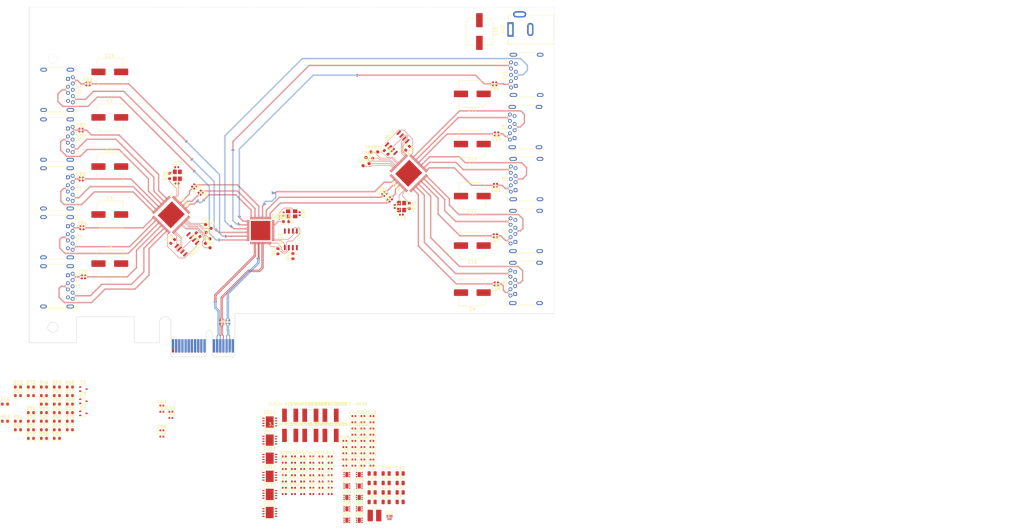
<source format=kicad_pcb>
(kicad_pcb (version 20241229) (generator "pcbnew") (generator_version "9.0")
  (layers (0 "F.Cu" signal) (4 "In1.Cu" signal) (6 "In2.Cu" signal) (2 "B.Cu" signal) (13 "F.Paste" user) (15 "B.Paste" user) (5 "F.SilkS" user "F.Silkscreen") (7 "B.SilkS" user "B.Silkscreen") (1 "F.Mask" user) (3 "B.Mask" user) (25 "Edge.Cuts" user))
  (net 0 "")
  (net 1 "Earth")
  (net 2 "+5V_USB1")
  (net 3 "+5V_USB2")
  (net 4 "+5V_USB6")
  (net 5 "+5V_USB5")
  (net 6 "+5V_USB9")
  (net 7 "+5V_USB10")
  (net 8 "+5V_USB7")
  (net 9 "+5V_USB3")
  (net 10 "+5V_USB4")
  (net 11 "+5V_USB8")
  (net 12 "USB-host1_TX-")
  (net 13 "USB-host1_TX+")
  (net 14 "USB-host2_TX-")
  (net 15 "USB-host2_TX+")
  (net 16 "USB-downstream1-TX-")
  (net 17 "Net-(DD18-PONRSTB)")
  (net 18 "Net-(DD18-XT1)")
  (net 19 "USB-downstream1-TX+")
  (net 20 "USB-downstream2-TX+")
  (net 21 "Net-(C62-Pad1)")
  (net 22 "_USB-downstream9-TX+")
  (net 23 "USB-downstream2-TX-")
  (net 24 "_USB-downstream10-TX+")
  (net 25 "USB-downstream3-TX+")
  (net 26 "_USB-downstream9-TX-")
  (net 27 "USB-downstream3-TX-")
  (net 28 "_USB-downstream10-TX-")
  (net 29 "USB-downstream4-TX+")
  (net 30 "USB-downstream4-TX-")
  (net 31 "Net-(DD20-RESETB)")
  (net 32 "USB-downstream5-TX+")
  (net 33 "Net-(DD21-RESETB)")
  (net 34 "USB-downstream6-TX+")
  (net 35 "Net-(DD20-XT1)")
  (net 36 "Net-(DD21-XT1)")
  (net 37 "USB-downstream7-TX+")
  (net 38 "USB-downstream8-TX+")
  (net 39 "Net-(C72-Pad1)")
  (net 40 "Net-(C73-Pad1)")
  (net 41 "USB-downstream5-TX-")
  (net 42 "USB-downstream6-TX-")
  (net 43 "USB-downstream7-TX-")
  (net 44 "USB-downstream8-TX-")
  (net 45 "USB-downstream9-TX+")
  (net 46 "USB-downstream10-TX+")
  (net 47 "USB-host1_RX-")
  (net 48 "USB-host1_RX+")
  (net 49 "USB-downstream9-TX-")
  (net 50 "_USB-downstream1-TX+")
  (net 51 "USB-downstream10-TX-")
  (net 52 "USB-host2_RX-")
  (net 53 "_USB-downstream2-TX+")
  (net 54 "_USB-downstream3-TX+")
  (net 55 "USB-host2_RX+")
  (net 56 "_USB-downstream4-TX+")
  (net 57 "PCIe-TX-")
  (net 58 "PCIe-TX+")
  (net 59 "_USB-downstream5-TX+")
  (net 60 "_USB-downstream6-TX+")
  (net 61 "PCIe-RX-")
  (net 62 "PCIe-RX+")
  (net 63 "_USB-downstream7-TX+")
  (net 64 "+3.3V_DUAL")
  (net 65 "_USB-downstream8-TX+")
  (net 66 "_USB-downstream1-TX-")
  (net 67 "_USB-downstream2-TX-")
  (net 68 "_USB-downstream3-TX-")
  (net 69 "_USB-downstream4-TX-")
  (net 70 "_USB-downstream5-TX-")
  (net 71 "_USB-downstream6-TX-")
  (net 72 "_USB-downstream7-TX-")
  (net 73 "_USB-downstream8-TX-")
  (net 74 "+3.3V")
  (net 75 "1.05V")
  (net 79 "USB-downstream1-D-")
  (net 80 "Net-(DD1-#FAULT)")
  (net 81 "USB-downstream4-D+")
  (net 82 "USB-downstream3-RX+")
  (net 83 "Net-(DD1-ILIM)")
  (net 84 "SPICSB1")
  (net 85 "Net-(DD2-#FAULT)")
  (net 86 "OCI3B")
  (net 87 "PPON4")
  (net 88 "USB-downstream1-RX-")
  (net 89 "U1_LED1B")
  (net 90 "USB-host1_D+")
  (net 91 "USB-downstream2-D+")
  (net 92 "PPON2")
  (net 93 "Net-(DD4-#FAULT)")
  (net 94 "Net-(DD5-#FAULT)")
  (net 95 "USB-downstream2-RX-")
  (net 96 "Net-(DD5-ILIM)")
  (net 97 "USB-host1_D-")
  (net 98 "Net-(DD6-ILIM)")
  (net 99 "SPISCK1")
  (net 100 "Net-(DD6-#FAULT)")
  (net 101 "Net-(DD7-#FAULT)")
  (net 102 "+12V")
  (net 103 "SPISO1")
  (net 104 "USB-downstream4-RX-")
  (net 105 "Net-(DD7-ILIM)")
  (net 106 "Net-(DD8-ILIM)")
  (net 107 "Net-(DD8-#FAULT)")
  (net 108 "Net-(DD9-ILIM)")
  (net 109 "USB-downstream4-RX+")
  (net 110 "Net-(DD9-#FAULT)")
  (net 111 "Net-(DD2-ILIM)")
  (net 112 "USB-downstream3-D+")
  (net 113 "Net-(DD10-ILIM)")
  (net 114 "Net-(DD10-#FAULT)")
  (net 115 "Net-(DD15-SW)")
  (net 116 "Net-(DD15-FB)")
  (net 117 "OCI1B")
  (net 118 "Net-(DD15-INH)")
  (net 119 "Net-(DD16-INH)")
  (net 120 "PPON3")
  (net 121 "USB-downstream3-RX-")
  (net 122 "Net-(DD16-SW)")
  (net 123 "USB-downstream1-D+")
  (net 124 "USB-downstream4-D-")
  (net 125 "Net-(DD16-FB)")
  (net 126 "USB-downstream2-RX+")
  (net 127 "USB-downstream2-D-")
  (net 128 "USB-downstream3-D-")
  (net 130 "Net-(DD17-FB)")
  (net 131 "Net-(DD17-LX)")
  (net 132 "Net-(DD17-EN)")
  (net 133 "Net-(DD18-OCI2B)")
  (net 134 "PPON1")
  (net 136 "USB-downstream1-RX+")
  (net 137 "SPISI1")
  (net 138 "Net-(DD18-RREF)")
  (net 140 "WAKE_PCIe")
  (net 144 "PERST_PCIe")
  (net 149 "USB-downstream7-RX-")
  (net 150 "OCI7B")
  (net 151 "USB-downstream8-RX+")
  (net 152 "SPISI2")
  (net 153 "USB-downstream8-D+")
  (net 158 "SPISCK2")
  (net 160 "Net-(DD18-PPON1)")
  (net 162 "USB-downstream5-D-")
  (net 164 "Net-(DD18-OCI1B)")
  (net 165 "SPISO2")
  (net 166 "USB-host2_D-")
  (net 167 "USB-downstream6-D-")
  (net 169 "USB-downstream5-RX+")
  (net 170 "USB-downstream8-RX-")
  (net 171 "Net-(DD18-XT2)")
  (net 174 "Net-(DD4-ILIM)")
  (net 175 "USB-downstream6-RX+")
  (net 176 "USB-downstream7-D+")
  (net 177 "Net-(DD18-PPON2)")
  (net 178 "Net-(DD19-~{WP}{slash}SIO2)")
  (net 179 "USB-downstream7-D-")
  (net 181 "USB-downstream8-D-")
  (net 182 "USB-downstream6-RX-")
  (net 184 "USB-downstream7-RX+")
  (net 185 "Net-(DD20-NGDRV)")
  (net 187 "SPICSB2")
  (net 189 "U2_LED1B")
  (net 190 "USB-host2_D+")
  (net 191 "Net-(DD20-PGDRV)")
  (net 193 "PPON6")
  (net 194 "PPON8")
  (net 196 "OCI5B")
  (net 198 "USB-downstream5-D+")
  (net 199 "USB-downstream6-D+")
  (net 201 "Net-(DD20-V10FB)")
  (net 202 "USB-downstream5-RX-")
  (net 205 "PPON5")
  (net 206 "PPON7")
  (net 209 "SPISI")
  (net 210 "SPISCK")
  (net 212 "SPICSB")
  (net 213 "SPISO")
  (net 214 "USB-downstream10-D+")
  (net 215 "USB-downstream9-D-")
  (net 216 "USB-downstream9-RX-")
  (net 217 "USB-downstream10-D-")
  (net 218 "USB-downstream9-D+")
  (net 219 "USB-downstream10-RX+")
  (net 220 "USB-downstream10-RX-")
  (net 221 "USB-downstream9-RX+")
  (net 222 "Net-(DD20-XT2)")
  (net 223 "PCIe-CLK+")
  (net 224 "Net-(DD20-V50IN)")
  (net 225 "Net-(DD20-RREF)")
  (net 231 "Net-(DD20-V33OUT)")
  (net 235 "PCIe-CLK-")
  (net 236 "OCI10B")
  (net 239 "Net-(DD21-RREF)")
  (net 240 "Net-(DD21-NGDRV)")
  (net 242 "Net-(DD21-V50IN)")
  (net 245 "PPON10")
  (net 248 "Net-(DD21-PGDRV)")
  (net 249 "PPON9")
  (net 250 "Net-(DD3-#FAULT)")
  (net 251 "Net-(DD3-ILIM)")
  (net 257 "Net-(DD21-XT2)")
  (net 259 "Net-(DD11-SW)")
  (net 260 "Net-(DD11-FB)")
  (net 261 "Net-(DD11-INH)")
  (net 262 "Net-(DD12-FB)")
  (net 263 "Net-(DD12-INH)")
  (net 264 "Net-(DD12-SW)")
  (net 265 "Net-(DD13-SW)")
  (net 266 "Net-(DD13-FB)")
  (net 267 "Net-(DD13-INH)")
  (net 268 "Net-(DD14-INH)")
  (net 269 "Net-(DD14-SW)")
  (net 270 "Net-(DD14-FB)")
  (net 278 "Net-(DD21-V33OUT)")
  (net 280 "Net-(DD21-V10FB)")
  (net 281 "Net-(DD20-ILIM)")
  (net 283 "Net-(DD21-ILIM)")
  (net 285 "Net-(DD22-~{WP}{slash}SIO2)")
  (net 286 "Net-(DD23-~{WP}{slash}SIO2)")
  (net 287 "Net-(J5-~{PRSNT1})")
  (net 289 "Net-(J5-TDI)")
  (net 292 "Net-(J5-+3.3V_aux)")
  (net 298 "+3.3V aux")
  (net 299 "_USB-host1_RX-")
  (net 300 "_USB-host1_TX-")
  (net 301 "_USB-host2_RX-")
  (net 302 "_USB-host2_TX-")
  (net 303 "_USB-host1_RX+")
  (net 304 "_USB-host1_TX+")
  (net 305 "_USB-host2_RX+")
  (net 306 "_USB-host2_TX+")
  (net 307 "_PCIe-RX+")
  (net 308 "_PCIe-RX-")
  (net 309 "_PCIe-TX-")
  (net 310 "_PCIe-TX+")
  (footprint "PCM_Resistor_SMD_AKL:R_0603_1608Metric" (layer "F.Cu") (at 76.936637 101.613363 45)
    (property "Reference" "R76")
    (property "Value" "10K" (hide yes))
  )
  (footprint "Package_SON:WSON-6-1EP_2x2mm_P0.65mm_EP1x1.6mm" (layer "F.Cu") (at 132.215 182.935)
    (property "Reference" "DD5")
    (property "Value" "TPS2552DRVR")
  )
  (footprint "Capacitor_SMD:C_0402_1005Metric" (layer "F.Cu") (at 131.57 168.91)
    (property "Reference" "C46")
    (property "Value" "100nF")
  )
  (footprint "PCM_Resistor_SMD_AKL:R_0603_1608Metric" (layer "F.Cu") (at 75.94 80.825 90)
    (property "Reference" "R74")
    (property "Value" "680" (hide yes))
  )
  (footprint "Capacitor_SMD:C_0402_1005Metric" (layer "F.Cu") (at 137.31 170.88)
    (property "Reference" "C59")
    (property "Value" "22uF")
  )
  (footprint "Package_SON:WSON-6-1EP_2x2mm_P0.65mm_EP1x1.6mm" (layer "F.Cu") (at 132.215 179.31)
    (property "Reference" "DD4")
    (property "Value" "TPS2552DRVR")
  )
  (footprint "Resistor_SMD:R_0402_1005Metric" (layer "F.Cu") (at 126.91 177.88)
    (property "Reference" "R3")
    (property "Value" "100k")
  )
  (footprint "TestPoint:TestPoint_Pad_D1.0mm" (layer "F.Cu") (at 87.57 98.78)
    (property "Reference" "TP2")
    (property "Value" "TestPoint")
  )
  (footprint "Capacitor_SMD:C_0805_2012Metric" (layer "F.Cu") (at 144.68 175.34)
    (property "Reference" "C28")
    (property "Value" "22uF")
  )
  (footprint "Connector_USB:USB3_A_Molex_48393-001" (layer "F.Cu") (at 43.675 112.375 -90)
    (property "Reference" "J4")
    (property "Value" "USB3_A")
  )
  (footprint "Capacitor_SMD:C_0402_1005Metric" (layer "F.Cu") (at 134.44 170.88)
    (property "Reference" "C56")
    (property "Value" "22uF")
  )
  (footprint "PCM_Resistor_SMD_AKL:R_0603_1608Metric" (layer "F.Cu") (at 40.185 161.45)
    (property "Reference" "R64")
    (property "Value" "10K" (hide yes))
  )
  (footprint "PCM_Resistor_SMD_AKL:R_0603_1608Metric" (layer "F.Cu") (at 36.065 147.85)
    (property "Reference" "R46")
    (property "Value" "10K" (hide yes))
  )
  (footprint "Resistor_SMD:R_0402_1005Metric" (layer "F.Cu") (at 121.09 175.89)
    (property "Reference" "R7")
    (property "Value" "100k")
  )
  (footprint "Package_DFN_QFN:DFN-8-1EP_4x4mm_P0.8mm_EP2.5x3.6mm" (layer "F.Cu") (at 107.735 164.73)
    (property "Reference" "DD12")
    (property "Value" "ST1S10PUR")
  )
  (footprint "TestPoint:TestPoint_Pad_D1.0mm" (layer "F.Cu") (at 87.39 96.27)
    (property "Reference" "TP4")
    (property "Value" "TestPoint")
  )
  (footprint "PCM_4ms_Inductor:COIL_5040" (layer "F.Cu") (at 120.63 163.23)
    (property "Reference" "L4")
    (property "Value" "3.3uH VLS5045EX-3R3N")
  )
  (footprint "Capacitor_SMD:C_0805_2012Metric" (layer "F.Cu") (at 149.13 184.37)
    (property "Reference" "C37")
    (property "Value" "22uF")
  )
  (footprint "Connector_USB:USB3_A_Molex_48393-001" (layer "F.Cu") (at 185.675 101.775 90)
    (property "Reference" "J7")
    (property "Value" "USB3_A")
  )
  (footprint "Capacitor_SMD:C_0402_1005Metric" (layer "F.Cu") (at 140.18 157.09)
    (property "Reference" "C19")
    (property "Value" "100nF")
  )
  (footprint "Capacitor_SMD:C_0402_1005Metric" (layer "F.Cu") (at 179.35 99.35 180)
    (property "Reference" "C95")
    (property "Value" "100nF")
  )
  (footprint "PCM_Resistor_SMD_AKL:R_0603_1608Metric" (layer "F.Cu") (at 151.486637 72.023363 -135)
    (property "Reference" "R77")
    (property "Value" "10K" (hide yes))
  )
  (footprint "Capacitor_SMD:C_0402_1005Metric" (layer "F.Cu") (at 140.18 168.91)
    (property "Reference" "C25")
    (property "Value" "100nF")
  )
  (footprint "Resistor_SMD:R_0402_1005Metric" (layer "F.Cu") (at 126.91 169.92)
    (property "Reference" "R13")
    (property "Value" "100k")
  )
  (footprint "Resistor_SMD:R_0402_1005Metric" (layer "F.Cu") (at 121.09 169.92)
    (property "Reference" "R42")
    (property "Value" "8.2k")
  )
  (footprint "Capacitor_SMD:C_0402_1005Metric" (layer "F.Cu") (at 140.18 172.85)
    (property "Reference" "C14")
    (property "Value" "100nF")
  )
  (footprint "Connector_BarrelJack:BarrelJack_GCT_DCJ200-10-A_Horizontal" (layer "F.Cu") (at 184.15 34.275 90)
    (property "Reference" "J12")
    (property "Value" "Barrel_Jack_MountingPin")
  )
  (footprint "Capacitor_SMD:C_0402_1005Metric" (layer "F.Cu") (at 73.5 163.59)
    (property "Reference" "C99")
    (property "Value" "100nF")
  )
  (footprint "Resistor_SMD:R_0402_1005Metric" (layer "F.Cu") (at 118.18 177.88)
    (property "Reference" "R40")
    (property "Value" "8.2k")
  )
  (footprint "Capacitor_SMD:C_Elec_8x10.2" (layer "F.Cu") (at 172.03 102.94 180)
    (property "Reference" "C10")
    (property "Value" "EEEFK1E151P")
  )
  (footprint "TestPoint:TestPoint_Pad_D1.0mm" (layer "F.Cu") (at 89.11 97.45)
    (property "Reference" "TP3")
    (property "Value" "TestPoint")
  )
  (footprint "PCM_Resistor_SMD_AKL:R_0603_1608Metric" (layer "F.Cu") (at 27.825 161.45)
    (property "Reference" "R83")
    (property "Value" "4.7K" (hide yes))
  )
  (footprint "Capacitor_SMD:C_0402_1005Metric" (layer "F.Cu") (at 137.31 172.85)
    (property "Reference" "C18")
    (property "Value" "100nF")
  )
  (footprint "Resistor_SMD:R_0402_1005Metric" (layer "F.Cu") (at 124 181.86)
    (property "Reference" "R12")
    (property "Value" "100k")
  )
  (footprint "Resistor_SMD:R_0402_1005Metric" (layer "F.Cu") (at 124 175.89)
    (property "Reference" "R11")
    (property "Value" "100k")
  )
  (footprint "Package_SON:WSON-6-1EP_2x2mm_P0.65mm_EP1x1.6mm" (layer "F.Cu") (at 132.215 190.185)
    (property "Reference" "DD7")
    (property "Value" "TPS2552DRVR")
  )
  (footprint "Capacitor_SMD:C_0402_1005Metric" (layer "F.Cu") (at 179.14 52.01 180)
    (property "Reference" "C65")
    (property "Value" "100nF")
  )
  (footprint "PCM_Resistor_SMD_AKL:R_0603_1608Metric" (layer "F.Cu") (at 84.99 99.48 135)
    (property "Reference" "R78")
    (property "Value" "10K" (hide yes))
  )
  (footprint "PCM_4ms_Inductor:COIL_5040" (layer "F.Cu") (at 127.04 156.82)
    (property "Reference" "L5")
    (property "Value" "3.3uH VLS5045EX-3R3N")
  )
  (footprint "Capacitor_SMD:C_0402_1005Metric" (layer "F.Cu") (at 48.6 113.34)
    (property "Reference" "C93")
    (property "Value" "100nF")
  )
  (footprint "Capacitor_SMD:C_0402_1005Metric" (layer "F.Cu") (at 47.85 65.775)
    (property "Reference" "C82")
    (property "Value" "100nF")
  )
  (footprint "PCM_4ms_Inductor:COIL_5040" (layer "F.Cu") (at 127.04 163.23)
    (property "Reference" "L6")
    (property "Value" "3.3uH VLS5045EX-3R3N")
  )
  (footprint "Capacitor_SMD:C_0402_1005Metric" (layer "F.Cu") (at 137.31 157.09)
    (property "Reference" "C50")
    (property "Value" "100nF")
  )
  (footprint "Capacitor_SMD:C_0805_2012Metric" (layer "F.Cu") (at 140.23 178.35)
    (property "Reference" "C26")
    (property "Value" "22uF")
  )
  (footprint "Resistor_SMD:R_0402_1005Metric" (layer "F.Cu") (at 115.27 177.88)
    (property "Reference" "R35")
    (property "Value" "43k")
  )
  (footprint "PCM_Resistor_SMD_AKL:R_0603_1608Metric" (layer "F.Cu") (at 31.945 156.01)
    (property "Reference" "R50")
    (property "Value" "10K" (hide yes))
  )
  (footprint "Resistor_SMD:R_0402_1005Metric" (layer "F.Cu") (at 115.27 179.87)
    (property "Reference" "R36")
    (property "Value" "8.2k")
  )
  (footprint "Capacitor_SMD:C_0402_1005Metric" (layer "F.Cu") (at 143.760589 86.179411 45)
    (property "Reference" "C76")
    (property "Value" "100nF")
  )
  (footprint "Resistor_SMD:R_0402_1005Metric" (layer "F.Cu") (at 124 179.87)
    (property "Reference" "R19")
    (property "Value" "20k")
  )
  (footprint "Capacitor_SMD:C_0805_2012Metric" (layer "F.Cu") (at 140.23 181.36)
    (property "Reference" "C27")
    (property "Value" "22uF")
  )
  (footprint "Capacitor_SMD:C_0402_1005Metric" (layer "F.Cu") (at 140.18 166.94)
    (property "Reference" "C24")
    (property "Value" "100nF")
  )
  (footprint "PCM_Resistor_SMD_AKL:R_0603_1608Metric" (layer "F.Cu") (at 23.705 153.29)
    (property "Reference" "R45")
    (property "Value" "10K" (hide yes))
  )
  (footprint "Capacitor_SMD:C_0402_1005Metric" (layer "F.Cu") (at 145.500589 87.969411 45)
    (property "Reference" "C77")
    (property "Value" "100nF")
  )
  (footprint "Capacitor_SMD:C_0402_1005Metric" (layer "F.Cu") (at 73.5 161.62)
    (property "Reference" "C98")
    (property "Value" "100nF")
  )
  (footprint "Capacitor_SMD:C_0402_1005Metric" (layer "F.Cu") (at 179.14 51.08 180)
    (property "Reference" "C67")
    (property "Value" "100nF")
  )
  (footprint "Resistor_SMD:R_0402_1005Metric" (layer "F.Cu") (at 115.27 175.89)
    (property "Reference" "R24")
    (property "Value" "0R")
  )
  (footprint "Capacitor_SMD:C_0402_1005Metric" (layer "F.Cu") (at 76.37 157.68)
    (property "Reference" "C68")
    (property "Value" "100nF")
  )
  (footprint "Capacitor_SMD:C_0402_1005Metric" (layer "F.Cu") (at 48.11 96.82)
    (property "Reference" "C84")
    (property "Value" "100nF")
  )
  (footprint "Capacitor_SMD:C_0402_1005Metric" (layer "F.Cu") (at 134.44 168.91)
    (property "Reference" "C49")
    (property "Value" "100nF")
  )
  (footprint "Resistor_SMD:R_0402_1005Metric" (layer "F.Cu") (at 121.09 181.86)
    (property "Reference" "R9")
    (property "Value" "100k")
  )
  (footprint "Capacitor_SMD:C_0402_1005Metric" (layer "F.Cu") (at 131.57 164.97)
    (property "Reference" "C38")
    (property "Value" "22uF")
  )
  (footprint "PCM_Resistor_SMD_AKL:R_0603_1608Metric" (layer "F.Cu") (at 36.065 156.01)
    (property "Reference" "R54")
    (property "Value" "10K" (hide yes))
  )
  (footprint "Resistor_SMD:R_0402_1005Metric" (layer "F.Cu") (at 118.18 173.9)
    (property "Reference" "R26")
    (property "Value" "0R")
  )
  (footprint "PCM_Resistor_SMD_AKL:R_0603_1608Metric" (layer "F.Cu") (at 44.305 161.45)
    (property "Reference" "R71")
    (property "Value" "10K" (hide yes))
  )
  (footprint "Package_SON:WSON-6-1EP_2x2mm_P0.65mm_EP1x1.6mm" (layer "F.Cu") (at 132.215 175.685)
    (property "Reference" "DD3")
    (property "Value" "TPS2552DRVR")
  )
  (footprint "Package_DFN_QFN:DFN-8-1EP_4x4mm_P0.8mm_EP2.5x3.6mm" (layer "F.Cu") (at 107.735 187.73)
    (property "Reference" "DD16")
    (property "Value" "ST1S10PUR")
  )
  (footprint "Capacitor_SMD:C_0402_1005Metric" (layer "F.Cu") (at 179.63 115.56 180)
    (property "Reference" "C86")
    (property "Value" "100nF")
  )
  (footprint "Capacitor_SMD:C_Elec_8x10.2" (layer "F.Cu") (at 56.975 108.65)
    (property "Reference" "C6")
    (property "Value" "EEEFK1E151P")
  )
  (footprint "Package_SO:SOP-8_3.9x4.9mm_P1.27mm" (layer "F.Cu") (at 148.169117 70.306806 45)
    (property "Reference" "DD23")
    (property "Value" "MX25L8006EM2I-12G")
  )
  (footprint "Capacitor_SMD:C_0805_2012Metric" (layer "F.Cu") (at 144.68 184.37)
    (property "Reference" "C35")
    (property "Value" "22uF")
  )
  (footprint "Package_TO_SOT_SMD:SOT-323_SC-70" (layer "F.Cu") (at 48.59 156.23)
    (property "Reference" "D2")
    (property "Value" "BAT54CW")
  )
  (footprint "Resistor_SMD:R_0402_1005Metric" (layer "F.Cu") (at 126.91 179.87)
    (property "Reference" "R4")
    (property "Value" "20k")
  )
  (footprint "Resistor_SMD:R_0402_1005Metric" (layer "F.Cu") (at 118.18 169.92)
    (property "Reference" "R37")
    (property "Value" "43k")
  )
  (footprint "Capacitor_SMD:C_0402_1005Metric" (layer "F.Cu") (at 137.31 166.94)
    (property "Reference" "C45")
    (property "Value" "22uF")
  )
  (footprint "Capacitor_SMD:C_Elec_8x10.2" (layer "F.Cu") (at 56.975 93.05)
    (property "Reference" "C5")
    (property "Value" "EEEFK1E151P")
  )
  (footprint "Crystal:Crystal_SMD_Abracon_ABM8AIG-4Pin_3.2x2.5mm" (layer "F.Cu") (at 149.57 90.54 -90)
    (property "Reference" "Y3")
    (property "Value" "X322524MQB4SI")
  )
  (footprint "Capacitor_SMD:C_0805_2012Metric" (layer "F.Cu") (at 149.13 181.36)
    (property "Reference" "C31")
    (property "Value" "22uF")
  )
  (footprint "Capacitor_SMD:C_0402_1005Metric" (layer "F.Cu") (at 92.02 127.2 -90)
    (property "Reference" "C1")
    (property "Value" "100nF")
  )
  (footprint "PCM_Resistor_SMD_AKL:R_0603_1608Metric" (layer "F.Cu") (at 40.185 153.29)
    (property "Reference" "R61")
    (property "Value" "10K" (hide yes))
  )
  (footprint "Resistor_SMD:R_0402_1005Metric" (layer "F.Cu") (at 112.36 181.86)
    (property "Reference" "R32")
    (property "Value" "1.5k")
  )
  (footprint "Resistor_SMD:R_0402_1005Metric" (layer "F.Cu") (at 118.18 181.86)
    (property "Reference" "R41")
    (property "Value" "43k")
  )
  (footprint "Capacitor_SMD:C_0402_1005Metric" (layer "F.Cu") (at 76.37 155.71)
    (property "Reference" "C69")
    (property "Value" "100nF")
  )
  (footprint "Connector_USB:USB3_A_Molex_48393-001" (layer "F.Cu") (at 185.625 118.3 90)
    (property "Reference" "J6")
    (property "Value" "USB3_A")
  )
  (footprint "Resistor_SMD:R_0402_1005Metric" (layer "F.Cu") (at 124 173.9)
    (property "Reference" "R10")
    (property "Value" "100k")
  )
  (footprint "Resistor_SMD:R_0402_1005Metric" (layer "F.Cu") (at 121.09 173.9)
    (property "Reference" "R14")
    (property "Value" "20k")
  )
  (footprint "PCM_Resistor_SMD_AKL:R_0603_1608Metric" (layer "F.Cu") (at 44.305 147.85)
    (property "Reference" "R66")
    (property "Value" "10K" (hide yes))
  )
  (footprint "Capacitor_SMD:C_0402_1005Metric" (layer "F.Cu") (at 146.150589 88.619411 45)
    (property "Reference" "C81")
    (property "Value" "100nF")
  )
  (footprint "Capacitor_SMD:C_0402_1005Metric" (layer "F.Cu") (at 179.76 67 180)
    (property "Reference" "C97")
    (property "Value" "100nF")
  )
  (footprint "Package_DFN_QFN:DFN-8-1EP_4x4mm_P0.8mm_EP2.5x3.6mm" (layer "F.Cu") (at 107.735 158.98)
    (property "Reference" "DD11")
    (property "Value" "ST1S10PUR")
  )
  (footprint "Resistor_SMD:R_0402_1005Metric" (layer "F.Cu") (at 112.36 173.9)
    (property "Reference" "R30")
    (property "Value" "68k")
  )
  (footprint "PCM_Resistor_SMD_AKL:R_0603_1608Metric" (layer "F.Cu") (at 44.305 153.29)
    (property "Reference" "R68")
    (property "Value" "10K" (hide yes))
  )
  (footprint "Resistor_SMD:R_0402_1005Metric" (layer "F.Cu") (at 126.91 181.86)
    (property "Reference" "R5")
    (property "Value" "20k")
  )
  (footprint "Capacitor_SMD:C_0402_1005Metric" (layer "F.Cu") (at 137.31 163)
    (property "Reference" "C51")
    (property "Value" "100nF")
  )
  (footprint "TestPoint:TestPoint_Pad_D1.0mm" (layer "F.Cu") (at 141.97 73.18)
    (property "Reference" "TP11")
    (property "Value" "TestPoint")
  )
  (footprint "Capacitor_SMD:C_0402_1005Metric" (layer "F.Cu") (at 137.31 168.91)
    (property "Reference" "C52")
    (property "Value" "100nF")
  )
  (footprint "Resistor_SMD:R_0402_1005Metric" (layer "F.Cu") (at 112.36 169.92)
    (property "Reference" "R28")
    (property "Value" "0R")
  )
  (footprint "Package_SO:SOP-8_3.9x4.9mm_P1.27mm" (layer "F.Cu") (at 81.44 102.52 -135)
    (property "Reference" "DD22")
    (property "Value" "MX25L8006EM2I-12G")
  )
  (footprint "Connector_USB:USB3_A_Molex_48393-001" (layer "F.Cu") (at 43.725 49.95 -90)
    (property "Reference" "J10")
    (property "Value" "USB3_A")
  )
  (footprint "UPD720201K8:UPD720201K8" (layer "F.Cu") (at 104.85 98.15 90)
    (property "Reference" "DD18")
    (property "Value" "UPD720201K8-701-BAC-A" (hide yes))
  )
  (footprint "PCM_Resistor_SMD_AKL:R_0603_1608Metric" (layer "F.Cu") (at 27.825 150.57)
    (property "Reference" "R82")
    (property "Value" "4.7K" (hide yes))
  )
  (footprint "PCM_Resistor_SMD_AKL:R_0603_1608Metric" (layer "F.Cu") (at 27.825 158.73)
    (property "Reference" "R81")
    (property "Value" "4.7K" (hide yes))
  )
  (footprint "Resistor_SMD:R_0402_1005Metric" (layer "F.Cu") (at 126.91 173.9)
    (property "Reference" "R21")
    (property "Value" "20k")
  )
  (footprint "Capacitor_SMD:C_0402_1005Metric" (layer "F.Cu") (at 47.88 81.3)
    (property "Reference" "C83")
    (property "Value" "100nF")
  )
  (footprint "Capacitor_SMD:C_0402_1005Metric" (layer "F.Cu") (at 48.6 112.41)
    (property "Reference" "C85")
    (property "Value" "100nF")
  )
  (footprint "Capacitor_SMD:C_0402_1005Metric" (layer "F.Cu") (at 47.85 66.7)
    (property "Reference" "C90")
    (property "Value" "100nF")
  )
  (footprint "TestPoint:TestPoint_Pad_D1.0mm" (layer "F.Cu") (at 88.8 103.62)
    (property "Reference" "TP5")
    (property "Value" "TestPoint")
  )
  (footprint "TestPoint:TestPoint_Pad_D1.0mm" (layer "F.Cu") (at 139.81 73.2)
    (property "Reference" "TP12")
    (property "Value" "TestPoint")
  )
  (footprint "Resistor_SMD:R_0402_1005Metric" (layer "F.Cu") (at 112.36 175.89)
    (property "Reference" "R22")
    (property "Value" "0R")
  )
  (footprint "PCM_Resistor_SMD_AKL:R_0603_1608Metric" (layer "F.Cu") (at 44.305 156.01)
    (property "Reference" "R69")
    (property "Value" "10K" (hide yes))
  )
  (footprint "Capacitor_SMD:C_0402_1005Metric" (layer "F.Cu") (at 140.18 164.97)
    (property "Reference" "C23")
    (property "Value" "100nF")
  )
  (footprint "Capacitor_SMD:C_0402_1005Metric" (layer "F.Cu") (at 131.57 172.85)
    (property "Reference" "C40")
    (property "Value" "22uF")
  )
  (footprint "PCM_Resistor_SMD_AKL:R_0603_1608Metric" (layer "F.Cu") (at 112.925 95.31)
    (property "Reference" "R48")
    (property "Value" "680" (hide yes))
  )
  (footprint "Capacitor_SMD:C_Elec_8x10.2" (layer "F.Cu") (at 172.03 70.68 180)
    (property "Reference" "C12")
    (property "Value" "EEEFK1E151P")
  )
  (footprint "PCM_4ms_Inductor:COIL_5040" (layer "F.Cu") (at 120.63 156.82)
    (property "Reference" "L3")
    (property "Value" "3.3uH VLS5045EX-3R3N")
  )
  (footprint "Resistor_SMD:R_0402_1005Metric" (layer "F.Cu") (at 126.91 175.89)
    (property "Reference" "R2")
    (property "Value" "100k")
  )
  (footprint "Resistor_SMD:R_0402_1005Metric" (layer "F.Cu") (at 118.18 171.91)
    (property "Reference" "R38")
    (property "Value" "8.2k")
  )
  (footprint "Capacitor_SMD:C_0402_1005Metric" (layer "F.Cu") (at 149.51 93.11 180)
    (property "Reference" "C73")
    (property "Value" "10pF")
  )
  (footprint "PCM_Resistor_SMD_AKL:R_0603_1608Metric" (layer "F.Cu") (at 31.945 150.57)
    (property "Reference" "R72")
    (property "Value" "1.6K" (hide yes))
  )
  (footprint "Package_DFN_QFN:DFN-8-1EP_4x4mm_P0.8mm_EP2.5x3.6mm" (layer "F.Cu") (at 107.735 176.23)
    (property "Reference" "DD14")
    (property "Value" "ST1S10PUR")
  )
  (footprint "Resistor_SMD:R_0402_1005Metric" (layer "F.Cu") (at 121.09 179.87)
    (property "Reference" "R8")
    (property "Value" "100k")
  )
  (footprint "PCM_Resistor_SMD_AKL:R_0603_1608Metric" (layer "F.Cu") (at 31.945 147.85)
    (property "Reference" "R73")
    (property "Value" "1.6K" (hide yes))
  )
  (footprint "Connector_USB:USB3_A_Molex_48393-001" (layer "F.Cu") (at 185.825 52.2 90)
    (property "Reference" "J11")
    (property "Value" "USB3_A")
  )
  (footprint "Capacitor_SMD:C_0805_2012Metric" (layer "F.Cu") (at 149.13 178.35)
    (property "Reference" "C36")
    (property "Value" "22uF")
  )
  (footprint "PCM_Resistor_SMD_AKL:R_0603_1608Metric" (layer "F.Cu") (at 40.185 158.73)
    (property "Reference" "R63")
    (property "Value" "10K" (hide yes))
  )
  (footprint "Resistor_SMD:R_0402_1005Metric" (layer "F.Cu") (at 126.91 171.91)
    (property "Reference" "R20")
    (property "Value" "20k")
  )
  (footprint "Capacitor_SMD:C_0402_1005Metric" (layer "F.Cu") (at 83.440589 83.829411 -135)
    (property "Reference" "C79")
    (property "Value" "100nF")
  )
  (footprint "PCM_Resistor_SMD_AKL:R_0603_1608Metric" (layer "F.Cu") (at 152.03 90.3 -90)
    (property "Reference" "R75")
    (property "Value" "680" (hide yes))
  )
  (footprint "PCM_Resistor_SMD_AKL:R_0603_1608Metric" (layer "F.Cu") (at 36.065 150.57)
    (property "Reference" "R47")
    (property "Value" "10K" (hide yes))
  )
  (footprint "Package_SON:WSON-6-1EP_2x2mm_P0.65mm_EP1x1.6mm" (layer "F.Cu") (at 132.215 186.56)
    (property "Reference" "DD6")
    (property "Value" "TPS2552DRVR")
  )
  (footprint "TestPoint:TestPoint_Pad_D1.0mm" (layer "F.Cu") (at 139.27 76.9)
    (property "Reference" "TP9")
    (property "Value" "TestPoint")
  )
  (footprint "Capacitor_SMD:C_0402_1005Metric" (layer "F.Cu") (at 134.44 159.06)
    (property "Reference" "C54")
    (property "Value" "22uF")
  )
  (footprint "Package_TO_SOT_SMD:SOT-323_SC-70" (layer "F.Cu") (at 48.59 148.52)
    (property "Reference" "D1")
    (property "Value" "BAT54CW")
  )
  (footprint "PCM_Resistor_SMD_AKL:R_0603_1608Metric" (layer "F.Cu") (at 31.945 158.73)
    (property "Reference" "R52")
    (property "Value" "10K" (hide yes))
  )
  (footprint "Capacitor_SMD:C_Elec_8x10.2" (layer "F.Cu") (at 172.03 117.87 180)
    (property "Reference" "C9")
    (property "Value" "EEEFK1E151P")
  )
  (footprint "Capacitor_SMD:C_0402_1005Metric" (layer "F.Cu") (at 112.13 92.89 90)
    (property "Reference" "C62")
    (property "Value" "10pF")
  )
  (footprint "Package_DFN_QFN:DFN-8-1EP_4x4mm_P0.8mm_EP2.5x3.6mm" (layer "F.Cu") (at 107.735 170.48)
    (property "Reference" "DD13")
    (property "Value" "ST1S10PUR")
  )
  (footprint "PCM_Resistor_SMD_AKL:R_0603_1608Metric" (layer "F.Cu") (at 40.185 150.57)
    (property "Reference" "R60")
    (property "Value" "10K" (hide yes))
  )
  (footprint "PCM_Resistor_SMD_AKL:R_0603_1608Metric" (layer "F.Cu") (at 40.185 164.17)
    (property "Reference" "R65")
    (property "Value" "10K" (hide yes))
  )
  (footprint "Resistor_SMD:R_0402_1005Metric" (layer "F.Cu") (at 115.27 169.92)
    (property "Reference" "R23")
    (property "Value" "0R")
  )
  (footprint "TestPoint:TestPoint_Pad_D1.0mm" (layer "F.Cu") (at 137.35 77.54)
    (property "Reference" "TP10")
    (property "Value" "TestPoint")
  )
  (footprint "Package_TO_SOT_SMD:SOT-323_SC-70" (layer "F.Cu") (at 48.59 152.375)
    (property "Reference" "D3")
    (property "Value" "BAT54CW")
  )
  (footprint "Capacitor_SMD:C_Elec_8x10.2" (layer "F.Cu") (at 172.03 54.74 180)
    (property "Reference" "C17")
    (property "Value" "EEEFK1E151P")
  )
  (footprint "Capacitor_SMD:C_0402_1005Metric" (layer "F.Cu") (at 134.44 161.03)
    (property "Reference" "C41")
    (property "Value" "22uF")
  )
  (footprint "PCM_Resistor_SMD_AKL:R_0603_1608Metric" (layer "F.Cu") (at 23.705 158.73)
    (property "Reference" "R53")
    (property "Value" "1.6K" (hide yes))
  )
  (footprint "Crystal:Crystal_SMD_Abracon_ABM8AIG-4Pin_3.2x2.5mm" (layer "F.Cu") (at 114.69 92.84 180)
    (property "Reference" "Y1")
    (property "Value" "X322524MQB4SI")
  )
  (footprint "PCM_Resistor_SMD_AKL:R_0603_1608Metric" (layer "F.Cu") (at 40.185 147.85)
    (property "Reference" "R59")
    (property "Value" "10K" (hide yes))
  )
  (footprint "Capacitor_SMD:C_0402_1005Metric" (layer "F.Cu") (at 140.18 170.88)
    (property "Reference" "C13")
    (property "Value" "100nF")
  )
  (footprint "Crystal:Crystal_SMD_Abracon_ABM8AIG-4Pin_3.2x2.5mm" (layer "F.Cu") (at 78.43 80.6 90)
    (property "Reference" "Y2")
    (property "Value" "X322524MQB4SI")
  )
  (footprint "Inductor_SMD:L_Cenker_CKCS4020" (layer "F.Cu") (at 140.98 188.695)
    (property "Reference" "L7")
    (property "Value" "0.68uH")
  )
  (footprint "Capacitor_SMD:C_0402_1005Metric" (layer "F.Cu") (at 140.18 161.03)
    (property "Reference" "C21")
    (property "Value" "100nF")
  )
  (footprint "Capacitor_SMD:C_0402_1005Metric" (layer "F.Cu") (at 134.44 157.09)
    (property "Reference" "C47")
    (property "Value" "100nF")
  )
  (footprint "Resistor_SMD:R_0402_1005Metric" (layer "F.Cu") (at 112.36 171.91)
    (property "Reference" "R29")
    (property "Value" "51.1k")
  )
  (footprint "Capacitor_SMD:C_0402_1005Metric" (layer "F.Cu") (at 147.39 90.51 -90)
    (property "Reference" "C71")
    (property "Value" "10pF")
  )
  (footprint "Connector_USB:USB3_A_Molex_48393-001" (layer "F.Cu") (at 43.675 65.75 -90)
    (property "Reference" "J1")
    (property "Value" "USB3_A")
  )
  (footprint "Capacitor_SMD:C_0805_2012Metric" (layer "F.Cu") (at 140.23 184.37)
    (property "Reference" "C33")
    (property "Value" "22uF")
  )
  (footprint "Resistor_SMD:R_0402_1005Metric" (layer "F.Cu") (at 124 171.91)
    (property "Reference" "R17")
    (property "Value" "20k")
  )
  (footprint "PCM_Resistor_SMD_AKL:R_0603_1608Metric" (layer "F.Cu") (at 110.34 104.74 90)
    (property "Reference" "R43")
    (property "Value" "47K" (hide yes))
  )
  (footprint "PCM_Resistor_SMD_AKL:R_0603_1608Metric" (layer "F.Cu") (at 40.185 156.01)
    (property "Reference" "R62")
    (property "Value" "10K" (hide yes))
  )
  (footprint "Capacitor_SMD:C_0402_1005Metric" (layer "F.Cu") (at 47.88 82.25)
    (property "Reference" "C91")
    (property "Value" "100nF")
  )
  (footprint "SY8843QWC:SY8843QWC" (layer "F.Cu") (at 145.6151 186.625)
    (property "Reference" "DD17")
    (property "Value" "~" (hide yes))
  )
  (footprint "Capacitor_SMD:C_0402_1005Metric" (layer "F.Cu") (at 140.18 159.06)
    (property "Reference" "C20")
    (property "Value" "100nF")
  )
  (footprint "Package_SON:WSON-6-1EP_2x2mm_P0.65mm_EP1x1.6mm" (layer "F.Cu") (at 136.15 186.56)
    (property "Reference" "DD1")
    (property "Value" "TPS2552DRVR")
  )
  (footprint "Capacitor_SMD:C_0402_1005Metric" (layer "F.Cu") (at 78.22 78.02)
    (property "Reference" "C72")
    (property "Value" "10pF")
  )
  (footprint "Package_SON:WSON-6-1EP_2x2mm_P0.65mm_EP1x1.6mm" (layer "F.Cu") (at 136.15 182.935)
    (property "Reference" "DD10")
    (property "Value" "TPS2552DRVR")
  )
  (footprint "Capacitor_SMD:C_0402_1005Metric" (layer "F.Cu") (at 48.11 97.75)
    (property "Reference" "C92")
    (property "Value" "100nF")
  )
  (footprint "PCM_Resistor_SMD_AKL:R_0603_1608Metric" (layer "F.Cu") (at 144.673363 73.323363 -45)
    (property "Reference" "R80")
    (property "Value" "10K" (hide yes))
  )
  (footprint "PCM_Resistor_SMD_AKL:R_0603_1608Metric" (layer "F.Cu") (at 36.065 153.29)
    (property "Reference" "R55")
    (property "Value" "10K" (hide yes))
  )
  (footprint "Package_SON:WSON-6-1EP_2x2mm_P0.65mm_EP1x1.6mm" (layer "F.Cu") (at 136.15 175.685)
    (property "Reference" "DD8")
    (property "Value" "TPS2552DRVR")
  )
  (footprint "PCM_Resistor_SMD_AKL:R_0603_1608Metric" (layer "F.Cu") (at 31.945 161.45)
    (property "Reference" "R51")
    (property "Value" "10K" (hide yes))
  )
  (footprint "Package_DFN_QFN:QFN-76-1EP_9x9mm_P0.4mm_EP5.81x6.31mm" (layer "F.Cu") (at 76.475 93.15 -45)
    (property "Reference" "DD20")
    (property "Value" "UPD720210K8-BAF-A")
  )
  (footprint "Capacitor_SMD:C_0805_2012Metric" (layer "F.Cu") (at 144.68 181.36)
    (property "Reference" "C29")
    (property "Value" "22uF")
  )
  (footprint "Resistor_SMD:R_0402_1005Metric" (layer "F.Cu") (at 118.18 179.87)
    (property "Reference" "R27")
    (property "Value" "0R")
  )
  (footprint "TestPoint:TestPoint_Pad_D1.0mm" (layer "F.Cu") (at 140.34 75.19)
    (property "Reference" "TP7")
    (property "Value" "TestPoint")
  )
  (footprint "Capacitor_SMD:C_0805_2012Metric" (layer "F.Cu") (at 149.13 175.34)
    (property "Reference" "C30")
    (property "Value" "22uF")
  )
  (footprint "Capacitor_SMD:C_Elec_8x10.2" (layer "F.Cu") (at 56.975 77.825)
    (property "Reference" "C4")
    (property "Value" "EEEFK1E151P")
  )
  (footprint "TestPoint:TestPoint_Pad_D1.0mm" (layer "F.Cu") (at 138.28 74.94)
    (property "Reference" "TP8")
    (property "Value" "TestPoint")
  )
  (footprint "PCM_Resistor_SMD_AKL:R_0603_1608Metric" (layer "F.Cu") (at 44.305 150.57)
    (property "Reference" "R67")
    (property "Value" "10K" (hide yes))
  )
  (footprint "PCM_4ms_Inductor:COIL_5040" (layer "F.Cu") (at 114.22 156.82)
    (property "Reference" "L1")
    (property "Value" "3.3uH VLS5045EX-3R3N")
  )
  (footprint "Capacitor_SMD:C_0402_1005Metric" (layer "F.Cu") (at 50.06 52.02)
    (property "Reference" "C66")
    (property "Value" "100nF")
  )
  (footprint "PCM_Resistor_SMD_AKL:R_0603_1608Metric" (layer "F.Cu") (at 27.825 147.85)
    (property "Reference" "R79")
    (property "Value" "4.7K" (hide yes))
  )
  (footprint "Capacitor_SMD:C_0402_1005Metric" (layer "F.Cu") (at 134.44 164.97)
    (property "Reference" "C55")
    (property "Value" "22uF")
  )
  (footprint "Capacitor_SMD:C_0402_1005Metric" (layer "F.Cu") (at 134.44 163)
    (property "Reference" "C48")
    (property "Value" "100nF")
  )
  (footprint "PCM_Resistor_SMD_AKL:R_0603_1608Metric" (layer "F.Cu") (at 36.065 164.17)
    (property "Reference" "R58")
    (property "Value" "10K" (hide yes))
  )
  (footprint "Capacitor_SMD:C_0805_2012Metric" (layer "F.Cu") (at 144.68 178.35)
    (property "Reference" "C34")
    (property "Value" "22uF")
  )
  (footprint "Capacitor_SMD:C_0402_1005Metric" (layer "F.Cu") (at 137.31 159.06)
    (property "Reference" "C57")
    (property "Value" "22uF")
  )
  (footprint "Package_SON:WSON-6-1EP_2x2mm_P0.65mm_EP1x1.6mm" (layer "F.Cu") (at 136.15 190.185)
    (property "Reference" "DD2")
    (property "Value" "TPS2552DRVR")
  )
  (footprint "Resistor_SMD:R_0402_1005Metric" (layer "F.Cu") (at 121.09 171.91)
    (property "Reference" "R6")
    (property "Value" "100k")
  )
  (footprint "Capacitor_SMD:C_0402_1005Metric" (layer "F.Cu") (at 92.97 127.2 -90)
    (property "Reference" "C2")
    (property "Value" "100nF")
  )
  (footprint "Resistor_SMD:R_0402_1005Metric" (layer "F.Cu") (at 121.09 177.88)
    (property "Reference" "R15")
    (property "Value" "20k")
  )
  (footprint "Resistor_SMD:R_0402_1005Metric" (layer "F.Cu") (at 124 177.88)
    (property "Reference" "R18")
    (property "Value" "20k")
  )
  (footprint "Capacitor_SMD:C_0402_1005Metric" (layer "F.Cu") (at 140.18 163)
    (property "Reference" "C22")
    (property "Value" "100nF")
  )
  (footprint "Capacitor_SMD:C_0402_1005Metric" (layer "F.Cu") (at 73.5 153.74)
    (property "Reference" "C63")
    (property "Value" "100nF")
  )
  (footprint "Capacitor_SMD:C_0402_1005Metric" (layer "F.Cu") (at 179.76 67.93 180)
    (property "Reference" "C89")
    (property "Value" "100nF")
  )
  (footprint "Package_SON:WSON-6-1EP_2x2mm_P0.65mm_EP1x1.6mm" (layer "F.Cu") (at 136.15 179.31)
    (property "Reference" "DD9")
    (property "Value" "TPS2552DRVR")
  )
  (footprint "Connector_USB:USB3_A_Molex_48393-001" (layer "F.Cu") (at 185.45 68.775 90)
    (property "Reference" "J9")
    (property "Value" "USB3_A")
  )
  (footprint "Connector_USB:USB3_A_Molex_48393-001" (layer "F.Cu") (at 43.675 81.25 -90)
    (property "Reference" "J2")
    (property "Value" "USB3_A")
  )
  (footprint "Capacitor_SMD:C_0402_1005Metric" (layer "F.Cu") (at 144.410589 86.829411 45)
    (property "Reference" "C80")
    (property "Value" "100nF")
  )
  (footprint "Capacitor_SMD:C_Elec_8x10.2" (layer "F.Cu") (at 56.975 62.2)
    (property "Reference" "C3")
    (property "Value" "EEEFK1E151P")
  )
  (footprint "Capacitor_SMD:C_0402_1005Metric" (layer "F.Cu") (at 179.39 84.24 180)
    (property "Reference" "C88")
    (property "Value" "100nF")
  )
  (footprint "Connector_USB:USB3_A_Molex_48393-001" (layer "F.Cu") (at 185.75 85.3 90)
    (property "Reference" "J8")
    (property "Value" "USB3_A")
  )
  (footprint "PCM_Resistor_SMD_AKL:R_0603_1608Metric" (layer "F.Cu") (at 44.305 158.73)
    (property "Reference" "R70")
    (property "Value" "10K" (hide yes))
  )
  (footprint "Capacitor_SMD:C_0402_1005Metric" (layer "F.Cu") (at 179.38 83.32 180)
    (property "Reference" "C96")
    (property "Value" "100nF")
  )
  (footprint "Capacitor_SMD:C_0402_1005Metric" (layer "F.Cu") (at 86.129411 86.440589 -135)
    (property "Reference" "C74")
    (property "Value" "100nF")
  )
  (footprint "PCM_4ms_Inductor:COIL_5040" (layer "F.Cu") (at 114.22 163.23)
    (property "Reference" "L2")
    (property "Value" "3.3uH VLS5045EX-3R3N")
  )
  (footprint "Capacitor_SMD:C_0402_1005Metric" (layer "F.Cu") (at 50.06 51.1)
    (property "Reference" "C64")
    (property "Value" "100nF")
  )
  (footprint "Capacitor_SMD:C_0402_1005Metric" (layer "F.Cu") (at 117.25 92.8 -90)
    (property "Reference" "C61")
    (property "Value" "10pF")
  )
  (footprint "PCM_Resistor_SMD_AKL:R_0603_1608Metric" (layer "F.Cu") (at 115.09 106.27 90)
    (property "Reference" "R44")
    (property "Value" "10K" (hide yes))
  )
  (footprint "Capacitor_SMD:C_0402_1005Metric" (layer "F.Cu") (at 85.480589 85.799411 -135)
    (property "Reference" "C78")
    (property "Value" "100nF")
  )
  (footprint "PCIexpress:PCIexpress_x1" (layer "F.Cu") (at 76.534996 138.275)
    (property "Reference" "J5" (hide yes))
    (property "Value" "PCIexpress_x1")
    (fp_line (start -45.15 -111.15) (end -45.15 -4.5) (stroke (width 0.12)) (layer "Edge.Cuts"))
    (fp_line (start -30.15 -12.75) (end -11.8 -12.75) (stroke (width 0.12)) (layer "Edge.Cuts"))
    (fp_line (start -30.15 -4.5) (end -45.15 -4.5) (stroke (width 0.12)) (layer "Edge.Cuts"))
    (fp_line (start -30.15 -4.5) (end -30.15 -12.75) (stroke (width 0.12)) (layer "Edge.Cuts"))
    (fp_line (start -11.8 -4.5) (end -11.8 -12.75) (stroke (width 0.12)) (layer "Edge.Cuts"))
    (fp_line (start -11.8 -4.5) (end -3.8 -4.5) (stroke (width 0.12)) (layer "Edge.Cuts"))
    (fp_line (start -3.8 -4.5) (end -3.8 -10.925) (stroke (width 0.12)) (layer "Edge.Cuts"))
    (fp_line (start -0.15 -0.5) (end -0.15 -10.925) (stroke (width 0.12)) (layer "Edge.Cuts"))
    (fp_line (start -0.15 -0.5) (end 0.35 0) (stroke (width 0.12)) (layer "Edge.Cuts"))
    (fp_line (start 0.35 0) (end 10.55 0) (stroke (width 0.12)) (layer "Edge.Cuts"))
    (fp_line (start 11.05 -7.45) (end 11.05 -0.5) (stroke (width 0.12)) (layer "Edge.Cuts"))
    (fp_line (start 11.05 -0.5) (end 10.55 0) (stroke (width 0.12)) (layer "Edge.Cuts"))
    (fp_line (start 12.95 -7.45) (end 12.95 -0.5) (stroke (width 0.12)) (layer "Edge.Cuts"))
    (fp_line (start 12.95 -0.5) (end 13.45 0) (stroke (width 0.12)) (layer "Edge.Cuts"))
    (fp_line (start 13.45 0) (end 19.65 0) (stroke (width 0.12)) (layer "Edge.Cuts"))
    (fp_line (start 20.15 -13.75) (end 121.5 -13.75) (stroke (width 0.12)) (layer "Edge.Cuts"))
    (fp_line (start 20.15 -12.75) (end 20.15 -13.75) (stroke (width 0.12)) (layer "Edge.Cuts"))
    (fp_line (start 20.15 -0.5) (end 19.65 0) (stroke (width 0.12)) (layer "Edge.Cuts"))
    (fp_line (start 20.15 -0.5) (end 20.15 -12.75) (stroke (width 0.12)) (layer "Edge.Cuts"))
    (fp_arc (start -3.8 -10.925) (mid -1.975 -12.75) (end -0.15 -10.925) (stroke (width 0.12)) (layer "Edge.Cuts"))
    (fp_arc (start 11.05 -7.45) (mid 12 -8.4) (end 12.95 -7.45) (stroke (width 0.12)) (layer "Edge.Cuts"))
    (fp_circle (center -37.65 -9.35) (end -36.05 -9.35) (stroke (width 0.12)) (fill no) (layer "Edge.Cuts"))
  )
  (footprint "Resistor_SMD:R_0402_1005Metric" (layer "F.Cu") (at 115.27 171.91)
    (property "Reference" "R33")
    (property "Value" "43k")
  )
  (footprint "Capacitor_SMD:C_0402_1005Metric" (layer "F.Cu") (at 179.63 114.64 180)
    (property "Reference" "C94")
    (property "Value" "100nF")
  )
  (footprint "Capacitor_SMD:C_0805_2012Metric" (layer "F.Cu") (at 140.23 175.34)
    (property "Reference" "C32")
    (property "Value" "22uF")
  )
  (footprint "Resistor_SMD:R_0402_1005Metric" (layer "F.Cu") (at 112.36 179.87)
    (property "Reference" "R31")
    (property "Value" "4.7k")
  )
  (footprint "Capacitor_SMD:C_0402_1005Metric" (layer "F.Cu") (at 131.57 166.94)
    (property "Reference" "C39")
    (property "Value" "22uF")
  )
  (footprint "Capacitor_SMD:C_0402_1005Metric" (layer "F.Cu") (at 134.44 166.94)
    (property "Reference" "C42")
    (property "Value" "22uF")
  )
  (footprint "PCM_Resistor_SMD_AKL:R_0603_1608Metric" (layer "F.Cu") (at 36.065 158.73)
    (property "Reference" "R56")
    (property "Value" "10K" (hide yes))
  )
  (footprint "Resistor_SMD:R_0402_1005Metric" (layer "F.Cu") (at 124 169.92)
    (property "Reference" "R16")
    (property "Value" "20k")
  )
  (footprint "Package_DFN_QFN:DFN-8-1EP_4x4mm_P0.8mm_EP2.5x3.6mm" (layer "F.Cu") (at 107.735 181.98)
    (property "Reference" "DD15")
    (property "Value" "ST1S10PUR")
  )
  (footprint "Capacitor_SMD:C_Elec_8x10.2" (layer "F.Cu") (at 172.03 87.2 180)
    (property "Reference" "C11")
    (property "Value" "EEEFK1E151P")
  )
  (footprint "Capacitor_SMD:C_0402_1005Metric" (layer "F.Cu") (at 78.31 83.2 180)
    (property "Reference" "C70")
    (property "Value" "10pF")
  )
  (footprint "Package_DFN_QFN:QFN-76-1EP_9x9mm_P0.4mm_EP5.81x6.31mm" (layer "F.Cu") (at 151.84 79.96 135)
    (property "Reference" "DD21")
    (property "Value" "UPD720210K8-BAF-A")
  )
  (footprint "TestPoint:TestPoint_Pad_D1.0mm" (layer "F.Cu") (at 88.74 100.77)
    (property "Reference" "TP1")
    (property "Value" "TestPoint")
  )
  (footprint "Capacitor_SMD:C_Elec_8x10.2" (layer "F.Cu") (at 56.975 47.75)
    (property "Reference" "C16")
    (property "Value" "EEEFK1E151P")
  )
  (footprint "Capacitor_SMD:C_0402_1005Metric" (layer "F.Cu") (at 137.31 161.03)
    (property "Reference" "C44")
    (property "Value" "22uF")
  )
  (footprint "Capacitor_SMD:C_Elec_8x10.2" (layer "F.Cu") (at 174.275 34.925 -90)
    (property "Reference" "C15")
    (property "Value" "EEEFK1E151P")
  )
  (footprint "Capacitor_SMD:C_0402_1005Metric" (layer "F.Cu") (at 131.57 170.88)
    (property "Reference" "C53")
    (property "Value" "22uF")
  )
  (footprint "Connector_USB:USB3_A_Molex_48393-001" (layer "F.Cu") (at 43.675 96.775 -90)
    (property "Reference" "J3")
    (property "Value" "USB3_A")
  )
  (footprint "PCM_Resistor_SMD_AKL:R_0603_1608Metric" (layer "F.Cu") (at 31.945 164.17)
    (property "Reference" "R49")
    (property "Value" "10K" (hide yes))
  )
  (footprint "TestPoint:TestPoint_Pad_D1.0mm" (layer "F.Cu") (at 87.34 102.24)
    (property "Reference" "TP6")
    (property "Value" "TestPoint")
  )
  (footprint "Package_SO:SOP-8_3.9x4.9mm_P1.27mm" (layer "F.Cu") (at 114.43 100.94 90)
    (property "Reference" "DD19")
    (property "Value" "MX25L8006EM2I-12G")
  )
  (footprint "Capacitor_SMD:C_0402_1005Metric" (layer "F.Cu") (at 84.089411 84.479411 -135)
    (property "Reference" "C75")
    (property "Value" "100nF")
  )
  (footprint "Resistor_SMD:R_0402_1005Metric" (layer "F.Cu") (at 115.27 181.86)
    (property "Reference" "R25")
    (property "Value" "0R")
  )
  (footprint "Capacitor_SMD:C_0402_1005Metric" (layer "F.Cu") (at 134.44 172.85)
    (property "Reference" "C43")
    (property "Value" "22uF")
  )
  (footprint "Capacitor_SMD:C_0402_1005Metric" (layer "F.Cu") (at 137.31 164.97)
    (property "Reference" "C58")
    (property "Value" "22uF")
  )
  (footprint "Resistor_SMD:R_0402_1005Metric" (layer "F.Cu") (at 115.27 173.9)
    (property "Reference" "R34")
    (property "Value" "8.2k")
  )
  (footprint "Resistor_SMD:R_0402_1005Metric" (layer "F.Cu") (at 112.36 177.88)
    (property "Reference" "R1")
    (property "Value" "0R")
  )
  (footprint "Capacitor_SMD:C_0402_1005Metric" (layer "F.Cu") (at 73.5 155.71)
    (property "Reference" "C60")
    (property "Value" "100nF")
  )
  (footprint "Capacitor_SMD:C_0402_1005Metric" (layer "F.Cu") (at 179.35 100.28 180)
    (property "Reference" "C87")
    (property "Value" "100nF")
  )
  (footprint "PCM_Resistor_SMD_AKL:R_0603_1608Metric" (layer "F.Cu") (at 36.065 161.45)
    (property "Reference" "R57")
    (property "Value" "10K" (hide yes))
  )
  (footprint "Resistor_SMD:R_0402_1005Metric" (layer "F.Cu") (at 118.18 175.89)
    (property "Reference" "R39")
    (property "Value" "43k")
  )
  (footprint "Capacitor_SMD:C_0402_1005Metric" (layer "B.Cu") (at 94 127.2 -90)
    (property "Reference" "C8")
    (property "Value" "100nF")
  )
  (footprint "Capacitor_SMD:C_0402_1005Metric" (layer "B.Cu") (at 94.91 127.2 -90)
    (property "Reference" "C7")
    (property "Value" "100nF")
  )
  (gr_line (start 31.384996 27.125) (end 198 27.22) (stroke (width 0.05)) (layer "Edge.Cuts"))
  (gr_circle (center 38.89 43.534792) (end 37.39 43.654792) (stroke (width 0.05)) (fill no) (layer "Edge.Cuts"))
  (gr_line (start 198.034996 124.525) (end 198 27.22) (stroke (width 0.05)) (layer "Edge.Cuts"))
  (segment (start 84.428822 84.14) (end 84.817422 83.7514) (width 0.109) (layer "F.Cu") (net 12))
  (segment (start 97.416562 83.7514) (end 104.1193 90.454138) (width 0.109) (layer "F.Cu") (net 12))
  (segment (start 104.1193 93.493199) (end 104.05 93.562499) (width 0.109) (layer "F.Cu") (net 12))
  (segment (start 84.817422 83.7514) (end 97.416562 83.7514) (width 0.109) (layer "F.Cu") (net 12))
  (segment (start 104.1193 90.454138) (end 104.1193 93.493199) (width 0.109) (layer "F.Cu") (net 12))
  (segment (start 104.05 93.562499) (end 104.05 94.2) (width 0.109) (layer "F.Cu") (net 12))
  (segment (start 83.78 83.49) (end 97.524838 83.49) (width 0.109) (layer "F.Cu") (net 13))
  (segment (start 104.45 93.562499) (end 104.45 94.2) (width 0.109) (layer "F.Cu") (net 13))
  (segment (start 97.524838 83.49) (end 104.3807 90.345862) (width 0.109) (layer "F.Cu") (net 13))
  (segment (start 104.3807 93.493199) (end 104.45 93.562499) (width 0.109) (layer "F.Cu") (net 13))
  (segment (start 104.3807 90.345862) (end 104.3807 93.493199) (width 0.109) (layer "F.Cu") (net 13))
  (segment (start 144.665864 89.2693) (end 111.075862 89.2693) (width 0.109) (layer "F.Cu") (net 14))
  (segment (start 111.075862 89.2693) (end 107.7193 92.625862) (width 0.109) (layer "F.Cu") (net 14))
  (segment (start 144.777275 88.692725) (end 144.777275 89.157889) (width 0.109) (layer "F.Cu") (net 14))
  (segment (start 107.65 93.562499) (end 107.65 94.2) (width 0.109) (layer "F.Cu") (net 14))
  (segment (start 145.161178 88.308822) (end 144.777275 88.692725) (width 0.109) (layer "F.Cu") (net 14))
  (segment (start 144.777275 89.157889) (end 144.665864 89.2693) (width 0.109) (layer "F.Cu") (net 14))
  (segment (start 107.7193 93.493199) (end 107.65 93.562499) (width 0.109) (layer "F.Cu") (net 14))
  (segment (start 107.7193 92.625862) (end 107.7193 93.493199) (width 0.109) (layer "F.Cu") (net 14))
  (segment (start 145.811178 88.958822) (end 145.427275 89.342725) (width 0.109) (layer "F.Cu") (net 15))
  (segment (start 107.9807 93.493199) (end 108.05 93.562499) (width 0.109) (layer "F.Cu") (net 15))
  (segment (start 108.05 93.562499) (end 108.05 94.2) (width 0.109) (layer "F.Cu") (net 15))
  (segment (start 107.9807 92.734138) (end 107.9807 93.493199) (width 0.109) (layer "F.Cu") (net 15))
  (segment (start 144.774136 89.5307) (end 111.184138 89.5307) (width 0.109) (layer "F.Cu") (net 15))
  (segment (start 144.962111 89.342725) (end 144.774136 89.5307) (width 0.109) (layer "F.Cu") (net 15))
  (segment (start 111.184138 89.5307) (end 107.9807 92.734138) (width 0.109) (layer "F.Cu") (net 15))
  (segment (start 145.427275 89.342725) (end 144.962111 89.342725) (width 0.109) (layer "F.Cu") (net 15))
  (segment (start 47.0382 66.3682) (end 47.37 66.7) (width 0.109) (layer "F.Cu") (net 16))
  (segment (start 46.462533 66.3682) (end 47.0382 66.3682) (width 0.109) (layer "F.Cu") (net 16))
  (segment (start 45.175 67.25) (end 45.175 66.635) (width 0.109) (layer "F.Cu") (net 16))
  (segment (start 45.175 66.635) (end 45.4293 66.3807) (width 0.109) (layer "F.Cu") (net 16))
  (segment (start 46.450033 66.3807) (end 46.462533 66.3682) (width 0.109) (layer "F.Cu") (net 16))
  (segment (start 45.4293 66.3807) (end 46.450033 66.3807) (width 0.109) (layer "F.Cu") (net 16))
  (segment (start 110.85 92.43) (end 110.85 94.62) (width 0.1016) (layer "F.Cu") (net 18))
  (segment (start 110.85 94.62) (end 109.32 96.15) (width 0.1016) (layer "F.Cu") (net 18))
  (segment (start 115.79 92.04) (end 114.72 90.97) (width 0.1016) (layer "F.Cu") (net 18))
  (segment (start 114.72 90.97) (end 112.31 90.97) (width 0.1016) (layer "F.Cu") (net 18))
  (segment (start 109.32 96.15) (end 108.8 96.15) (width 0.1016) (layer "F.Cu") (net 18))
  (segment (start 112.31 90.97) (end 110.85 92.43) (width 0.1016) (layer "F.Cu") (net 18))
  (segment (start 116.07 92.32) (end 115.79 92.04) (width 0.1016) (layer "F.Cu") (net 18))
  (segment (start 117.25 92.32) (end 116.07 92.32) (width 0.1016) (layer "F.Cu") (net 18))
  (segment (start 47.0332 66.1068) (end 47.365 65.775) (width 0.109) (layer "F.Cu") (net 19))
  (segment (start 45.4593 66.1193) (end 46.35 66.1193) (width 0.109) (layer "F.Cu") (net 19))
  (segment (start 46.3625 66.1068) (end 47.0332 66.1068) (width 0.109) (layer "F.Cu") (net 19))
  (segment (start 47.365 65.775) (end 47.37 65.775) (width 0.109) (layer "F.Cu") (net 19))
  (segment (start 45.175 65.835) (end 45.4593 66.1193) (width 0.109) (layer "F.Cu") (net 19))
  (segment (start 45.175 65.25) (end 45.175 65.835) (width 0.109) (layer "F.Cu") (net 19))
  (segment (start 46.35 66.1193) (end 46.3625 66.1068) (width 0.109) (layer "F.Cu") (net 19))
  (segment (start 47.0557 81.6443) (end 47.4 81.3) (width 0.109) (layer "F.Cu") (net 20))
  (segment (start 46.150033 81.6193) (end 46.175033 81.6443) (width 0.109) (layer "F.Cu") (net 20))
  (segment (start 46.0443 81.6193) (end 46.150033 81.6193) (width 0.109) (layer "F.Cu") (net 20))
  (segment (start 46.175033 81.6443) (end 47.0557 81.6443) (width 0.109) (layer "F.Cu") (net 20))
  (segment (start 45.175 80.75) (end 46.0443 81.6193) (width 0.109) (layer "F.Cu") (net 20))
  (segment (start 113.75 93.8) (end 113.59 93.64) (width 0.1016) (layer "F.Cu") (net 21))
  (segment (start 112.13 93.37) (end 113.32 93.37) (width 0.1016) (layer "F.Cu") (net 21))
  (segment (start 113.32 93.37) (end 113.59 93.64) (width 0.1016) (layer "F.Cu") (net 21))
  (segment (start 113.75 95.31) (end 113.75 93.8) (width 0.1016) (layer "F.Cu") (net 21))
  (segment (start 93.73 99.6938) (end 93.8755 99.8393) (width 0.109) (layer "F.Cu") (net 22))
  (segment (start 50.54 51.1) (end 51.005001 51.1) (width 0.109) (layer "F.Cu") (net 22))
  (segment (start 95.63 99.8193) (end 100.193199 99.8193) (width 0.109) (layer "F.Cu") (net 22))
  (segment (start 95.61 99.8393) (end 95.63 99.8193) (width 0.109) (layer "F.Cu") (net 22))
  (segment (start 63.034138 51.4293) (end 81.238842 69.634004) (width 0.109) (layer "F.Cu") (net 22))
  (segment (start 100.262499 99.75) (end 100.9 99.75) (width 0.109) (layer "F.Cu") (net 22))
  (segment (start 93.8755 99.8393) (end 95.61 99.8393) (width 0.109) (layer "F.Cu") (net 22))
  (segment (start 81.238842 69.634004) (end 81.44461 69.634004) (width 0.109) (layer "F.Cu") (net 22))
  (segment (start 51.334301 51.4293) (end 63.034138 51.4293) (width 0.109) (layer "F.Cu") (net 22))
  (segment (start 100.193199 99.8193) (end 100.262499 99.75) (width 0.109) (layer "F.Cu") (net 22))
  (segment (start 51.005001 51.1) (end 51.334301 51.4293) (width 0.109) (layer "F.Cu") (net 22))
  (via (at 81.44461 69.634004) (size 0.4) (drill 0.2) (layers "F.Cu" "B.Cu") (net 22))
  (via (at 93.73 99.6938) (size 0.4) (drill 0.2) (layers "F.Cu" "B.Cu") (net 22))
  (segment (start 81.44461 69.839772) (end 91.9407 80.335862) (width 0.109) (layer "B.Cu") (net 22))
  (segment (start 91.9407 80.335862) (end 91.9407 98.895862) (width 0.109) (layer "B.Cu") (net 22))
  (segment (start 81.44461 69.634004) (end 81.44461 69.839772) (width 0.109) (layer "B.Cu") (net 22))
  (segment (start 93.5845 99.8393) (end 93.73 99.6938) (width 0.109) (layer "B.Cu") (net 22))
  (segment (start 91.9407 98.895862) (end 92.884138 99.8393) (width 0.109) (layer "B.Cu") (net 22))
  (segment (start 92.884138 99.8393) (end 93.5845 99.8393) (width 0.109) (layer "B.Cu") (net 22))
  (segment (start 46.0443 81.8807) (end 46.05 81.8807) (width 0.109) (layer "F.Cu") (net 23))
  (segment (start 46.075 81.9057) (end 47.0557 81.9057) (width 0.109) (layer "F.Cu") (net 23))
  (segment (start 45.175 82.75) (end 46.0443 81.8807) (width 0.109) (layer "F.Cu") (net 23))
  (segment (start 47.4 82.25) (end 47.0557 81.9057) (width 0.109) (layer "F.Cu") (net 23))
  (segment (start 46.05 81.8807) (end 46.075 81.9057) (width 0.109) (layer "F.Cu") (net 23))
  (segment (start 100.262499 94.95) (end 100.193199 95.0193) (width 0.109) (layer "F.Cu") (net 24))
  (segment (start 99.284138 95.0193) (end 98.209119 93.944281) (width 0.109) (layer "F.Cu") (net 24))
  (segment (start 175.750862 51.6757) (end 177.860699 51.6757) (width 0.109) (layer "F.Cu") (net 24))
  (segment (start 178.194999 52.01) (end 178.66 52.01) (width 0.109) (layer "F.Cu") (net 24))
  (segment (start 173.015862 48.9407) (end 175.750862 51.6757) (width 0.109) (layer "F.Cu") (net 24))
  (segment (start 98.209119 93.865567) (end 98.354619 93.720067) (width 0.109) (layer "F.Cu") (net 24))
  (segment (start 100.193199 95.0193) (end 99.284138 95.0193) (width 0.109) (layer "F.Cu") (net 24))
  (segment (start 177.860699 51.6757) (end 178.194999 52.01) (width 0.109) (layer "F.Cu") (net 24))
  (segment (start 100.9 94.95) (end 100.262499 94.95) (width 0.109) (layer "F.Cu") (net 24))
  (segment (start 98.209119 93.944281) (end 98.209119 93.865567) (width 0.109) (layer "F.Cu") (net 24))
  (segment (start 135.6255 48.9407) (end 173.015862 48.9407) (width 0.109) (layer "F.Cu") (net 24))
  (segment (start 135.48 49.0862) (end 135.6255 48.9407) (width 0.109) (layer "F.Cu") (net 24))
  (via (at 98.354619 93.720067) (size 0.4) (drill 0.2) (layers "F.Cu" "B.Cu") (net 24))
  (via (at 135.48 49.0862) (size 0.4) (drill 0.2) (layers "F.Cu" "B.Cu") (net 24))
  (segment (start 98.209119 93.574567) (end 98.209119 72.315719) (width 0.109) (layer "B.Cu") (net 24))
  (segment (start 98.209119 72.315719) (end 121.584138 48.9407) (width 0.109) (layer "B.Cu") (net 24))
  (segment (start 135.3345 48.9407) (end 135.48 49.0862) (width 0.109) (layer "B.Cu") (net 24))
  (segment (start 98.354619 93.720067) (end 98.209119 93.574567) (width 0.109) (layer "B.Cu") (net 24))
  (segment (start 121.584138 48.9407) (end 135.3345 48.9407) (width 0.109) (layer "B.Cu") (net 24))
  (segment (start 45.4543 97.1443) (end 45.175 96.865) (width 0.109) (layer "F.Cu") (net 25))
  (segment (start 45.175 96.865) (end 45.175 96.275) (width 0.109) (layer "F.Cu") (net 25))
  (segment (start 47.63 96.82) (end 47.6 96.82) (width 0.109) (layer "F.Cu") (net 25))
  (segment (start 47.6 96.82) (end 47.2657 97.1543) (width 0.109) (layer "F.Cu") (net 25))
  (segment (start 46.760033 97.1443) (end 45.4543 97.1443) (width 0.109) (layer "F.Cu") (net 25))
  (segment (start 47.2657 97.1543) (end 46.770033 97.1543) (width 0.109) (layer "F.Cu") (net 25))
  (segment (start 46.770033 97.1543) (end 46.760033 97.1443) (width 0.109) (layer "F.Cu") (net 25))
  (segment (start 93.73 100.2462) (end 93.8755 100.1007) (width 0.109) (layer "F.Cu") (net 26))
  (segment (start 81.054004 69.818842) (end 81.054004 70.02461) (width 0.109) (layer "F.Cu") (net 26))
  (segment (start 62.925862 51.6907) (end 81.054004 69.818842) (width 0.109) (layer "F.Cu") (net 26))
  (segment (start 95.710033 100.1007) (end 95.730033 100.0807) (width 0.109) (layer "F.Cu") (net 26))
  (segment (start 51.334301 51.6907) (end 62.925862 51.6907) (width 0.109) (layer "F.Cu") (net 26))
  (segment (start 95.730033 100.0807) (end 100.193199 100.0807) (width 0.109) (layer "F.Cu") (net 26))
  (segment (start 51.005001 52.02) (end 51.334301 51.6907) (width 0.109) (layer "F.Cu") (net 26))
  (segment (start 50.54 52.02) (end 51.005001 52.02) (width 0.109) (layer "F.Cu") (net 26))
  (segment (start 100.193199 100.0807) (end 100.262499 100.15) (width 0.109) (layer "F.Cu") (net 26))
  (segment (start 93.8755 100.1007) (end 95.710033 100.1007) (width 0.109) (layer "F.Cu") (net 26))
  (segment (start 100.262499 100.15) (end 100.9 100.15) (width 0.109) (layer "F.Cu") (net 26))
  (via (at 93.73 100.2462) (size 0.4) (drill 0.2) (layers "F.Cu" "B.Cu") (net 26))
  (via (at 81.054004 70.02461) (size 0.4) (drill 0.2) (layers "F.Cu" "B.Cu") (net 26))
  (segment (start 93.5845 100.1007) (end 93.73 100.2462) (width 0.109) (layer "B.Cu") (net 26))
  (segment (start 91.6793 80.444138) (end 91.6793 99.004138) (width 0.109) (layer "B.Cu") (net 26))
  (segment (start 81.259772 70.02461) (end 91.6793 80.444138) (width 0.109) (layer "B.Cu") (net 26))
  (segment (start 92.775862 100.1007) (end 93.5845 100.1007) (width 0.109) (layer "B.Cu") (net 26))
  (segment (start 81.054004 70.02461) (end 81.259772 70.02461) (width 0.109) (layer "B.Cu") (net 26))
  (segment (start 91.6793 99.004138) (end 92.775862 100.1007) (width 0.109) (layer "B.Cu") (net 26))
  (segment (start 46.67 97.4157) (end 46.66 97.4057) (width 0.109) (layer "F.Cu") (net 27))
  (segment (start 47.6 97.75) (end 47.2657 97.4157) (width 0.109) (layer "F.Cu") (net 27))
  (segment (start 47.2657 97.4157) (end 46.67 97.4157) (width 0.109) (layer "F.Cu") (net 27))
  (segment (start 46.66 97.4057) (end 45.4643 97.4057) (width 0.109) (layer "F.Cu") (net 27))
  (segment (start 47.63 97.75) (end 47.6 97.75) (width 0.109) (layer "F.Cu") (net 27))
  (segment (start 45.175 97.695) (end 45.175 98.275) (width 0.109) (layer "F.Cu") (net 27))
  (segment (start 45.4643 97.4057) (end 45.175 97.695) (width 0.109) (layer "F.Cu") (net 27))
  (segment (start 100.262499 95.35) (end 100.193199 95.2807) (width 0.109) (layer "F.Cu") (net 28))
  (segment (start 177.860699 51.4143) (end 178.194999 51.08) (width 0.109) (layer "F.Cu") (net 28))
  (segment (start 100.9 95.35) (end 100.262499 95.35) (width 0.109) (layer "F.Cu") (net 28))
  (segment (start 135.48 48.5338) (end 135.6255 48.6793) (width 0.109) (layer "F.Cu") (net 28))
  (segment (start 100.193199 95.2807) (end 99.175862 95.2807) (width 0.109) (layer "F.Cu") (net 28))
  (segment (start 97.947719 94.052557) (end 97.947719 93.865567) (width 0.109) (layer "F.Cu") (net 28))
  (segment (start 135.6255 48.6793) (end 173.124138 48.6793) (width 0.109) (layer "F.Cu") (net 28))
  (segment (start 175.859138 51.4143) (end 177.860699 51.4143) (width 0.109) (layer "F.Cu") (net 28))
  (segment (start 173.124138 48.6793) (end 175.859138 51.4143) (width 0.109) (layer "F.Cu") (net 28))
  (segment (start 97.947719 93.865567) (end 97.802219 93.720067) (width 0.109) (layer "F.Cu") (net 28))
  (segment (start 99.175862 95.2807) (end 97.947719 94.052557) (width 0.109) (layer "F.Cu") (net 28))
  (segment (start 178.194999 51.08) (end 178.66 51.08) (width 0.109) (layer "F.Cu") (net 28))
  (via (at 135.48 48.5338) (size 0.4) (drill 0.2) (layers "F.Cu" "B.Cu") (net 28))
  (via (at 97.802219 93.720067) (size 0.4) (drill 0.2) (layers "F.Cu" "B.Cu") (net 28))
  (segment (start 97.947719 93.574567) (end 97.947719 72.207443) (width 0.109) (layer "B.Cu") (net 28))
  (segment (start 97.947719 72.207443) (end 121.475862 48.6793) (width 0.109) (layer "B.Cu") (net 28))
  (segment (start 135.3345 48.6793) (end 135.48 48.5338) (width 0.109) (layer "B.Cu") (net 28))
  (segment (start 97.802219 93.720067) (end 97.947719 93.574567) (width 0.109) (layer "B.Cu") (net 28))
  (segment (start 121.475862 48.6793) (end 135.3345 48.6793) (width 0.109) (layer "B.Cu") (net 28))
  (segment (start 47.654999 112.41) (end 48.12 112.41) (width 0.109) (layer "F.Cu") (net 29))
  (segment (start 45.175 111.875) (end 46.0443 112.7443) (width 0.109) (layer "F.Cu") (net 29))
  (segment (start 46.0443 112.7443) (end 47.320699 112.7443) (width 0.109) (layer "F.Cu") (net 29))
  (segment (start 47.320699 112.7443) (end 47.654999 112.41) (width 0.109) (layer "F.Cu") (net 29))
  (segment (start 47.320699 113.0057) (end 47.654999 113.34) (width 0.109) (layer "F.Cu") (net 30))
  (segment (start 47.654999 113.34) (end 48.12 113.34) (width 0.109) (layer "F.Cu") (net 30))
  (segment (start 45.175 113.875) (end 46.0443 113.0057) (width 0.109) (layer "F.Cu") (net 30))
  (segment (start 46.0443 113.0057) (end 47.320699 113.0057) (width 0.109) (layer "F.Cu") (net 30))
  (segment (start 184.125 118.8) (end 183.2557 117.9307) (width 0.109) (layer "F.Cu") (net 32))
  (segment (start 180.904301 115.2307) (end 180.575001 115.56) (width 0.109) (layer "F.Cu") (net 32))
  (segment (start 181.7593 115.804138) (end 181.185862 115.2307) (width 0.109) (layer "F.Cu") (net 32))
  (segment (start 183.2557 117.9307) (end 182.525862 117.9307) (width 0.109) (layer "F.Cu") (net 32))
  (segment (start 181.7593 117.164138) (end 181.7593 115.804138) (width 0.109) (layer "F.Cu") (net 32))
  (segment (start 180.575001 115.56) (end 180.11 115.56) (width 0.109) (layer "F.Cu") (net 32))
  (segment (start 182.525862 117.9307) (end 181.7593 117.164138) (width 0.109) (layer "F.Cu") (net 32))
  (segment (start 181.185862 115.2307) (end 180.904301 115.2307) (width 0.109) (layer "F.Cu") (net 32))
  (segment (start 183.3057 101.4057) (end 182.480862 101.4057) (width 0.109) (layer "F.Cu") (net 34))
  (segment (start 180.629301 99.9457) (end 180.295001 100.28) (width 0.109) (layer "F.Cu") (net 34))
  (segment (start 180.295001 100.28) (end 179.83 100.28) (width 0.109) (layer "F.Cu") (net 34))
  (segment (start 181.020862 99.9457) (end 180.629301 99.9457) (width 0.109) (layer "F.Cu") (net 34))
  (segment (start 182.480862 101.4057) (end 181.020862 99.9457) (width 0.109) (layer "F.Cu") (net 34))
  (segment (start 184.175 102.275) (end 183.3057 101.4057) (width 0.109) (layer "F.Cu") (net 34))
  (segment (start 78.79 82.14) (end 79.23 81.7) (width 0.1016) (layer "F.Cu") (net 35))
  (segment (start 78.79 83.2) (end 78.79 82.14) (width 0.1016) (layer "F.Cu") (net 35))
  (segment (start 78.79 83.2) (end 78.79 86.875202) (width 0.1016) (layer "F.Cu") (net 35))
  (segment (start 78.79 86.875202) (end 77.632887 88.032315) (width 0.1016) (layer "F.Cu") (net 35))
  (segment (start 148.77 86.989798) (end 150.682113 85.077685) (width 0.1016) (layer "F.Cu") (net 36))
  (segment (start 148.77 89.44) (end 147.98 89.44) (width 0.1016) (layer "F.Cu") (net 36))
  (segment (start 147.98 89.44) (end 147.39 90.03) (width 0.1016) (layer "F.Cu") (net 36))
  (segment (start 148.77 89.44) (end 148.77 86.989798) (width 0.1016) (layer "F.Cu") (net 36))
  (segment (start 180.54 83.9007) (end 180.525 83.9157) (width 0.109) (layer "F.Cu") (net 37))
  (segment (start 182.425862 84.9307) (end 181.395862 83.9007) (width 0.109) (layer "F.Cu") (net 37))
  (segment (start 183.3807 84.9307) (end 182.425862 84.9307) (width 0.109) (layer "F.Cu") (net 37))
  (segment (start 180.525 83.9157) (end 180.1943 83.9157) (width 0.109) (layer "F.Cu") (net 37))
  (segment (start 184.25 85.8) (end 183.3807 84.9307) (width 0.109) (layer "F.Cu") (net 37))
  (segment (start 180.1943 83.9157) (end 179.87 84.24) (width 0.109) (layer "F.Cu") (net 37))
  (segment (start 181.395862 83.9007) (end 180.54 83.9007) (width 0.109) (layer "F.Cu") (net 37))
  (segment (start 181.640862 67.5957) (end 181.039301 67.5957) (width 0.109) (layer "F.Cu") (net 38))
  (segment (start 183.95 69.275) (end 183.0807 68.4057) (width 0.109) (layer "F.Cu") (net 38))
  (segment (start 181.039301 67.5957) (end 180.705001 67.93) (width 0.109) (layer "F.Cu") (net 38))
  (segment (start 180.705001 67.93) (end 180.24 67.93) (width 0.109) (layer "F.Cu") (net 38))
  (segment (start 182.450862 68.4057) (end 181.640862 67.5957) (width 0.109) (layer "F.Cu") (net 38))
  (segment (start 183.0807 68.4057) (end 182.450862 68.4057) (width 0.109) (layer "F.Cu") (net 38))
  (segment (start 76.44 79.5) (end 75.94 80) (width 0.1016) (layer "F.Cu") (net 39))
  (segment (start 77.61 79.48) (end 77.63 79.5) (width 0.1016) (layer "F.Cu") (net 39))
  (segment (start 77.07 80.06) (end 77.63 79.5) (width 0.1016) (layer "F.Cu") (net 39))
  (segment (start 77.63 79.5) (end 76.44 79.5) (width 0.1016) (layer "F.Cu") (net 39))
  (segment (start 77.63 79.5) (end 77.63 78.13) (width 0.1016) (layer "F.Cu") (net 39))
  (segment (start 77.63 78.13) (end 77.74 78.02) (width 0.1016) (layer "F.Cu") (net 39))
  (segment (start 149.99 93.11) (end 149.99 92.02) (width 0.1016) (layer "F.Cu") (net 40))
  (segment (start 152.03 91.125) (end 150.885 91.125) (width 0.1016) (layer "F.Cu") (net 40))
  (segment (start 149.99 92.02) (end 150.37 91.64) (width 0.1016) (layer "F.Cu") (net 40))
  (segment (start 150.885 91.125) (end 150.37 91.64) (width 0.1016) (layer "F.Cu") (net 40))
  (segment (start 182.0207 115.695862) (end 181.294138 114.9693) (width 0.109) (layer "F.Cu") (net 41))
  (segment (start 184.125 116.8) (end 183.2557 117.6693) (width 0.109) (layer "F.Cu") (net 41))
  (segment (start 180.575001 114.64) (end 180.11 114.64) (width 0.109) (layer "F.Cu") (net 41))
  (segment (start 181.294138 114.9693) (end 180.904301 114.9693) (width 0.109) (layer "F.Cu") (net 41))
  (segment (start 180.904301 114.9693) (end 180.575001 114.64) (width 0.109) (layer "F.Cu") (net 41))
  (segment (start 183.2557 117.6693) (end 182.634138 117.6693) (width 0.109) (layer "F.Cu") (net 41))
  (segment (start 182.634138 117.6693) (end 182.0207 117.055862) (width 0.109) (layer "F.Cu") (net 41))
  (segment (start 182.0207 117.055862) (end 182.0207 115.695862) (width 0.109) (layer "F.Cu") (net 41))
  (segment (start 180.629301 99.6843) (end 180.295001 99.35) (width 0.109) (layer "F.Cu") (net 42))
  (segment (start 182.589138 101.1443) (end 181.129138 99.6843) (width 0.109) (layer "F.Cu") (net 42))
  (segment (start 180.295001 99.35) (end 179.83 99.35) (width 0.109) (layer "F.Cu") (net 42))
  (segment (start 184.175 100.275) (end 183.3057 101.1443) (width 0.109) (layer "F.Cu") (net 42))
  (segment (start 181.129138 99.6843) (end 180.629301 99.6843) (width 0.109) (layer "F.Cu") (net 42))
  (segment (start 183.3057 101.1443) (end 182.589138 101.1443) (width 0.109) (layer "F.Cu") (net 42))
  (segment (start 184.25 83.8) (end 183.3807 84.6693) (width 0.109) (layer "F.Cu") (net 43))
  (segment (start 180.439967 83.6393) (end 180.424967 83.6543) (width 0.109) (layer "F.Cu") (net 43))
  (segment (start 180.1943 83.6543) (end 179.86 83.32) (width 0.109) (layer "F.Cu") (net 43))
  (segment (start 182.534138 84.6693) (end 181.504138 83.6393) (width 0.109) (layer "F.Cu") (net 43))
  (segment (start 180.424967 83.6543) (end 180.1943 83.6543) (width 0.109) (layer "F.Cu") (net 43))
  (segment (start 181.504138 83.6393) (end 180.439967 83.6393) (width 0.109) (layer "F.Cu") (net 43))
  (segment (start 183.3807 84.6693) (end 182.534138 84.6693) (width 0.109) (layer "F.Cu") (net 43))
  (segment (start 183.0807 68.1443) (end 182.559138 68.1443) (width 0.109) (layer "F.Cu") (net 44))
  (segment (start 182.559138 68.1443) (end 181.749138 67.3343) (width 0.109) (layer "F.Cu") (net 44))
  (segment (start 181.039301 67.3343) (end 180.705001 67) (width 0.109) (layer "F.Cu") (net 44))
  (segment (start 183.95 67.275) (end 183.0807 68.1443) (width 0.109) (layer "F.Cu") (net 44))
  (segment (start 181.749138 67.3343) (end 181.039301 67.3343) (width 0.109) (layer "F.Cu") (net 44))
  (segment (start 180.705001 67) (end 180.24 67) (width 0.109) (layer "F.Cu") (net 44))
  (segment (start 48.785699 51.4293) (end 49.114999 51.1) (width 0.109) (layer "F.Cu") (net 45))
  (segment (start 45.225 49.45) (end 46.0943 50.3193) (width 0.109) (layer "F.Cu") (net 45))
  (segment (start 47.894138 51.4293) (end 48.785699 51.4293) (width 0.109) (layer "F.Cu") (net 45))
  (segment (start 46.784138 50.3193) (end 47.894138 51.4293) (width 0.109) (layer "F.Cu") (net 45))
  (segment (start 49.114999 51.1) (end 49.58 51.1) (width 0.109) (layer "F.Cu") (net 45))
  (segment (start 46.0943 50.3193) (end 46.784138 50.3193) (width 0.109) (layer "F.Cu") (net 45))
  (segment (start 183.4557 51.8307) (end 181.925862 51.8307) (width 0.109) (layer "F.Cu") (net 46))
  (segment (start 179.62 52.01) (end 179.65 52.01) (width 0.109) (layer "F.Cu") (net 46))
  (segment (start 179.9843 51.6757) (end 181.770862 51.6757) (width 0.109) (layer "F.Cu") (net 46))
  (segment (start 184.325 52.7) (end 183.4557 51.8307) (width 0.109) (layer "F.Cu") (net 46))
  (segment (start 181.925862 51.8307) (end 181.770862 51.6757) (width 0.109) (layer "F.Cu") (net 46))
  (segment (start 179.65 52.01) (end 179.9843 51.6757) (width 0.109) (layer "F.Cu") (net 46))
  (segment (start 102.9193 93.493199) (end 102.85 93.562499) (width 0.109) (layer "F.Cu") (net 47))
  (segment (start 86.468822 86.101178) (end 86.8486 85.7214) (width 0.109) (layer "F.Cu") (net 47))
  (segment (start 86.8486 85.7214) (end 97.436562 85.7214) (width 0.109) (layer "F.Cu") (net 47))
  (segment (start 102.9193 91.204138) (end 102.9193 93.493199) (width 0.109) (layer "F.Cu") (net 47))
  (segment (start 102.85 93.562499) (end 102.85 94.2) (width 0.109) (layer "F.Cu") (net 47))
  (segment (start 97.436562 85.7214) (end 102.9193 91.204138) (width 0.109) (layer "F.Cu") (net 47))
  (segment (start 103.1807 93.493199) (end 103.25 93.562499) (width 0.109) (layer "F.Cu") (net 48))
  (segment (start 85.82 85.46) (end 97.544838 85.46) (width 0.109) (layer "F.Cu") (net 48))
  (segment (start 103.1807 91.095862) (end 103.1807 93.493199) (width 0.109) (layer "F.Cu") (net 48))
  (segment (start 103.25 93.562499) (end 103.25 94.2) (width 0.109) (layer "F.Cu") (net 48))
  (segment (start 97.544838 85.46) (end 103.1807 91.095862) (width 0.109) (layer "F.Cu") (net 48))
  (segment (start 49.114999 52.02) (end 49.58 52.02) (width 0.109) (layer "F.Cu") (net 49))
  (segment (start 45.225 51.45) (end 46.0943 50.5807) (width 0.109) (layer "F.Cu") (net 49))
  (segment (start 46.675862 50.5807) (end 47.785862 51.6907) (width 0.109) (layer "F.Cu") (net 49))
  (segment (start 47.785862 51.6907) (end 48.785699 51.6907) (width 0.109) (layer "F.Cu") (net 49))
  (segment (start 46.0943 50.5807) (end 46.675862 50.5807) (width 0.109) (layer "F.Cu") (net 49))
  (segment (start 48.785699 51.6907) (end 49.114999 52.02) (width 0.109) (layer "F.Cu") (net 49))
  (segment (start 48.36 65.775) (end 48.6918 66.1068) (width 0.109) (layer "F.Cu") (net 50))
  (segment (start 51.194138 67.6593) (end 59.974138 67.6593) (width 0.109) (layer "F.Cu") (net 50))
  (segment (start 72.6007 85.413907) (end 75.219108 88.032315) (width 0.109) (layer "F.Cu") (net 50))
  (segment (start 75.219108 88.032315) (end 75.317113 88.032315) (width 0.109) (layer "F.Cu") (net 50))
  (segment (start 49.641638 66.1068) (end 51.194138 67.6593) (width 0.109) (layer "F.Cu") (net 50))
  (segment (start 48.6918 66.1068) (end 49.641638 66.1068) (width 0.109) (layer "F.Cu") (net 50))
  (segment (start 59.974138 67.6593) (end 72.6007 80.285862) (width 0.109) (layer "F.Cu") (net 50))
  (segment (start 72.6007 80.285862) (end 72.6007 85.413907) (width 0.109) (layer "F.Cu") (net 50))
  (segment (start 48.33 65.775) (end 48.36 65.775) (width 0.109) (layer "F.Cu") (net 50))
  (segment (start 183.4557 51.5693) (end 182.034138 51.5693) (width 0.109) (layer "F.Cu") (net 51))
  (segment (start 179.62 51.08) (end 179.65 51.08) (width 0.109) (layer "F.Cu") (net 51))
  (segment (start 179.65 51.08) (end 179.9843 51.4143) (width 0.109) (layer "F.Cu") (net 51))
  (segment (start 179.9843 51.4143) (end 181.879138 51.4143) (width 0.109) (layer "F.Cu") (net 51))
  (segment (start 182.034138 51.5693) (end 181.879138 51.4143) (width 0.109) (layer "F.Cu") (net 51))
  (segment (start 184.325 50.7) (end 183.4557 51.5693) (width 0.109) (layer "F.Cu") (net 51))
  (segment (start 110.755862 87.4493) (end 106.5193 91.685862) (width 0.109) (layer "F.Cu") (net 52))
  (segment (start 143.421178 86.518822) (end 143.421178 86.983984) (width 0.109) (layer "F.Cu") (net 52))
  (segment (start 143.421178 86.983984) (end 142.955862 87.4493) (width 0.109) (layer "F.Cu") (net 52))
  (segment (start 106.5193 93.493199) (end 106.45 93.562499) (width 0.109) (layer "F.Cu") (net 52))
  (segment (start 106.5193 91.685862) (end 106.5193 93.493199) (width 0.109) (layer "F.Cu") (net 52))
  (segment (start 106.45 93.562499) (end 106.45 94.2) (width 0.109) (layer "F.Cu") (net 52))
  (segment (start 142.955862 87.4493) (end 110.755862 87.4493) (width 0.109) (layer "F.Cu") (net 52))
  (segment (start 49.169301 81.6443) (end 63.739925 81.6443) (width 0.109) (layer "F.Cu") (net 53))
  (segment (start 48.36 81.3) (end 48.825001 81.3) (width 0.109) (layer "F.Cu") (net 53))
  (segment (start 63.739925 81.6443) (end 72.673524 90.577899) (width 0.109) (layer "F.Cu") (net 53))
  (segment (start 72.673524 90.577899) (end 72.771528 90.577899) (width 0.109) (layer "F.Cu") (net 53))
  (segment (start 48.825001 81.3) (end 49.169301 81.6443) (width 0.109) (layer "F.Cu") (net 53))
  (segment (start 70.409431 94.1244) (end 70.791629 93.742202) (width 0.109) (layer "F.Cu") (net 54))
  (segment (start 49.389301 97.1543) (end 67.477537 97.1543) (width 0.109) (layer "F.Cu") (net 54))
  (segment (start 49.055001 96.82) (end 49.389301 97.1543) (width 0.109) (layer "F.Cu") (net 54))
  (segment (start 70.409431 94.222406) (end 70.409431 94.1244) (width 0.109) (layer "F.Cu") (net 54))
  (segment (start 67.477537 97.1543) (end 70.409431 94.222406) (width 0.109) (layer "F.Cu") (net 54))
  (segment (start 48.59 96.82) (end 49.055001 96.82) (width 0.109) (layer "F.Cu") (net 54))
  (segment (start 106.7807 93.493199) (end 106.85 93.562499) (width 0.109) (layer "F.Cu") (net 55))
  (segment (start 106.85 93.562499) (end 106.85 94.2) (width 0.109) (layer "F.Cu") (net 55))
  (segment (start 144.071178 87.168822) (end 143.606016 87.168822) (width 0.109) (layer "F.Cu") (net 55))
  (segment (start 106.7807 91.794138) (end 106.7807 93.493199) (width 0.109) (layer "F.Cu") (net 55))
  (segment (start 143.064138 87.7107) (end 110.864138 87.7107) (width 0.109) (layer "F.Cu") (net 55))
  (segment (start 110.864138 87.7107) (end 106.7807 91.794138) (width 0.109) (layer "F.Cu") (net 55))
  (segment (start 143.606016 87.168822) (end 143.064138 87.7107) (width 0.109) (layer "F.Cu") (net 55))
  (segment (start 65.3193 104.403705) (end 73.337214 96.385791) (width 0.109) (layer "F.Cu") (net 56))
  (segment (start 73.337214 96.385791) (end 73.337214 96.287786) (width 0.109) (layer "F.Cu") (net 56))
  (segment (start 49.545001 112.41) (end 49.879301 112.7443) (width 0.109) (layer "F.Cu") (net 56))
  (segment (start 49.879301 112.7443) (end 62.450862 112.7443) (width 0.109) (layer "F.Cu") (net 56))
  (segment (start 62.450862 112.7443) (end 65.3193 109.875862) (width 0.109) (layer "F.Cu") (net 56))
  (segment (start 49.08 112.41) (end 49.545001 112.41) (width 0.109) (layer "F.Cu") (net 56))
  (segment (start 65.3193 109.875862) (end 65.3193 104.403705) (width 0.109) (layer "F.Cu") (net 56))
  (segment (start 104.37 107.01372) (end 104.37 102.18) (width 0.2) (layer "F.Cu") (net 57))
  (segment (start 104.37 102.18) (end 104.45 102.1) (width 0.2) (layer "F.Cu") (net 57))
  (segment (start 104.425 107.06872) (end 104.37 107.01372) (width 0.2) (layer "F.Cu") (net 57))
  (via (at 104.425 107.06872) (size 0.4) (drill 0.2) (layers "F.Cu" "B.Cu") (net 57))
  (segment (start 104.325001 107.168719) (end 104.425 107.06872) (width 0.2) (layer "B.Cu") (net 57))
  (segment (start 94.91 126.254999) (end 94.68 126.024999) (width 0.2) (layer "B.Cu") (net 57))
  (segment (start 94.91 126.72) (end 94.91 126.254999) (width 0.2) (layer "B.Cu") (net 57))
  (segment (start 104.325 108.543198) (end 104.325 107.65) (width 0.2) (layer "B.Cu") (net 57))
  (segment (start 94.68 118.188198) (end 104.325 108.543198) (width 0.2) (layer "B.Cu") (net 57))
  (segment (start 94.68 126.024999) (end 94.68 118.188198) (width 0.2) (layer "B.Cu") (net 57))
  (segment (start 104.325 107.65) (end 104.325001 107.649999) (width 0.2) (layer "B.Cu") (net 57))
  (segment (start 104.325001 107.649999) (end 104.325001 107.168719) (width 0.2) (layer "B.Cu") (net 57))
  (segment (start 103.775 107.06872) (end 104.0674 106.77632) (width 0.2) (layer "F.Cu") (net 58))
  (segment (start 104.0674 106.77632) (end 104.0674 102.1174) (width 0.2) (layer "F.Cu") (net 58))
  (segment (start 104.0674 102.1174) (end 104.05 102.1) (width 0.2) (layer "F.Cu") (net 58))
  (via (at 103.775 107.06872) (size 0.4) (drill 0.2) (layers "F.Cu" "B.Cu") (net 58))
  (segment (start 103.875 107.65) (end 103.874999 107.649999) (width 0.2) (layer "B.Cu") (net 58))
  (segment (start 94 126.72) (end 94 126.254999) (width 0.2) (layer "B.Cu") (net 58))
  (segment (start 94.23 126.024999) (end 94.23 118.001802) (width 0.2) (layer "B.Cu") (net 58))
  (segment (start 103.874999 107.649999) (end 103.874999 107.168719) (width 0.2) (layer "B.Cu") (net 58))
  (segment (start 103.875 108.356802) (end 103.875 107.65) (width 0.2) (layer "B.Cu") (net 58))
  (segment (start 94.23 118.001802) (end 103.875 108.356802) (width 0.2) (layer "B.Cu") (net 58))
  (segment (start 103.874999 107.168719) (end 103.775 107.06872) (width 0.2) (layer "B.Cu") (net 58))
  (segment (start 94 126.254999) (end 94.23 126.024999) (width 0.2) (layer "B.Cu") (net 58))
  (segment (start 154.7793 86.761093) (end 153.095892 85.077685) (width 0.109) (layer "F.Cu") (net 59))
  (segment (start 178.355699 115.2307) (end 166.885862 115.2307) (width 0.109) (layer "F.Cu") (net 59))
  (segment (start 154.7793 103.124138) (end 154.7793 86.761093) (width 0.109) (layer "F.Cu") (net 59))
  (segment (start 166.885862 115.2307) (end 154.7793 103.124138) (width 0.109) (layer "F.Cu") (net 59))
  (segment (start 153.095892 85.077685) (end 152.997887 85.077685) (width 0.109) (layer "F.Cu") (net 59))
  (segment (start 178.684999 115.56) (end 178.355699 115.2307) (width 0.109) (layer "F.Cu") (net 59))
  (segment (start 179.15 115.56) (end 178.684999 115.56) (width 0.109) (layer "F.Cu") (net 59))
  (segment (start 178.404999 100.28) (end 178.070699 99.9457) (width 0.109) (layer "F.Cu") (net 60))
  (segment (start 178.87 100.28) (end 178.404999 100.28) (width 0.109) (layer "F.Cu") (net 60))
  (segment (start 161.0493 92.984138) (end 161.0493 87.939925) (width 0.109) (layer "F.Cu") (net 60))
  (segment (start 161.0493 87.939925) (end 155.641476 82.532101) (width 0.109) (layer "F.Cu") (net 60))
  (segment (start 155.641476 82.532101) (end 155.543472 82.532101) (width 0.109) (layer "F.Cu") (net 60))
  (segment (start 168.010862 99.9457) (end 161.0493 92.984138) (width 0.109) (layer "F.Cu") (net 60))
  (segment (start 178.070699 99.9457) (end 168.010862 99.9457) (width 0.109) (layer "F.Cu") (net 60))
  (segment (start 92.97 126.254999) (end 92.72 126.004999) (width 0.2) (layer "F.Cu") (net 61))
  (segment (start 101.073198 111.195) (end 104.513198 111.195) (width 0.2) (layer "F.Cu") (net 61))
  (segment (start 104.513198 111.195) (end 105.675001 110.033197) (width 0.2) (layer "F.Cu") (net 61))
  (segment (start 92.97 126.72) (end 92.97 126.254999) (width 0.2) (layer "F.Cu") (net 61))
  (segment (start 105.675001 110.033197) (end 105.675001 102.125001) (width 0.2) (layer "F.Cu") (net 61))
  (segment (start 92.72 126.004999) (end 92.72 119.548198) (width 0.2) (layer "F.Cu") (net 61))
  (segment (start 105.675001 102.125001) (end 105.65 102.1) (width 0.2) (layer "F.Cu") (net 61))
  (segment (start 92.72 119.548198) (end 101.073198 111.195) (width 0.2) (layer "F.Cu") (net 61))
  (segment (start 104.326802 110.745) (end 105.224999 109.846803) (width 0.2) (layer "F.Cu") (net 62))
  (segment (start 92.02 126.72) (end 92.02 126.254999) (width 0.2) (layer "F.Cu") (net 62))
  (segment (start 92.27 126.004999) (end 92.27 119.361802) (width 0.2) (layer "F.Cu") (net 62))
  (segment (start 100.886802 110.745) (end 104.326802 110.745) (width 0.2) (layer "F.Cu") (net 62))
  (segment (start 105.224999 102.125001) (end 105.25 102.1) (width 0.2) (layer "F.Cu") (net 62))
  (segment (start 92.27 119.361802) (end 100.886802 110.745) (width 0.2) (layer "F.Cu") (net 62))
  (segment (start 105.224999 109.846803) (end 105.224999 102.125001) (width 0.2) (layer "F.Cu") (net 62))
  (segment (start 92.02 126.254999) (end 92.27 126.004999) (width 0.2) (layer "F.Cu") (net 62))
  (segment (start 158.402463 78.3907) (end 157.905569 78.887594) (width 0.109) (layer "F.Cu") (net 63))
  (segment (start 178.5757 83.9057) (end 171.780862 83.9057) (width 0.109) (layer "F.Cu") (net 63))
  (segment (start 171.780862 83.9057) (end 166.265862 78.3907) (width 0.109) (layer "F.Cu") (net 63))
  (segment (start 178.91 84.24) (end 178.5757 83.9057) (width 0.109) (layer "F.Cu") (net 63))
  (segment (start 157.905569 78.9856) (end 157.523371 79.367798) (width 0.109) (layer "F.Cu") (net 63))
  (segment (start 157.905569 78.887594) (end 157.905569 78.9856) (width 0.109) (layer "F.Cu") (net 63))
  (segment (start 166.265862 78.3907) (end 158.402463 78.3907) (width 0.109) (layer "F.Cu") (net 63))
  (segment (start 179.28 67.93) (end 178.814999 67.93) (width 0.109) (layer "F.Cu") (net 65))
  (segment (start 178.814999 67.93) (end 178.480699 67.5957) (width 0.109) (layer "F.Cu") (net 65))
  (segment (start 178.480699 67.5957) (end 164.106295 67.5957) (width 0.109) (layer "F.Cu") (net 65))
  (segment (start 164.106295 67.5957) (end 154.977786 76.724209) (width 0.109) (layer "F.Cu") (net 65))
  (segment (start 154.977786 76.724209) (end 154.977786 76.822214) (width 0.109) (layer "F.Cu") (net 65))
  (segment (start 49.533362 66.3682) (end 51.085862 67.9207) (width 0.109) (layer "F.Cu") (net 66))
  (segment (start 48.36 66.7) (end 48.6918 66.3682) (width 0.109) (layer "F.Cu") (net 66))
  (segment (start 48.6918 66.3682) (end 49.533362 66.3682) (width 0.109) (layer "F.Cu") (net 66))
  (segment (start 72.3393 80.394138) (end 72.3393 85.522183) (width 0.109) (layer "F.Cu") (net 66))
  (segment (start 48.33 66.7) (end 48.36 66.7) (width 0.109) (layer "F.Cu") (net 66))
  (segment (start 51.085862 67.9207) (end 59.865862 67.9207) (width 0.109) (layer "F.Cu") (net 66))
  (segment (start 75.03427 88.217153) (end 75.03427 88.315157) (width 0.109) (layer "F.Cu") (net 66))
  (segment (start 72.3393 85.522183) (end 75.03427 88.217153) (width 0.109) (layer "F.Cu") (net 66))
  (segment (start 59.865862 67.9207) (end 72.3393 80.394138) (width 0.109) (layer "F.Cu") (net 66))
  (segment (start 63.631649 81.9057) (end 72.488686 90.762737) (width 0.109) (layer "F.Cu") (net 67))
  (segment (start 48.825001 82.25) (end 49.169301 81.9057) (width 0.109) (layer "F.Cu") (net 67))
  (segment (start 49.169301 81.9057) (end 63.631649 81.9057) (width 0.109) (layer "F.Cu") (net 67))
  (segment (start 72.488686 90.762737) (end 72.488686 90.860742) (width 0.109) (layer "F.Cu") (net 67))
  (segment (start 48.36 82.25) (end 48.825001 82.25) (width 0.109) (layer "F.Cu") (net 67))
  (segment (start 48.59 97.75) (end 49.055001 97.75) (width 0.109) (layer "F.Cu") (net 68))
  (segment (start 70.692274 94.407243) (end 71.074472 94.025045) (width 0.109) (layer "F.Cu") (net 68))
  (segment (start 49.389301 97.4157) (end 67.585811 97.4157) (width 0.109) (layer "F.Cu") (net 68))
  (segment (start 67.585811 97.4157) (end 70.594268 94.407243) (width 0.109) (layer "F.Cu") (net 68))
  (segment (start 70.594268 94.407243) (end 70.692274 94.407243) (width 0.109) (layer "F.Cu") (net 68))
  (segment (start 49.055001 97.75) (end 49.389301 97.4157) (width 0.109) (layer "F.Cu") (net 68))
  (segment (start 49.08 113.34) (end 49.545001 113.34) (width 0.109) (layer "F.Cu") (net 69))
  (segment (start 62.559138 113.0057) (end 65.5807 109.984138) (width 0.109) (layer "F.Cu") (net 69))
  (segment (start 49.879301 113.0057) (end 62.559138 113.0057) (width 0.109) (layer "F.Cu") (net 69))
  (segment (start 65.5807 104.511981) (end 73.522052 96.570629) (width 0.109) (layer "F.Cu") (net 69))
  (segment (start 73.522052 96.570629) (end 73.620056 96.570629) (width 0.109) (layer "F.Cu") (net 69))
  (segment (start 65.5807 109.984138) (end 65.5807 104.511981) (width 0.109) (layer "F.Cu") (net 69))
  (segment (start 49.545001 113.34) (end 49.879301 113.0057) (width 0.109) (layer "F.Cu") (net 69))
  (segment (start 153.28073 84.892847) (end 153.28073 84.794843) (width 0.109) (layer "F.Cu") (net 70))
  (segment (start 179.15 114.64) (end 178.684999 114.64) (width 0.109) (layer "F.Cu") (net 70))
  (segment (start 178.684999 114.64) (end 178.355699 114.9693) (width 0.109) (layer "F.Cu") (net 70))
  (segment (start 155.0407 86.652817) (end 153.28073 84.892847) (width 0.109) (layer "F.Cu") (net 70))
  (segment (start 166.994138 114.9693) (end 155.0407 103.015862) (width 0.109) (layer "F.Cu") (net 70))
  (segment (start 178.355699 114.9693) (end 166.994138 114.9693) (width 0.109) (layer "F.Cu") (net 70))
  (segment (start 155.0407 103.015862) (end 155.0407 86.652817) (width 0.109) (layer "F.Cu") (net 70))
  (segment (start 161.3107 87.831649) (end 155.826314 82.347263) (width 0.109) (layer "F.Cu") (net 71))
  (segment (start 178.87 99.35) (end 178.404999 99.35) (width 0.109) (layer "F.Cu") (net 71))
  (segment (start 155.826314 82.347263) (end 155.826314 82.249258) (width 0.109) (layer "F.Cu") (net 71))
  (segment (start 161.3107 92.875862) (end 161.3107 87.831649) (width 0.109) (layer "F.Cu") (net 71))
  (segment (start 178.070699 99.6843) (end 168.119138 99.6843) (width 0.109) (layer "F.Cu") (net 71))
  (segment (start 168.119138 99.6843) (end 161.3107 92.875862) (width 0.109) (layer "F.Cu") (net 71))
  (segment (start 178.404999 99.35) (end 178.070699 99.6843) (width 0.109) (layer "F.Cu") (net 71))
  (segment (start 158.294189 78.1293) (end 157.720732 78.702757) (width 0.109) (layer "F.Cu") (net 72))
  (segment (start 157.622726 78.702757) (end 157.240528 79.084955) (width 0.109) (layer "F.Cu") (net 72))
  (segment (start 157.720732 78.702757) (end 157.622726 78.702757) (width 0.109) (layer "F.Cu") (net 72))
  (segment (start 178.9 83.32) (end 178.5757 83.6443) (width 0.109) (layer "F.Cu") (net 72))
  (segment (start 171.889138 83.6443) (end 166.374138 78.1293) (width 0.109) (layer "F.Cu") (net 72))
  (segment (start 178.5757 83.6443) (end 171.889138 83.6443) (width 0.109) (layer "F.Cu") (net 72))
  (segment (start 166.374138 78.1293) (end 158.294189 78.1293) (width 0.109) (layer "F.Cu") (net 72))
  (segment (start 179.28 67) (end 178.814999 67) (width 0.109) (layer "F.Cu") (net 73))
  (segment (start 178.814999 67) (end 178.480699 67.3343) (width 0.109) (layer "F.Cu") (net 73))
  (segment (start 178.480699 67.3343) (end 163.998019 67.3343) (width 0.109) (layer "F.Cu") (net 73))
  (segment (start 163.998019 67.3343) (end 154.792948 76.539371) (width 0.109) (layer "F.Cu") (net 73))
  (segment (start 154.792948 76.539371) (end 154.694944 76.539371) (width 0.109) (layer "F.Cu") (net 73))
  (segment (start 69.0943 81.754138) (end 69.0943 85.671295) (width 0.109) (layer "F.Cu") (net 79))
  (segment (start 59.845862 72.5057) (end 69.0943 81.754138) (width 0.109) (layer "F.Cu") (net 79))
  (segment (start 41.2193 69.945862) (end 41.2193 72.679138) (width 0.109) (layer "F.Cu") (net 79))
  (segment (start 42.045862 69.1193) (end 41.2193 69.945862) (width 0.109) (layer "F.Cu") (net 79))
  (segment (start 47.654138 74.7307) (end 49.879138 72.5057) (width 0.109) (layer "F.Cu") (net 79))
  (segment (start 42.8057 69.1193) (end 42.045862 69.1193) (width 0.109) (layer "F.Cu") (net 79))
  (segment (start 73.337214 89.914209) (end 73.337214 90.012214) (width 0.109) (layer "F.Cu") (net 79))
  (segment (start 41.2193 72.679138) (end 43.270862 74.7307) (width 0.109) (layer "F.Cu") (net 79))
  (segment (start 69.0943 85.671295) (end 73.337214 89.914209) (width 0.109) (layer "F.Cu") (net 79))
  (segment (start 43.270862 74.7307) (end 47.654138 74.7307) (width 0.109) (layer "F.Cu") (net 79))
  (segment (start 49.879138 72.5057) (end 59.845862 72.5057) (width 0.109) (layer "F.Cu") (net 79))
  (segment (start 43.675 68.25) (end 42.8057 69.1193) (width 0.109) (layer "F.Cu") (net 79))
  (segment (start 42.634138 120.9093) (end 51.115862 120.9093) (width 0.109) (layer "F.Cu") (net 81))
  (segment (start 42.8057 116.0057) (end 41.549138 116.0057) (width 0.109) (layer "F.Cu") (net 81))
  (segment (start 55.425862 116.5993) (end 64.945862 116.5993) (width 0.109) (layer "F.Cu") (net 81))
  (segment (start 69.2993 112.245862) (end 69.2993 103.817817) (width 0.109) (layer "F.Cu") (net 81))
  (segment (start 41.0307 116.524138) (end 41.0307 119.305862) (width 0.109) (layer "F.Cu") (net 81))
  (segment (start 41.0307 119.305862) (end 42.634138 120.9093) (width 0.109) (layer "F.Cu") (net 81))
  (segment (start 75.03427 98.082847) (end 75.03427 97.984843) (width 0.109) (layer "F.Cu") (net 81))
  (segment (start 69.2993 103.817817) (end 75.03427 98.082847) (width 0.109) (layer "F.Cu") (net 81))
  (segment (start 43.675 116.875) (end 42.8057 116.0057) (width 0.109) (layer "F.Cu") (net 81))
  (segment (start 51.115862 120.9093) (end 55.425862 116.5993) (width 0.109) (layer "F.Cu") (net 81))
  (segment (start 64.945862 116.5993) (end 69.2993 112.245862) (width 0.109) (layer "F.Cu") (net 81))
  (segment (start 41.549138 116.0057) (end 41.0307 116.524138) (width 0.109) (layer "F.Cu") (net 81))
  (segment (start 71.257959 94.972928) (end 71.640157 94.59073) (width 0.109) (layer "F.Cu") (net 82))
  (segment (start 71.257959 95.070934) (end 71.257959 94.972928) (width 0.109) (layer "F.Cu") (net 82))
  (segment (start 63.184593 103.1443) (end 71.257959 95.070934) (width 0.109) (layer "F.Cu") (net 82))
  (segment (start 46.0443 103.1443) (end 63.184593 103.1443) (width 0.109) (layer "F.Cu") (net 82))
  (segment (start 45.175 102.275) (end 46.0443 103.1443) (width 0.109) (layer "F.Cu") (net 82))
  (segment (start 75.836629 98.833371) (end 75.882798 98.833371) (width 0.1016) (layer "F.Cu") (net 84))
  (segment (start 75.26 103.18) (end 75.26 99.41) (width 0.1016) (layer "F.Cu") (net 84))
  (segment (start 84.643194 102.966806) (end 80.75 106.86) (width 0.1016) (layer "F.Cu") (net 84))
  (segment (start 84.643194 102.010883) (end 84.643194 102.966806) (width 0.1016) (layer "F.Cu") (net 84))
  (segment (start 80.75 106.86) (end 78.94 106.86) (width 0.1016) (layer "F.Cu") (net 84))
  (segment (start 78.94 106.86) (end 75.26 103.18) (width 0.1016) (layer "F.Cu") (net 84))
  (segment (start 75.26 99.41) (end 75.836629 98.833371) (width 0.1016) (layer "F.Cu") (net 84))
  (segment (start 73.803544 88.683482) (end 73.803544 88.781488) (width 0.109) (layer "F.Cu") (net 88))
  (segment (start 45.175 73.25) (end 46.0443 72.3807) (width 0.109) (layer "F.Cu") (net 88))
  (segment (start 58.845862 69.2807) (end 70.8443 81.279138) (width 0.109) (layer "F.Cu") (net 88))
  (segment (start 49.804138 69.2807) (end 58.845862 69.2807) (width 0.109) (layer "F.Cu") (net 88))
  (segment (start 73.803544 88.781488) (end 74.185742 89.163686) (width 0.109) (layer "F.Cu") (net 88))
  (segment (start 70.8443 81.279138) (end 70.8443 85.724238) (width 0.109) (layer "F.Cu") (net 88))
  (segment (start 70.8443 85.724238) (end 73.803544 88.683482) (width 0.109) (layer "F.Cu") (net 88))
  (segment (start 46.704138 72.3807) (end 49.804138 69.2807) (width 0.109) (layer "F.Cu") (net 88))
  (segment (start 46.0443 72.3807) (end 46.704138 72.3807) (width 0.109) (layer "F.Cu") (net 88))
  (segment (start 84.943081 88.606829) (end 85.020643 88.684391) (width 0.109) (layer "F.Cu") (net 90))
  (segment (start 86.800465 88.284697) (end 86.594697 88.284697) (width 0.109) (layer "F.Cu") (net 90))
  (segment (start 102.05 94.2) (end 102.05 93.562499) (width 0.109) (layer "F.Cu") (net 90))
  (segment (start 97.004138 86.6693) (end 88.415862 86.6693) (width 0.109) (layer "F.Cu") (net 90))
  (segment (start 88.415862 86.6693) (end 86.800465 88.284697) (width 0.109) (layer "F.Cu") (net 90))
  (segment (start 84.721433 89.200981) (end 84.514251 89.200981) (width 0.109) (layer "F.Cu") (net 90))
  (segment (start 85.020643 88.901771) (end 84.721433 89.200981) (width 0.109) (layer "F.Cu") (net 90))
  (segment (start 84.943081 88.402475) (end 84.943081 88.606829) (width 0.109) (layer "F.Cu") (net 90))
  (segment (start 102.05 93.562499) (end 101.9807 93.493199) (width 0.109) (layer "F.Cu") (net 90))
  (segment (start 101.9807 91.645862) (end 97.004138 86.6693) (width 0.109) (layer "F.Cu") (net 90))
  (segment (start 101.9807 93.493199) (end 101.9807 91.645862) (width 0.109) (layer "F.Cu") (net 90))
  (segment (start 81.027 91.328423) (end 81.027 91.426427) (width 0.109) (layer "F.Cu") (net 90))
  (segment (start 85.020643 88.684391) (end 85.020643 88.901771) (width 0.109) (layer "F.Cu") (net 90))
  (segment (start 84.514251 89.200981) (end 83.824532 89.8907) (width 0.109) (layer "F.Cu") (net 90))
  (segment (start 82.464723 89.8907) (end 81.027 91.328423) (width 0.109) (layer "F.Cu") (net 90))
  (segment (start 83.824532 89.8907) (end 82.464723 89.8907) (width 0.109) (layer "F.Cu") (net 90))
  (via (at 86.594697 88.284697) (size 0.4) (drill 0.2) (layers "F.Cu" "B.Cu") (net 90))
  (via (at 84.943081 88.402475) (size 0.4) (drill 0.2) (layers "F.Cu" "B.Cu") (net 90))
  (segment (start 86.594697 88.284697) (end 86.594697 88.490465) (width 0.109) (layer "B.Cu") (net 90))
  (segment (start 85.975862 89.1093) (end 85.444138 89.1093) (width 0.109) (layer "B.Cu") (net 90))
  (segment (start 85.444138 89.1093) (end 84.943081 88.608243) (width 0.109) (layer "B.Cu") (net 90))
  (segment (start 84.943081 88.608243) (end 84.943081 88.402475) (width 0.109) (layer "B.Cu") (net 90))
  (segment (start 86.594697 88.490465) (end 85.975862 89.1093) (width 0.109) (layer "B.Cu") (net 90))
  (segment (start 43.675 85.75) (end 42.8057 84.8807) (width 0.109) (layer "F.Cu") (net 91))
  (segment (start 41.5507 85.704138) (end 41.5507 88.775862) (width 0.109) (layer "F.Cu") (net 91))
  (segment (start 48.005862 89.7593) (end 51.995862 85.7693) (width 0.109) (layer "F.Cu") (net 91))
  (segment (start 42.534138 89.7593) (end 48.005862 89.7593) (width 0.109) (layer "F.Cu") (net 91))
  (segment (start 51.995862 85.7693) (end 64.470811 85.7693) (width 0.109) (layer "F.Cu") (net 91))
  (segment (start 64.470811 85.7693) (end 70.594268 91.892757) (width 0.109) (layer "F.Cu") (net 91))
  (segment (start 70.594268 91.892757) (end 70.692274 91.892757) (width 0.109) (layer "F.Cu") (net 91))
  (segment (start 41.5507 88.775862) (end 42.534138 89.7593) (width 0.109) (layer "F.Cu") (net 91))
  (segment (start 70.692274 91.892757) (end 71.074472 92.274955) (width 0.109) (layer "F.Cu") (net 91))
  (segment (start 42.374138 84.8807) (end 41.5507 85.704138) (width 0.109) (layer "F.Cu") (net 91))
  (segment (start 42.8057 84.8807) (end 42.374138 84.8807) (width 0.109) (layer "F.Cu") (net 91))
  (segment (start 71.257959 91.327072) (end 71.640157 91.70927) (width 0.109) (layer "F.Cu") (net 95))
  (segment (start 71.257959 91.229066) (end 71.257959 91.327072) (width 0.109) (layer "F.Cu") (net 95))
  (segment (start 64.349593 84.3207) (end 71.257959 91.229066) (width 0.109) (layer "F.Cu") (net 95))
  (segment (start 45.175 88.75) (end 46.0443 87.8807) (width 0.109) (layer "F.Cu") (net 95))
  (segment (start 46.0443 87.8807) (end 47.194138 87.8807) (width 0.109) (layer "F.Cu") (net 95))
  (segment (start 50.754138 84.3207) (end 64.349593 84.3207) (width 0.109) (layer "F.Cu") (net 95))
  (segment (start 47.194138 87.8807) (end 50.754138 84.3207) (width 0.109) (layer "F.Cu") (net 95))
  (segment (start 101.7193 93.493199) (end 101.7193 91.754138) (width 0.109) (layer "F.Cu") (net 97))
  (segment (start 101.65 93.562499) (end 101.7193 93.493199) (width 0.109) (layer "F.Cu") (net 97))
  (segment (start 86.985303 88.469535) (end 86.985303 88.675303) (width 0.109) (layer "F.Cu") (net 97))
  (segment (start 83.716256 89.6293) (end 82.356447 89.6293) (width 0.109) (layer "F.Cu") (net 97))
  (segment (start 101.7193 91.754138) (end 96.895862 86.9307) (width 0.109) (layer "F.Cu") (net 97))
  (segment (start 82.356447 89.6293) (end 80.842162 91.143585) (width 0.109) (layer "F.Cu") (net 97))
  (segment (start 80.842162 91.143585) (end 80.744157 91.143585) (width 0.109) (layer "F.Cu") (net 97))
  (segment (start 88.524138 86.9307) (end 86.985303 88.469535) (width 0.109) (layer "F.Cu") (net 97))
  (segment (start 84.552475 88.793081) (end 83.716256 89.6293) (width 0.109) (layer "F.Cu") (net 97))
  (segment (start 101.65 94.2) (end 101.65 93.562499) (width 0.109) (layer "F.Cu") (net 97))
  (segment (start 96.895862 86.9307) (end 88.524138 86.9307) (width 0.109) (layer "F.Cu") (net 97))
  (via (at 86.985303 88.675303) (size 0.4) (drill 0.2) (layers "F.Cu" "B.Cu") (net 97))
  (via (at 84.552475 88.793081) (size 0.4) (drill 0.2) (layers "F.Cu" "B.Cu") (net 97))
  (segment (start 86.779535 88.675303) (end 86.084138 89.3707) (width 0.109) (layer "B.Cu") (net 97))
  (segment (start 84.758243 88.793081) (end 84.552475 88.793081) (width 0.109) (layer "B.Cu") (net 97))
  (segment (start 85.335862 89.3707) (end 84.758243 88.793081) (width 0.109) (layer "B.Cu") (net 97))
  (segment (start 86.084138 89.3707) (end 85.335862 89.3707) (width 0.109) (layer "B.Cu") (net 97))
  (segment (start 86.985303 88.675303) (end 86.779535 88.675303) (width 0.109) (layer "B.Cu") (net 97))
  (segment (start 79.134832 103.927142) (end 79.78 103.281974) (width 0.1016) (layer "F.Cu") (net 99))
  (segment (start 79.78 100.414798) (end 77.632887 98.267685) (width 0.1016) (layer "F.Cu") (net 99))
  (segment (start 79.78 103.281974) (end 79.78 100.414798) (width 0.1016) (layer "F.Cu") (net 99))
  (segment (start 83.745168 101.112858) (end 82.897142 101.112858) (width 0.1016) (layer "F.Cu") (net 103))
  (segment (start 79.35 100.550483) (end 77.350045 98.550528) (width 0.1016) (layer "F.Cu") (net 103))
  (segment (start 79.35 102.77) (end 79.35 100.550483) (width 0.1016) (layer "F.Cu") (net 103))
  (segment (start 78.24 104.47) (end 78.24 103.88) (width 0.1016) (layer "F.Cu") (net 103))
  (segment (start 82.897142 101.112858) (end 79.193156 104.816844) (width 0.1016) (layer "F.Cu") (net 103))
  (segment (start 78.24 103.88) (end 79.35 102.77) (width 0.1016) (layer "F.Cu") (net 103))
  (segment (start 79.193156 104.816844) (end 78.586844 104.816844) (width 0.1016) (layer "F.Cu") (net 103))
  (segment (start 78.586844 104.816844) (end 78.24 104.47) (width 0.1016) (layer "F.Cu") (net 103))
  (segment (start 46.0443 119.0057) (end 50.849138 119.0057) (width 0.109) (layer "F.Cu") (net 104))
  (segment (start 45.175 119.875) (end 46.0443 119.0057) (width 0.109) (layer "F.Cu") (net 104))
  (segment (start 74.086387 97.801355) (end 74.468585 97.419157) (width 0.109) (layer "F.Cu") (net 104))
  (segment (start 63.884138 115.3507) (end 67.9007 111.334138) (width 0.109) (layer "F.Cu") (net 104))
  (segment (start 54.504138 115.3507) (end 63.884138 115.3507) (width 0.109) (layer "F.Cu") (net 104))
  (segment (start 73.988381 97.801355) (end 74.086387 97.801355) (width 0.109) (layer "F.Cu") (net 104))
  (segment (start 67.9007 103.889036) (end 73.988381 97.801355) (width 0.109) (layer "F.Cu") (net 104))
  (segment (start 67.9007 111.334138) (end 67.9007 103.889036) (width 0.109) (layer "F.Cu") (net 104))
  (segment (start 50.849138 119.0057) (end 54.504138 115.3507) (width 0.109) (layer "F.Cu") (net 104))
  (segment (start 63.775862 115.0893) (end 67.6393 111.225862) (width 0.109) (layer "F.Cu") (net 109))
  (segment (start 73.803544 97.518512) (end 74.185742 97.136314) (width 0.109) (layer "F.Cu") (net 109))
  (segment (start 46.0443 118.7443) (end 50.740862 118.7443) (width 0.109) (layer "F.Cu") (net 109))
  (segment (start 73.803544 97.616518) (end 73.803544 97.518512) (width 0.109) (layer "F.Cu") (net 109))
  (segment (start 67.6393 103.780762) (end 73.803544 97.616518) (width 0.109) (layer "F.Cu") (net 109))
  (segment (start 45.175 117.875) (end 46.0443 118.7443) (width 0.109) (layer "F.Cu") (net 109))
  (segment (start 67.6393 111.225862) (end 67.6393 103.780762) (width 0.109) (layer "F.Cu") (net 109))
  (segment (start 54.395862 115.0893) (end 63.775862 115.0893) (width 0.109) (layer "F.Cu") (net 109))
  (segment (start 50.740862 118.7443) (end 54.395862 115.0893) (width 0.109) (layer "F.Cu") (net 109))
  (segment (start 42.854138 105.3093) (end 62.765862 105.3093) (width 0.109) (layer "F.Cu") (net 112))
  (segment (start 67.107581 100.918368) (end 72.488686 95.537263) (width 0.109) (layer "F.Cu") (net 112))
  (segment (start 67.107581 100.967581) (end 67.107581 100.918368) (width 0.109) (layer "F.Cu") (net 112))
  (segment (start 41.879138 100.4057) (end 41.2207 101.064138) (width 0.109) (layer "F.Cu") (net 112))
  (segment (start 43.675 101.275) (end 42.8057 100.4057) (width 0.109) (layer "F.Cu") (net 112))
  (segment (start 41.2207 101.064138) (end 41.2207 103.675862) (width 0.109) (layer "F.Cu") (net 112))
  (segment (start 72.488686 95.537263) (end 72.488686 95.439258) (width 0.109) (layer "F.Cu") (net 112))
  (segment (start 42.8057 100.4057) (end 41.879138 100.4057) (width 0.109) (layer "F.Cu") (net 112))
  (segment (start 41.2207 103.675862) (end 42.854138 105.3093) (width 0.109) (layer "F.Cu") (net 112))
  (segment (start 62.765862 105.3093) (end 67.107581 100.967581) (width 0.109) (layer "F.Cu") (net 112))
  (segment (start 63.292867 103.4057) (end 71.442796 95.255771) (width 0.109) (layer "F.Cu") (net 121))
  (segment (start 46.0443 103.4057) (end 63.292867 103.4057) (width 0.109) (layer "F.Cu") (net 121))
  (segment (start 45.175 104.275) (end 46.0443 103.4057) (width 0.109) (layer "F.Cu") (net 121))
  (segment (start 71.540802 95.255771) (end 71.923 94.873573) (width 0.109) (layer "F.Cu") (net 121))
  (segment (start 71.442796 95.255771) (end 71.540802 95.255771) (width 0.109) (layer "F.Cu") (net 121))
  (segment (start 41.4807 70.054138) (end 41.4807 72.570862) (width 0.109) (layer "F.Cu") (net 123))
  (segment (start 41.4807 72.570862) (end 43.379138 74.4693) (width 0.109) (layer "F.Cu") (net 123))
  (segment (start 47.545862 74.4693) (end 49.770862 72.2443) (width 0.109) (layer "F.Cu") (net 123))
  (segment (start 73.522052 89.729371) (end 73.620056 89.729371) (width 0.109) (layer "F.Cu") (net 123))
  (segment (start 59.954138 72.2443) (end 69.3557 81.645862) (width 0.109) (layer "F.Cu") (net 123))
  (segment (start 49.770862 72.2443) (end 59.954138 72.2443) (width 0.109) (layer "F.Cu") (net 123))
  (segment (start 42.154138 69.3807) (end 41.4807 70.054138) (width 0.109) (layer "F.Cu") (net 123))
  (segment (start 42.8057 69.3807) (end 42.154138 69.3807) (width 0.109) (layer "F.Cu") (net 123))
  (segment (start 69.3557 85.563019) (end 73.522052 89.729371) (width 0.109) (layer "F.Cu") (net 123))
  (segment (start 69.3557 81.645862) (end 69.3557 85.563019) (width 0.109) (layer "F.Cu") (net 123))
  (segment (start 43.379138 74.4693) (end 47.545862 74.4693) (width 0.109) (layer "F.Cu") (net 123))
  (segment (start 43.675 70.25) (end 42.8057 69.3807) (width 0.109) (layer "F.Cu") (net 123))
  (segment (start 69.5607 112.354138) (end 69.5607 103.926093) (width 0.109) (layer "F.Cu") (net 124))
  (segment (start 42.525862 121.1707) (end 51.224138 121.1707) (width 0.109) (layer "F.Cu") (net 124))
  (segment (start 40.7693 116.415862) (end 40.7693 119.414138) (width 0.109) (layer "F.Cu") (net 124))
  (segment (start 69.5607 103.926093) (end 75.219108 98.267685) (width 0.109) (layer "F.Cu") (net 124))
  (segment (start 55.534138 116.8607) (end 65.054138 116.8607) (width 0.109) (layer "F.Cu") (net 124))
  (segment (start 40.7693 119.414138) (end 42.525862 121.1707) (width 0.109) (layer "F.Cu") (net 124))
  (segment (start 75.219108 98.267685) (end 75.317113 98.267685) (width 0.109) (layer "F.Cu") (net 124))
  (segment (start 42.8057 115.7443) (end 41.440862 115.7443) (width 0.109) (layer "F.Cu") (net 124))
  (segment (start 65.054138 116.8607) (end 69.5607 112.354138) (width 0.109) (layer "F.Cu") (net 124))
  (segment (start 51.224138 121.1707) (end 55.534138 116.8607) (width 0.109) (layer "F.Cu") (net 124))
  (segment (start 43.675 114.875) (end 42.8057 115.7443) (width 0.109) (layer "F.Cu") (net 124))
  (segment (start 41.440862 115.7443) (end 40.7693 116.415862) (width 0.109) (layer "F.Cu") (net 124))
  (segment (start 46.0443 87.6193) (end 47.085862 87.6193) (width 0.109) (layer "F.Cu") (net 126))
  (segment (start 64.457867 84.0593) (end 71.442796 91.044229) (width 0.109) (layer "F.Cu") (net 126))
  (segment (start 71.540802 91.044229) (end 71.923 91.426427) (width 0.109) (layer "F.Cu") (net 126))
  (segment (start 47.085862 87.6193) (end 50.645862 84.0593) (width 0.109) (layer "F.Cu") (net 126))
  (segment (start 50.645862 84.0593) (end 64.457867 84.0593) (width 0.109) (layer "F.Cu") (net 126))
  (segment (start 71.442796 91.044229) (end 71.540802 91.044229) (width 0.109) (layer "F.Cu") (net 126))
  (segment (start 45.175 86.75) (end 46.0443 87.6193) (width 0.109) (layer "F.Cu") (net 126))
  (segment (start 42.8057 84.6193) (end 42.265862 84.6193) (width 0.109) (layer "F.Cu") (net 127))
  (segment (start 42.265862 84.6193) (end 41.2893 85.595862) (width 0.109) (layer "F.Cu") (net 127))
  (segment (start 41.2893 88.884138) (end 42.425862 90.0207) (width 0.109) (layer "F.Cu") (net 127))
  (segment (start 64.362537 86.0307) (end 70.409431 92.077594) (width 0.109) (layer "F.Cu") (net 127))
  (segment (start 41.2893 85.595862) (end 41.2893 88.884138) (width 0.109) (layer "F.Cu") (net 127))
  (segment (start 70.409431 92.1756) (end 70.791629 92.557798) (width 0.109) (layer "F.Cu") (net 127))
  (segment (start 42.425862 90.0207) (end 48.114138 90.0207) (width 0.109) (layer "F.Cu") (net 127))
  (segment (start 43.675 83.75) (end 42.8057 84.6193) (width 0.109) (layer "F.Cu") (net 127))
  (segment (start 70.409431 92.077594) (end 70.409431 92.1756) (width 0.109) (layer "F.Cu") (net 127))
  (segment (start 52.104138 86.0307) (end 64.362537 86.0307) (width 0.109) (layer "F.Cu") (net 127))
  (segment (start 48.114138 90.0207) (end 52.104138 86.0307) (width 0.109) (layer "F.Cu") (net 127))
  (segment (start 62.874138 105.5707) (end 67.363153 101.081685) (width 0.109) (layer "F.Cu") (net 128))
  (segment (start 40.9593 100.955862) (end 40.9593 103.784138) (width 0.109) (layer "F.Cu") (net 128))
  (segment (start 72.673524 95.722101) (end 72.771528 95.722101) (width 0.109) (layer "F.Cu") (net 128))
  (segment (start 41.770862 100.1443) (end 40.9593 100.955862) (width 0.109) (layer "F.Cu") (net 128))
  (segment (start 42.745862 105.5707) (end 62.874138 105.5707) (width 0.109) (layer "F.Cu") (net 128))
  (segment (start 40.9593 103.784138) (end 42.745862 105.5707) (width 0.109) (layer "F.Cu") (net 128))
  (segment (start 42.8057 100.1443) (end 41.770862 100.1443) (width 0.109) (layer "F.Cu") (net 128))
  (segment (start 67.363153 101.032472) (end 72.673524 95.722101) (width 0.109) (layer "F.Cu") (net 128))
  (segment (start 67.363153 101.081685) (end 67.363153 101.032472) (width 0.109) (layer "F.Cu") (net 128))
  (segment (start 43.675 99.275) (end 42.8057 100.1443) (width 0.109) (layer "F.Cu") (net 128))
  (segment (start 73.988381 88.498645) (end 74.086387 88.498645) (width 0.109) (layer "F.Cu") (net 136))
  (segment (start 74.086387 88.498645) (end 74.468585 88.880843) (width 0.109) (layer "F.Cu") (net 136))
  (segment (start 46.0443 72.1193) (end 46.595862 72.1193) (width 0.109) (layer "F.Cu") (net 136))
  (segment (start 58.954138 69.0193) (end 71.1057 81.170862) (width 0.109) (layer "F.Cu") (net 136))
  (segment (start 71.1057 81.170862) (end 71.1057 85.615964) (width 0.109) (layer "F.Cu") (net 136))
  (segment (start 49.695862 69.0193) (end 58.954138 69.0193) (width 0.109) (layer "F.Cu") (net 136))
  (segment (start 71.1057 85.615964) (end 73.988381 88.498645) (width 0.109) (layer "F.Cu") (net 136))
  (segment (start 46.595862 72.1193) (end 49.695862 69.0193) (width 0.109) (layer "F.Cu") (net 136))
  (segment (start 45.175 71.25) (end 46.0443 72.1193) (width 0.109) (layer "F.Cu") (net 136))
  (segment (start 78.236806 100.45) (end 78.236806 100.002975) (width 0.1016) (layer "F.Cu") (net 137))
  (segment (start 78.236806 100.002975) (end 77.067202 98.833371) (width 0.1016) (layer "F.Cu") (net 137))
  (segment (start 78.236806 103.029117) (end 78.236806 100.45) (width 0.1016) (layer "F.Cu") (net 137))
  (segment (start 77.52 101.03) (end 78.1 100.45) (width 0.1016) (layer "F.Cu") (net 137))
  (segment (start 78.1 100.45) (end 78.236806 100.45) (width 0.1016) (layer "F.Cu") (net 137))
  (segment (start 156.774198 77.854229) (end 156.392 78.236427) (width 0.109) (layer "F.Cu") (net 149))
  (segment (start 166.874138 76.3593) (end 158.367133 76.3593) (width 0.109) (layer "F.Cu") (net 149))
  (segment (start 169.184138 78.6693) (end 166.874138 76.3593) (width 0.109) (layer "F.Cu") (net 149))
  (segment (start 158.367133 76.3593) (end 156.872204 77.854229) (width 0.109) (layer "F.Cu") (net 149))
  (segment (start 184.25 77.8) (end 183.3807 78.6693) (width 0.109) (layer "F.Cu") (net 149))
  (segment (start 156.872204 77.854229) (end 156.774198 77.854229) (width 0.109) (layer "F.Cu") (net 149))
  (segment (start 183.3807 78.6693) (end 169.184138 78.6693) (width 0.109) (layer "F.Cu") (net 149))
  (segment (start 183.95 63.275) (end 183.0807 62.4057) (width 0.109) (layer "F.Cu") (net 151))
  (segment (start 154.511456 75.591488) (end 154.129258 75.973686) (width 0.109) (layer "F.Cu") (net 151))
  (segment (start 154.511456 75.493482) (end 154.511456 75.591488) (width 0.109) (layer "F.Cu") (net 151))
  (segment (start 167.599238 62.4057) (end 154.511456 75.493482) (width 0.109) (layer "F.Cu") (net 151))
  (segment (start 183.0807 62.4057) (end 167.599238 62.4057) (width 0.109) (layer "F.Cu") (net 151))
  (segment (start 150.07 73.1) (end 150.07 71.1) (width 0.1016) (layer "F.Cu") (net 152))
  (segment (start 150.903274 72.606726) (end 150.26 73.25) (width 0.1016) (layer "F.Cu") (net 152))
  (segment (start 151.246629 74.276629) (end 150.26 73.29) (width 0.1016) (layer "F.Cu") (net 152))
  (segment (start 151.247798 74.276629) (end 151.246629 74.276629) (width 0.1016) (layer "F.Cu") (net 152))
  (segment (start 150.26 73.29) (end 150.07 73.1) (width 0.1016) (layer "F.Cu") (net 152))
  (segment (start 150.26 73.25) (end 150.26 73.29) (width 0.1016) (layer "F.Cu") (net 152))
  (segment (start 150.07 71.1) (end 150.26 70.91) (width 0.1016) (layer "F.Cu") (net 152))
  (segment (start 151.372311 69.797689) (end 150.26 70.91) (width 0.1016) (layer "F.Cu") (net 152))
  (segment (start 153.28073 75.027153) (end 153.28073 75.125157) (width 0.109) (layer "F.Cu") (net 153))
  (segment (start 185.45 64.275) (end 186.3193 65.1443) (width 0.109) (layer "F.Cu") (net 153))
  (segment (start 188.4293 63.905862) (end 188.4293 61.324138) (width 0.109) (layer "F.Cu") (net 153))
  (segment (start 187.190862 65.1443) (end 188.4293 63.905862) (width 0.109) (layer "F.Cu") (net 153))
  (segment (start 186.3193 65.1443) (end 187.190862 65.1443) (width 0.109) (layer "F.Cu") (net 153))
  (segment (start 188.4293 61.324138) (end 187.385862 60.2807) (width 0.109) (layer "F.Cu") (net 153))
  (segment (start 168.027183 60.2807) (end 153.28073 75.027153) (width 0.109) (layer "F.Cu") (net 153))
  (segment (start 187.385862 60.2807) (end 168.027183 60.2807) (width 0.109) (layer "F.Cu") (net 153))
  (segment (start 150.474285 68.899664) (end 149.48 69.893949) (width 0.1016) (layer "F.Cu") (net 158))
  (segment (start 149.48 73.640202) (end 150.682113 74.842315) (width 0.1016) (layer "F.Cu") (net 158))
  (segment (start 149.48 69.893949) (end 149.48 73.640202) (width 0.1016) (layer "F.Cu") (net 158))
  (segment (start 158.9507 100.365862) (end 158.9507 87.168705) (width 0.109) (layer "F.Cu") (net 162))
  (segment (start 186.704138 109.4393) (end 168.024138 109.4393) (width 0.109) (layer "F.Cu") (net 162))
  (segment (start 188.1307 114.044138) (end 188.1307 110.865862) (width 0.109) (layer "F.Cu") (net 162))
  (segment (start 158.9507 87.168705) (end 154.977786 83.195791) (width 0.109) (layer "F.Cu") (net 162))
  (segment (start 186.4943 114.9307) (end 187.244138 114.9307) (width 0.109) (layer "F.Cu") (net 162))
  (segment (start 168.024138 109.4393) (end 158.9507 100.365862) (width 0.109) (layer "F.Cu") (net 162))
  (segment (start 187.244138 114.9307) (end 188.1307 114.044138) (width 0.109) (layer "F.Cu") (net 162))
  (segment (start 185.625 115.8) (end 186.4943 114.9307) (width 0.109) (layer "F.Cu") (net 162))
  (segment (start 154.977786 83.195791) (end 154.977786 83.097786) (width 0.109) (layer "F.Cu") (net 162))
  (segment (start 188.1307 110.865862) (end 186.704138 109.4393) (width 0.109) (layer "F.Cu") (net 162))
  (segment (start 151.54 68.17) (end 151.18 67.81) (width 0.1016) (layer "F.Cu") (net 165))
  (segment (start 146.746052 71.713948) (end 145.863949 71.713948) (width 0.1016) (layer "F.Cu") (net 165))
  (segment (start 150.65 67.81) (end 146.746052 71.713948) (width 0.1016) (layer "F.Cu") (net 165))
  (segment (start 149.8 73.37) (end 149.8 70.54) (width 0.1016) (layer "F.Cu") (net 165))
  (segment (start 149.8 70.54) (end 151.54 68.8) (width 0.1016) (layer "F.Cu") (net 165))
  (segment (start 151.54 68.8) (end 151.54 68.17) (width 0.1016) (layer "F.Cu") (net 165))
  (segment (start 151.18 67.81) (end 150.65 67.81) (width 0.1016) (layer "F.Cu") (net 165))
  (segment (start 150.964955 74.534955) (end 149.8 73.37) (width 0.1016) (layer "F.Cu") (net 165))
  (segment (start 150.964955 74.559472) (end 150.964955 74.534955) (width 0.1016) (layer "F.Cu") (net 165))
  (segment (start 105.3193 93.493199) (end 105.25 93.562499) (width 0.109) (layer "F.Cu") (net 166))
  (segment (start 108.7155 86.3207) (end 108.57 86.4662) (width 0.109) (layer "F.Cu") (net 166))
  (segment (start 109.534138 86.3207) (end 108.7155 86.3207) (width 0.109) (layer "F.Cu") (net 166))
  (segment (start 109.924138 85.9307) (end 109.534138 86.3207) (width 0.109) (layer "F.Cu") (net 166))
  (segment (start 105.765818 89.873391) (end 105.3193 90.319909) (width 0.109) (layer "F.Cu") (net 166))
  (segment (start 105.25 93.562499) (end 105.25 94.2) (width 0.109) (layer "F.Cu") (net 166))
  (segment (start 147.570843 81.966415) (end 147.472838 81.966415) (width 0.109) (layer "F.Cu") (net 166))
  (segment (start 105.765818 89.690667) (end 105.765818 89.873391) (width 0.109) (layer "F.Cu") (net 166))
  (segment (start 144.094138 82.9507) (end 141.114138 85.9307) (width 0.109) (layer "F.Cu") (net 166))
  (segment (start 141.114138 85.9307) (end 109.924138 85.9307) (width 0.109) (layer "F.Cu") (net 166))
  (segment (start 146.488553 82.9507) (end 144.094138 82.9507) (width 0.109) (layer "F.Cu") (net 166))
  (segment (start 147.472838 81.966415) (end 146.488553 82.9507) (width 0.109) (layer "F.Cu") (net 166))
  (segment (start 105.3193 90.319909) (end 105.3193 93.493199) (width 0.109) (layer "F.Cu") (net 166))
  (via (at 108.57 86.4662) (size 0.4) (drill 0.2) (layers "F.Cu" "B.Cu") (net 166))
  (via (at 105.765818 89.690667) (size 0.4) (drill 0.2) (layers "F.Cu" "B.Cu") (net 166))
  (segment (start 109.4993 87.635862) (end 108.405862 88.7293) (width 0.109) (layer "B.Cu") (net 166))
  (segment (start 108.57 86.4662) (end 108.7155 86.3207) (width 0.109) (layer "B.Cu") (net 166))
  (segment (start 108.405862 88.7293) (end 106.315862 88.7293) (width 0.109) (layer "B.Cu") (net 166))
  (segment (start 108.7155 86.3207) (end 109.325862 86.3207) (width 0.109) (layer "B.Cu") (net 166))
  (segment (start 105.911318 89.545167) (end 105.765818 89.690667) (width 0.109) (layer "B.Cu") (net 166))
  (segment (start 106.315862 88.7293) (end 105.911318 89.133844) (width 0.109) (layer "B.Cu") (net 166))
  (segment (start 109.325862 86.3207) (end 109.4993 86.494138) (width 0.109) (layer "B.Cu") (net 166))
  (segment (start 105.911318 89.133844) (end 105.911318 89.545167) (width 0.109) (layer "B.Cu") (net 166))
  (segment (start 109.4993 86.494138) (end 109.4993 87.635862) (width 0.109) (layer "B.Cu") (net 166))
  (segment (start 164.8907 88.017537) (end 157.905569 81.032406) (width 0.109) (layer "F.Cu") (net 167))
  (segment (start 157.905569 80.9344) (end 157.523371 80.552202) (width 0.109) (layer "F.Cu") (net 167))
  (segment (start 188.2007 97.564138) (end 188.2007 94.415862) (width 0.109) (layer "F.Cu") (net 167))
  (segment (start 167.794138 92.9293) (end 164.8907 90.025862) (width 0.109) (layer "F.Cu") (net 167))
  (segment (start 187.359138 98.4057) (end 188.2007 97.564138) (width 0.109) (layer "F.Cu") (net 167))
  (segment (start 186.714138 92.9293) (end 167.794138 92.9293) (width 0.109) (layer "F.Cu") (net 167))
  (segment (start 185.675 99.275) (end 186.5443 98.4057) (width 0.109) (layer "F.Cu") (net 167))
  (segment (start 186.5443 98.4057) (end 187.359138 98.4057) (width 0.109) (layer "F.Cu") (net 167))
  (segment (start 164.8907 90.025862) (end 164.8907 88.017537) (width 0.109) (layer "F.Cu") (net 167))
  (segment (start 157.905569 81.032406) (end 157.905569 80.9344) (width 0.109) (layer "F.Cu") (net 167))
  (segment (start 188.2007 94.415862) (end 186.714138 92.9293) (width 0.109) (layer "F.Cu") (net 167))
  (segment (start 154.326619 84.611355) (end 154.228613 84.611355) (width 0.109) (layer "F.Cu") (net 169))
  (segment (start 184.125 112.8) (end 183.2557 111.9307) (width 0.109) (layer "F.Cu") (net 169))
  (segment (start 154.228613 84.611355) (end 153.846415 84.229157) (width 0.109) (layer "F.Cu") (net 169))
  (segment (start 156.6793 101.974138) (end 156.6793 86.964036) (width 0.109) (layer "F.Cu") (net 169))
  (segment (start 166.635862 111.9307) (end 156.6793 101.974138) (width 0.109) (layer "F.Cu") (net 169))
  (segment (start 156.6793 86.964036) (end 154.326619 84.611355) (width 0.109) (layer "F.Cu") (net 169))
  (segment (start 183.2557 111.9307) (end 166.635862 111.9307) (width 0.109) (layer "F.Cu") (net 169))
  (segment (start 167.490964 62.1443) (end 154.326619 75.308645) (width 0.109) (layer "F.Cu") (net 170))
  (segment (start 154.228613 75.308645) (end 153.846415 75.690843) (width 0.109) (layer "F.Cu") (net 170))
  (segment (start 183.95 61.275) (end 183.0807 62.1443) (width 0.109) (layer "F.Cu") (net 170))
  (segment (start 183.0807 62.1443) (end 167.490964 62.1443) (width 0.109) (layer "F.Cu") (net 170))
  (segment (start 154.326619 75.308645) (end 154.228613 75.308645) (width 0.109) (layer "F.Cu") (net 170))
  (segment (start 108.8 96.55) (end 109.38 96.55) (width 0.1016) (layer "F.Cu") (net 171))
  (segment (start 110.62 95.31) (end 112.1 95.31) (width 0.1016) (layer "F.Cu") (net 171))
  (segment (start 109.38 96.55) (end 110.62 95.31) (width 0.1016) (layer "F.Cu") (net 171))
  (segment (start 183.3057 95.4057) (end 166.690862 95.4057) (width 0.109) (layer "F.Cu") (net 175))
  (segment (start 156.774198 82.065771) (end 156.392 81.683573) (width 0.109) (layer "F.Cu") (net 175))
  (segment (start 163.1193 88.312867) (end 156.872204 82.065771) (width 0.109) (layer "F.Cu") (net 175))
  (segment (start 184.175 96.275) (end 183.3057 95.4057) (width 0.109) (layer "F.Cu") (net 175))
  (segment (start 163.1193 91.834138) (end 163.1193 88.312867) (width 0.109) (layer "F.Cu") (net 175))
  (segment (start 166.690862 95.4057) (end 163.1193 91.834138) (width 0.109) (layer "F.Cu") (net 175))
  (segment (start 156.872204 82.065771) (end 156.774198 82.065771) (width 0.109) (layer "F.Cu") (net 175))
  (segment (start 187.635862 76.7307) (end 169.705862 76.7307) (width 0.109) (layer "F.Cu") (net 176))
  (segment (start 185.75 80.8) (end 186.6193 81.6693) (width 0.109) (layer "F.Cu") (net 176))
  (segment (start 167.815862 74.8407) (end 158.558351 74.8407) (width 0.109) (layer "F.Cu") (net 176))
  (segment (start 169.705862 76.7307) (end 167.815862 74.8407) (width 0.109) (layer "F.Cu") (net 176))
  (segment (start 158.558351 74.8407) (end 155.826314 77.572737) (width 0.109) (layer "F.Cu") (net 176))
  (segment (start 155.826314 77.572737) (end 155.826314 77.670742) (width 0.109) (layer "F.Cu") (net 176))
  (segment (start 189.1093 80.415862) (end 189.1093 78.204138) (width 0.109) (layer "F.Cu") (net 176))
  (segment (start 187.855862 81.6693) (end 189.1093 80.415862) (width 0.109) (layer "F.Cu") (net 176))
  (segment (start 186.6193 81.6693) (end 187.855862 81.6693) (width 0.109) (layer "F.Cu") (net 176))
  (segment (start 189.1093 78.204138) (end 187.635862 76.7307) (width 0.109) (layer "F.Cu") (net 176))
  (segment (start 115.09 103.59) (end 115.065 103.565) (width 0.1016) (layer "F.Cu") (net 178))
  (segment (start 115.09 105.445) (end 115.09 103.59) (width 0.1016) (layer "F.Cu") (net 178))
  (segment (start 169.814138 76.4693) (end 167.924138 74.5793) (width 0.109) (layer "F.Cu") (net 179))
  (segment (start 158.450075 74.5793) (end 155.641476 77.387899) (width 0.109) (layer "F.Cu") (net 179))
  (segment (start 185.75 82.8) (end 186.6193 81.9307) (width 0.109) (layer "F.Cu") (net 179))
  (segment (start 187.744138 76.4693) (end 169.814138 76.4693) (width 0.109) (layer "F.Cu") (net 179))
  (segment (start 155.641476 77.387899) (end 155.543472 77.387899) (width 0.109) (layer "F.Cu") (net 179))
  (segment (start 186.6193 81.9307) (end 187.964138 81.9307) (width 0.109) (layer "F.Cu") (net 179))
  (segment (start 187.964138 81.9307) (end 189.3707 80.524138) (width 0.109) (layer "F.Cu") (net 179))
  (segment (start 167.924138 74.5793) (end 158.450075 74.5793) (width 0.109) (layer "F.Cu") (net 179))
  (segment (start 189.3707 78.095862) (end 187.744138 76.4693) (width 0.109) (layer "F.Cu") (net 179))
  (segment (start 189.3707 80.524138) (end 189.3707 78.095862) (width 0.109) (layer "F.Cu") (net 179))
  (segment (start 187.494138 60.0193) (end 167.918907 60.0193) (width 0.109) (layer "F.Cu") (net 181))
  (segment (start 185.45 66.275) (end 186.3193 65.4057) (width 0.109) (layer "F.Cu") (net 181))
  (segment (start 186.3193 65.4057) (end 187.299138 65.4057) (width 0.109) (layer "F.Cu") (net 181))
  (segment (start 153.095892 74.842315) (end 152.997887 74.842315) (width 0.109) (layer "F.Cu") (net 181))
  (segment (start 188.6907 64.014138) (end 188.6907 61.215862) (width 0.109) (layer "F.Cu") (net 181))
  (segment (start 187.299138 65.4057) (end 188.6907 64.014138) (width 0.109) (layer "F.Cu") (net 181))
  (segment (start 188.6907 61.215862) (end 187.494138 60.0193) (width 0.109) (layer "F.Cu") (net 181))
  (segment (start 167.918907 60.0193) (end 153.095892 74.842315) (width 0.109) (layer "F.Cu") (net 181))
  (segment (start 157.057041 81.782928) (end 156.674843 81.40073) (width 0.109) (layer "F.Cu") (net 182))
  (segment (start 183.3057 95.1443) (end 166.799138 95.1443) (width 0.109) (layer "F.Cu") (net 182))
  (segment (start 157.057041 81.880934) (end 157.057041 81.782928) (width 0.109) (layer "F.Cu") (net 182))
  (segment (start 184.175 94.275) (end 183.3057 95.1443) (width 0.109) (layer "F.Cu") (net 182))
  (segment (start 163.3807 88.204593) (end 157.057041 81.880934) (width 0.109) (layer "F.Cu") (net 182))
  (segment (start 166.799138 95.1443) (end 163.3807 91.725862) (width 0.109) (layer "F.Cu") (net 182))
  (segment (start 163.3807 91.725862) (end 163.3807 88.204593) (width 0.109) (layer "F.Cu") (net 182))
  (segment (start 157.057041 78.137072) (end 156.674843 78.51927) (width 0.109) (layer "F.Cu") (net 184))
  (segment (start 184.25 79.8) (end 183.3807 78.9307) (width 0.109) (layer "F.Cu") (net 184))
  (segment (start 169.075862 78.9307) (end 166.765862 76.6207) (width 0.109) (layer "F.Cu") (net 184))
  (segment (start 157.057041 78.039066) (end 157.057041 78.137072) (width 0.109) (layer "F.Cu") (net 184))
  (segment (start 166.765862 76.6207) (end 158.475407 76.6207) (width 0.109) (layer "F.Cu") (net 184))
  (segment (start 183.3807 78.9307) (end 169.075862 78.9307) (width 0.109) (layer "F.Cu") (net 184))
  (segment (start 158.475407 76.6207) (end 157.057041 78.039066) (width 0.109) (layer "F.Cu") (net 184))
  (segment (start 82.247742 96.66) (end 85.45 96.66) (width 0.1016) (layer "F.Cu") (net 185))
  (segment (start 85.45 96.66) (end 87.57 98.78) (width 0.1016) (layer "F.Cu") (net 185))
  (segment (start 80.744157 95.156415) (end 82.247742 96.66) (width 0.1016) (layer "F.Cu") (net 185))
  (segment (start 150.23391 66.21391) (end 153.15 69.13) (width 0.1016) (layer "F.Cu") (net 187))
  (segment (start 148.68609 66.21391) (end 150.23391 66.21391) (width 0.1016) (layer "F.Cu") (net 187))
  (segment (start 153.15 69.13) (end 153.15 73.558831) (width 0.1016) (layer "F.Cu") (net 187))
  (segment (start 144.965923 69.934077) (end 148.68609 66.21391) (width 0.1016) (layer "F.Cu") (net 187))
  (segment (start 144.965923 70.815923) (end 144.965923 69.934077) (width 0.1016) (layer "F.Cu") (net 187))
  (segment (start 153.15 73.558831) (end 152.432202 74.276629) (width 0.1016) (layer "F.Cu") (net 187))
  (segment (start 106.173718 89.835167) (end 106.173718 89.859625) (width 0.109) (layer "F.Cu") (net 190))
  (segment (start 143.985862 82.6893) (end 141.005862 85.6693) (width 0.109) (layer "F.Cu") (net 190))
  (segment (start 106.173718 89.859625) (end 105.934776 90.098567) (width 0.109) (layer "F.Cu") (net 190))
  (segment (start 105.5807 90.428185) (end 105.5807 93.493199) (width 0.109) (layer "F.Cu") (net 190))
  (segment (start 108.7155 86.0593) (end 108.57 85.9138) (width 0.109) (layer "F.Cu") (net 190))
  (segment (start 141.005862 85.6693) (end 109.815862 85.6693) (width 0.109) (layer "F.Cu") (net 190))
  (segment (start 147.288 81.781577) (end 146.380277 82.6893) (width 0.109) (layer "F.Cu") (net 190))
  (segment (start 106.318218 89.690667) (end 106.173718 89.835167) (width 0.109) (layer "F.Cu") (net 190))
  (segment (start 105.65 93.562499) (end 105.65 94.2) (width 0.109) (layer "F.Cu") (net 190))
  (segment (start 147.288 81.683573) (end 147.288 81.781577) (width 0.109) (layer "F.Cu") (net 190))
  (segment (start 105.910318 90.098567) (end 105.5807 90.428185) (width 0.109) (layer "F.Cu") (net 190))
  (segment (start 109.425862 86.0593) (end 108.7155 86.0593) (width 0.109) (layer "F.Cu") (net 190))
  (segment (start 105.5807 93.493199) (end 105.65 93.562499) (width 0.109) (layer "F.Cu") (net 190))
  (segment (start 109.815862 85.6693) (end 109.425862 86.0593) (width 0.109) (layer "F.Cu") (net 190))
  (segment (start 146.380277 82.6893) (end 143.985862 82.6893) (width 0.109) (layer "F.Cu") (net 190))
  (segment (start 105.934776 90.098567) (end 105.910318 90.098567) (width 0.109) (layer "F.Cu") (net 190))
  (via (at 108.57 85.9138) (size 0.4) (drill 0.2) (layers "F.Cu" "B.Cu") (net 190))
  (via (at 106.318218 89.690667) (size 0.4) (drill 0.2) (layers "F.Cu" "B.Cu") (net 190))
  (segment (start 108.57 85.9138) (end 108.7155 86.0593) (width 0.109) (layer "B.Cu") (net 190))
  (segment (start 106.172718 89.24212) (end 106.172718 89.545167) (width 0.109) (layer "B.Cu") (net 190))
  (segment (start 109.434138 86.0593) (end 109.7607 86.385862) (width 0.109) (layer "B.Cu") (net 190))
  (segment (start 109.7607 87.744138) (end 108.514138 88.9907) (width 0.109) (layer "B.Cu") (net 190))
  (segment (start 109.7607 86.385862) (end 109.7607 87.744138) (width 0.109) (layer "B.Cu") (net 190))
  (segment (start 108.514138 88.9907) (end 106.424138 88.9907) (width 0.109) (layer "B.Cu") (net 190))
  (segment (start 106.424138 88.9907) (end 106.172718 89.24212) (width 0.109) (layer "B.Cu") (net 190))
  (segment (start 108.7155 86.0593) (end 109.434138 86.0593) (width 0.109) (layer "B.Cu") (net 190))
  (segment (start 106.172718 89.545167) (end 106.318218 89.690667) (width 0.109) (layer "B.Cu") (net 190))
  (segment (start 88.52 100.77) (end 84.8 97.05) (width 0.1016) (layer "F.Cu") (net 191))
  (segment (start 84.8 97.05) (end 82.072056 97.05) (width 0.1016) (layer "F.Cu") (net 191))
  (segment (start 88.74 100.77) (end 88.52 100.77) (width 0.1016) (layer "F.Cu") (net 191))
  (segment (start 82.072056 97.05) (end 80.461314 95.439258) (width 0.1016) (layer "F.Cu") (net 191))
  (segment (start 187.8693 113.935862) (end 187.8693 110.974138) (width 0.109) (layer "F.Cu") (net 198))
  (segment (start 158.6893 100.474138) (end 158.6893 87.276981) (width 0.109) (layer "F.Cu") (net 198))
  (segment (start 187.8693 110.974138) (end 186.595862 109.7007) (width 0.109) (layer "F.Cu") (net 198))
  (segment (start 185.625 113.8) (end 186.4943 114.6693) (width 0.109) (layer "F.Cu") (net 198))
  (segment (start 187.135862 114.6693) (end 187.8693 113.935862) (width 0.109) (layer "F.Cu") (net 198))
  (segment (start 186.595862 109.7007) (end 167.915862 109.7007) (width 0.109) (layer "F.Cu") (net 198))
  (segment (start 167.915862 109.7007) (end 158.6893 100.474138) (width 0.109) (layer "F.Cu") (net 198))
  (segment (start 154.792948 83.380629) (end 154.694944 83.380629) (width 0.109) (layer "F.Cu") (net 198))
  (segment (start 158.6893 87.276981) (end 154.792948 83.380629) (width 0.109) (layer "F.Cu") (net 198))
  (segment (start 186.4943 114.6693) (end 187.135862 114.6693) (width 0.109) (layer "F.Cu") (net 198))
  (segment (start 187.250862 98.1443) (end 187.9393 97.455862) (width 0.109) (layer "F.Cu") (net 199))
  (segment (start 157.720732 81.217243) (end 157.622726 81.217243) (width 0.109) (layer "F.Cu") (net 199))
  (segment (start 185.675 97.275) (end 186.5443 98.1443) (width 0.109) (layer "F.Cu") (net 199))
  (segment (start 164.6293 90.134138) (end 164.6293 88.125811) (width 0.109) (layer "F.Cu") (net 199))
  (segment (start 157.622726 81.217243) (end 157.240528 80.835045) (width 0.109) (layer "F.Cu") (net 199))
  (segment (start 186.5443 98.1443) (end 187.250862 98.1443) (width 0.109) (layer "F.Cu") (net 199))
  (segment (start 167.685862 93.1907) (end 164.6293 90.134138) (width 0.109) (layer "F.Cu") (net 199))
  (segment (start 164.6293 88.125811) (end 157.720732 81.217243) (width 0.109) (layer "F.Cu") (net 199))
  (segment (start 186.605862 93.1907) (end 167.685862 93.1907) (width 0.109) (layer "F.Cu") (net 199))
  (segment (start 187.9393 97.455862) (end 187.9393 94.524138) (width 0.109) (layer "F.Cu") (net 199))
  (segment (start 187.9393 94.524138) (end 186.605862 93.1907) (width 0.109) (layer "F.Cu") (net 199))
  (segment (start 82.599113 95.88) (end 81.309843 94.59073) (width 0.1016) (layer "F.Cu") (net 201))
  (segment (start 87.39 96.27) (end 87 95.88) (width 0.1016) (layer "F.Cu") (net 201))
  (segment (start 87 95.88) (end 82.599113 95.88) (width 0.1016) (layer "F.Cu") (net 201))
  (segment (start 184.125 110.8) (end 183.2557 111.6693) (width 0.109) (layer "F.Cu") (net 202))
  (segment (start 154.511456 84.328512) (end 154.129258 83.946314) (width 0.109) (layer "F.Cu") (net 202))
  (segment (start 156.9407 86.855762) (end 154.511456 84.426518) (width 0.109) (layer "F.Cu") (net 202))
  (segment (start 154.511456 84.426518) (end 154.511456 84.328512) (width 0.109) (layer "F.Cu") (net 202))
  (segment (start 156.9407 101.865862) (end 156.9407 86.855762) (width 0.109) (layer "F.Cu") (net 202))
  (segment (start 183.2557 111.6693) (end 166.744138 111.6693) (width 0.109) (layer "F.Cu") (net 202))
  (segment (start 166.744138 111.6693) (end 156.9407 101.865862) (width 0.109) (layer "F.Cu") (net 202))
  (segment (start 113.7 100.95) (end 116.335 98.315) (width 0.1016) (layer "F.Cu") (net 209))
  (segment (start 108.8 100.95) (end 113.7 100.95) (width 0.1016) (layer "F.Cu") (net 209))
  (segment (start 113.59 101.46) (end 114.94 101.46) (width 0.1016) (layer "F.Cu") (net 210))
  (segment (start 110.14 102.1) (end 111.42 103.38) (width 0.1016) (layer "F.Cu") (net 210))
  (segment (start 117.32 97.57) (end 116.89 97.14) (width 0.1016) (layer "F.Cu") (net 210))
  (segment (start 117.32 99.08) (end 117.32 97.57) (width 0.1016) (layer "F.Cu") (net 210))
  (segment (start 108.05 102.1) (end 110.14 102.1) (width 0.1016) (layer "F.Cu") (net 210))
  (segment (start 114.94 101.46) (end 117.32 99.08) (width 0.1016) (layer "F.Cu") (net 210))
  (segment (start 115.74 97.14) (end 115.065 97.815) (width 0.1016) (layer "F.Cu") (net 210))
  (segment (start 111.42 103.38) (end 111.42 104.11) (width 0.1016) (layer "F.Cu") (net 210))
  (segment (start 115.065 97.815) (end 115.065 98.315) (width 0.1016) (layer "F.Cu") (net 210))
  (segment (start 111.42 104.11) (end 112.12 104.81) (width 0.1016) (layer "F.Cu") (net 210))
  (segment (start 113.15 101.9) (end 113.59 101.46) (width 0.1016) (layer "F.Cu") (net 210))
  (segment (start 116.89 97.14) (end 115.74 97.14) (width 0.1016) (layer "F.Cu") (net 210))
  (segment (start 112.76 104.81) (end 113.15 104.42) (width 0.1016) (layer "F.Cu") (net 210))
  (segment (start 113.15 104.42) (end 113.15 101.9) (width 0.1016) (layer "F.Cu") (net 210))
  (segment (start 112.12 104.81) (end 112.76 104.81) (width 0.1016) (layer "F.Cu") (net 210))
  (segment (start 112.525 102.425) (end 112.525 103.565) (width 0.1016) (layer "F.Cu") (net 212))
  (segment (start 111.45 101.35) (end 112.525 102.425) (width 0.1016) (layer "F.Cu") (net 212))
  (segment (start 108.8 101.35) (end 111.45 101.35) (width 0.1016) (layer "F.Cu") (net 212))
  (segment (start 108.18 103.22) (end 107.65 102.69) (width 0.1016) (layer "F.Cu") (net 213))
  (segment (start 107.65 102.69) (end 107.65 102.1) (width 0.1016) (layer "F.Cu") (net 213))
  (segment (start 113.795 104.389999) (end 112.924999 105.26) (width 0.1016) (layer "F.Cu") (net 213))
  (segment (start 113.795 103.565) (end 113.795 104.389999) (width 0.1016) (layer "F.Cu") (net 213))
  (segment (start 112.924999 105.26) (end 111.77 105.26) (width 0.1016) (layer "F.Cu") (net 213))
  (segment (start 111.77 105.26) (end 109.73 103.22) (width 0.1016) (layer "F.Cu") (net 213))
  (segment (start 109.73 103.22) (end 108.18 103.22) (width 0.1016) (layer "F.Cu") (net 213))
  (segment (start 95.662759 96.688571) (end 95.687217 96.688571) (width 0.109) (layer "F.Cu") (net 214))
  (segment (start 100.193199 97.4193) (end 100.262499 97.35) (width 0.109) (layer "F.Cu") (net 214))
  (segment (start 95.926159 96.927513) (end 95.926159 96.951971) (width 0.109) (layer "F.Cu") (net 214))
  (segment (start 95.926159 96.951971) (end 96.393488 97.4193) (width 0.109) (layer "F.Cu") (net 214))
  (segment (start 100.262499 97.35) (end 100.9 97.35) (width 0.109) (layer "F.Cu") (net 214))
  (segment (start 95.687217 96.688571) (end 95.926159 96.927513) (width 0.109) (layer "F.Cu") (net 214))
  (segment (start 95.518259 96.544071) (end 95.662759 96.688571) (width 0.109) (layer "F.Cu") (net 214))
  (segment (start 96.393488 97.4193) (end 100.193199 97.4193) (width 0.109) (layer "F.Cu") (net 214))
  (via (at 95.518259 96.544071) (size 0.4) (drill 0.2) (layers "F.Cu" "B.Cu") (net 214))
  (segment (start 189.3693 45.714138) (end 187.295862 43.6407) (width 0.109) (layer "B.Cu") (net 214))
  (segment (start 185.825 47.7) (end 186.6943 48.5693) (width 0.109) (layer "B.Cu") (net 214))
  (segment (start 187.295862 43.6407) (end 118.114138 43.6407) (width 0.109) (layer "B.Cu") (net 214))
  (segment (start 95.204409 96.689571) (end 95.372759 96.689571) (width 0.109) (layer "B.Cu") (net 214))
  (segment (start 95.372759 96.689571) (end 95.518259 96.544071) (width 0.109) (layer "B.Cu") (net 214))
  (segment (start 93.6207 95.105862) (end 95.204409 96.689571) (width 0.109) (layer "B.Cu") (net 214))
  (segment (start 118.114138 43.6407) (end 93.6207 68.134138) (width 0.109) (layer "B.Cu") (net 214))
  (segment (start 93.6207 68.134138) (end 93.6207 95.105862) (width 0.109) (layer "B.Cu") (net 214))
  (segment (start 189.3693 47.225862) (end 189.3693 45.714138) (width 0.109) (layer "B.Cu") (net 214))
  (segment (start 188.025862 48.5693) (end 189.3693 47.225862) (width 0.109) (layer "B.Cu") (net 214))
  (segment (start 186.6943 48.5693) (end 188.025862 48.5693) (width 0.109) (layer "B.Cu") (net 214))
  (segment (start 43.725 52.45) (end 42.8557 53.3193) (width 0.109) (layer "F.Cu") (net 215))
  (segment (start 40.3793 57.214138) (end 42.015862 58.8507) (width 0.109) (layer "F.Cu") (net 215))
  (segment (start 83.564019 79.268857) (end 83.564019 79.474625) (width 0.109) (layer "F.Cu") (net 215))
  (segment (start 60.205862 55.9107) (end 83.564019 79.268857) (width 0.109) (layer "F.Cu") (net 215))
  (segment (start 50.114138 58.8507) (end 53.054138 55.9107) (width 0.109) (layer "F.Cu") (net 215))
  (segment (start 91.7855 101.2807) (end 100.193199 101.2807) (width 0.109) (layer "F.Cu") (net 215))
  (segment (start 42.8557 53.3193) (end 41.725862 53.3193) (width 0.109) (layer "F.Cu") (net 215))
  (segment (start 40.3793 54.665862) (end 40.3793 57.214138) (width 0.109) (layer "F.Cu") (net 215))
  (segment (start 91.64 101.4262) (end 91.7855 101.2807) (width 0.109) (layer "F.Cu") (net 215))
  (segment (start 53.054138 55.9107) (end 60.205862 55.9107) (width 0.109) (layer "F.Cu") (net 215))
  (segment (start 41.725862 53.3193) (end 40.3793 54.665862) (width 0.109) (layer "F.Cu") (net 215))
  (segment (start 100.262499 101.35) (end 100.9 101.35) (width 0.109) (layer "F.Cu") (net 215))
  (segment (start 42.015862 58.8507) (end 50.114138 58.8507) (width 0.109) (layer "F.Cu") (net 215))
  (segment (start 100.193199 101.2807) (end 100.262499 101.35) (width 0.109) (layer "F.Cu") (net 215))
  (via (at 91.64 101.4262) (size 0.4) (drill 0.2) (layers "F.Cu" "B.Cu") (net 215))
  (via (at 83.564019 79.474625) (size 0.4) (drill 0.2) (layers "F.Cu" "B.Cu") (net 215))
  (segment (start 88.4393 84.144138) (end 88.4393 99.054138) (width 0.109) (layer "B.Cu") (net 215))
  (segment (start 88.4393 99.054138) (end 90.665862 101.2807) (width 0.109) (layer "B.Cu") (net 215))
  (segment (start 90.665862 101.2807) (end 91.4945 101.2807) (width 0.109) (layer "B.Cu") (net 215))
  (segment (start 83.564019 79.474625) (end 83.769787 79.474625) (width 0.109) (layer "B.Cu") (net 215))
  (segment (start 91.4945 101.2807) (end 91.64 101.4262) (width 0.109) (layer "B.Cu") (net 215))
  (segment (start 83.769787 79.474625) (end 88.4393 84.144138) (width 0.109) (layer "B.Cu") (net 215))
  (segment (start 45.225 57.45) (end 46.0943 56.5807) (width 0.109) (layer "F.Cu") (net 216))
  (segment (start 90.956186 98.249603) (end 91.587283 98.8807) (width 0.109) (layer "F.Cu") (net 216))
  (segment (start 82.839157 75.533995) (end 82.839157 75.739763) (width 0.109) (layer "F.Cu") (net 216))
  (segment (start 46.0943 56.5807) (end 49.334138 56.5807) (width 0.109) (layer "F.Cu") (net 216))
  (segment (start 90.773462 98.249603) (end 90.956186 98.249603) (width 0.109) (layer "F.Cu") (net 216))
  (segment (start 51.864138 54.0507) (end 61.355862 54.0507) (width 0.109) (layer "F.Cu") (net 216))
  (segment (start 61.355862 54.0507) (end 82.839157 75.533995) (width 0.109) (layer "F.Cu") (net 216))
  (segment (start 100.262499 98.95) (end 100.9 98.95) (width 0.109) (layer "F.Cu") (net 216))
  (segment (start 100.193199 98.8807) (end 100.262499 98.95) (width 0.109) (layer "F.Cu") (net 216))
  (segment (start 91.587283 98.8807) (end 100.193199 98.8807) (width 0.109) (layer "F.Cu") (net 216))
  (segment (start 49.334138 56.5807) (end 51.864138 54.0507) (width 0.109) (layer "F.Cu") (net 216))
  (via (at 90.773462 98.249603) (size 0.4) (drill 0.2) (layers "F.Cu" "B.Cu") (net 216))
  (via (at 82.839157 75.739763) (size 0.4) (drill 0.2) (layers "F.Cu" "B.Cu") (net 216))
  (segment (start 90.429265 98.104103) (end 90.627962 98.104103) (width 0.109) (layer "B.Cu") (net 216))
  (segment (start 89.9793 97.654138) (end 90.429265 98.104103) (width 0.109) (layer "B.Cu") (net 216))
  (segment (start 82.839157 75.739763) (end 83.044925 75.739763) (width 0.109) (layer "B.Cu") (net 216))
  (segment (start 89.9793 82.674138) (end 89.9793 97.654138) (width 0.109) (layer "B.Cu") (net 216))
  (segment (start 90.627962 98.104103) (end 90.773462 98.249603) (width 0.109) (layer "B.Cu") (net 216))
  (segment (start 83.044925 75.739763) (end 89.9793 82.674138) (width 0.109) (layer "B.Cu") (net 216))
  (segment (start 100.262499 97.75) (end 100.9 97.75) (width 0.109) (layer "F.Cu") (net 217))
  (segment (start 100.193199 97.6807) (end 100.262499 97.75) (width 0.109) (layer "F.Cu") (net 217))
  (segment (start 95.700983 97.096471) (end 96.285212 97.6807) (width 0.109) (layer "F.Cu") (net 217))
  (segment (start 95.518259 97.096471) (end 95.700983 97.096471) (width 0.109) (layer "F.Cu") (net 217))
  (segment (start 96.285212 97.6807) (end 100.193199 97.6807) (width 0.109) (layer "F.Cu") (net 217))
  (via (at 95.518259 97.096471) (size 0.4) (drill 0.2) (layers "F.Cu" "B.Cu") (net 217))
  (segment (start 187.404138 43.3793) (end 118.005862 43.3793) (width 0.109) (layer "B.Cu") (net 217))
  (segment (start 93.3593 95.214138) (end 95.096133 96.950971) (width 0.109) (layer "B.Cu") (net 217))
  (segment (start 185.825 49.7) (end 186.6943 48.8307) (width 0.109) (layer "B.Cu") (net 217))
  (segment (start 186.6943 48.8307) (end 188.134138 48.8307) (width 0.109) (layer "B.Cu") (net 217))
  (segment (start 189.6307 47.334138) (end 189.6307 45.605862) (width 0.109) (layer "B.Cu") (net 217))
  (segment (start 189.6307 45.605862) (end 187.404138 43.3793) (width 0.109) (layer "B.Cu") (net 217))
  (segment (start 95.372759 96.950971) (end 95.518259 97.096471) (width 0.109) (layer "B.Cu") (net 217))
  (segment (start 188.134138 48.8307) (end 189.6307 47.334138) (width 0.109) (layer "B.Cu") (net 217))
  (segment (start 118.005862 43.3793) (end 93.3593 68.025862) (width 0.109) (layer "B.Cu") (net 217))
  (segment (start 95.096133 96.950971) (end 95.372759 96.950971) (width 0.109) (layer "B.Cu") (net 217))
  (segment (start 93.3593 68.025862) (end 93.3593 95.214138) (width 0.109) (layer "B.Cu") (net 217))
  (segment (start 40.6407 54.774138) (end 40.6407 57.105862) (width 0.109) (layer "F.Cu") (net 218))
  (segment (start 42.124138 58.5893) (end 50.005862 58.5893) (width 0.109) (layer "F.Cu") (net 218))
  (segment (start 50.005862 58.5893) (end 52.945862 55.6493) (width 0.109) (layer "F.Cu") (net 218))
  (segment (start 91.7855 101.0193) (end 100.193199 101.0193) (width 0.109) (layer "F.Cu") (net 218))
  (segment (start 43.725 54.45) (end 42.8557 53.5807) (width 0.109) (layer "F.Cu") (net 218))
  (segment (start 42.8557 53.5807) (end 41.834138 53.5807) (width 0.109) (layer "F.Cu") (net 218))
  (segment (start 100.193199 101.0193) (end 100.262499 100.95) (width 0.109) (layer "F.Cu") (net 218))
  (segment (start 91.64 100.8738) (end 91.7855 101.0193) (width 0.109) (layer "F.Cu") (net 218))
  (segment (start 40.6407 57.105862) (end 42.124138 58.5893) (width 0.109) (layer "F.Cu") (net 218))
  (segment (start 100.262499 100.95) (end 100.9 100.95) (width 0.109) (layer "F.Cu") (net 218))
  (segment (start 83.748857 79.084019) (end 83.954625 79.084019) (width 0.109) (layer "F.Cu") (net 218))
  (segment (start 60.314138 55.6493) (end 83.748857 79.084019) (width 0.109) (layer "F.Cu") (net 218))
  (segment (start 41.834138 53.5807) (end 40.6407 54.774138) (width 0.109) (layer "F.Cu") (net 218))
  (segment (start 52.945862 55.6493) (end 60.314138 55.6493) (width 0.109) (layer "F.Cu") (net 218))
  (via (at 91.64 100.8738) (size 0.4) (drill 0.2) (layers "F.Cu" "B.Cu") (net 218))
  (via (at 83.954625 79.084019) (size 0.4) (drill 0.2) (layers "F.Cu" "B.Cu") (net 218))
  (segment (start 88.7007 84.035862) (end 88.7007 98.945862) (width 0.109) (layer "B.Cu") (net 218))
  (segment (start 83.954625 79.289787) (end 88.7007 84.035862) (width 0.109) (layer "B.Cu") (net 218))
  (segment (start 90.774138 101.0193) (end 91.4945 101.0193) (width 0.109) (layer "B.Cu") (net 218))
  (segment (start 91.4945 101.0193) (end 91.64 100.8738) (width 0.109) (layer "B.Cu") (net 218))
  (segment (start 88.7007 98.945862) (end 90.774138 101.0193) (width 0.109) (layer "B.Cu") (net 218))
  (segment (start 83.954625 79.084019) (end 83.954625 79.289787) (width 0.109) (layer "B.Cu") (net 218))
  (segment (start 120.284138 45.8307) (end 96.1707 69.944138) (width 0.109) (layer "F.Cu") (net 219))
  (segment (start 98.28297 96.2193) (end 100.193199 96.2193) (width 0.109) (layer "F.Cu") (net 219))
  (segment (start 97.957136 95.917924) (end 97.981594 95.917924) (width 0.109) (layer "F.Cu") (net 219))
  (segment (start 96.1707 72.4845) (end 96.3162 72.63) (width 0.109) (layer "F.Cu") (net 219))
  (segment (start 100.262499 96.15) (end 100.9 96.15) (width 0.109) (layer "F.Cu") (net 219))
  (segment (start 183.4557 45.8307) (end 120.284138 45.8307) (width 0.109) (layer "F.Cu") (net 219))
  (segment (start 100.193199 96.2193) (end 100.262499 96.15) (width 0.109) (layer "F.Cu") (net 219))
  (segment (start 97.981594 95.917924) (end 98.28297 96.2193) (width 0.109) (layer "F.Cu") (net 219))
  (segment (start 97.812636 95.773424) (end 97.957136 95.917924) (width 0.109) (layer "F.Cu") (net 219))
  (segment (start 96.1707 69.944138) (end 96.1707 72.4845) (width 0.109) (layer "F.Cu") (net 219))
  (segment (start 184.325 46.7) (end 183.4557 45.8307) (width 0.109) (layer "F.Cu") (net 219))
  (via (at 96.3162 72.63) (size 0.4) (drill 0.2) (layers "F.Cu" "B.Cu") (net 219))
  (via (at 97.812636 95.773424) (size 0.4) (drill 0.2) (layers "F.Cu" "B.Cu") (net 219))
  (segment (start 97.667136 95.918924) (end 97.812636 95.773424) (width 0.109) (layer "B.Cu") (net 219))
  (segment (start 96.3162 72.63) (end 96.1707 72.7755) (width 0.109) (layer "B.Cu") (net 219))
  (segment (start 96.1707 94.945862) (end 97.143762 95.918924) (width 0.109) (layer "B.Cu") (net 219))
  (segment (start 97.143762 95.918924) (end 97.667136 95.918924) (width 0.109) (layer "B.Cu") (net 219))
  (segment (start 96.1707 72.7755) (end 96.1707 94.945862) (width 0.109) (layer "B.Cu") (net 219))
  (segment (start 95.9093 69.835862) (end 95.9093 72.4845) (width 0.109) (layer "F.Cu") (net 220))
  (segment (start 98.150236 96.4807) (end 100.193199 96.4807) (width 0.109) (layer "F.Cu") (net 220))
  (segment (start 100.262499 96.55) (end 100.9 96.55) (width 0.109) (layer "F.Cu") (net 220))
  (segment (start 97.99536 96.325824) (end 98.150236 96.4807) (width 0.109) (layer "F.Cu") (net 220))
  (segment (start 97.812636 96.325824) (end 97.99536 96.325824) (width 0.109) (layer "F.Cu") (net 220))
  (segment (start 183.4557 45.5693) (end 120.175862 45.5693) (width 0.109) (layer "F.Cu") (net 220))
  (segment (start 184.325 44.7) (end 183.4557 45.5693) (width 0.109) (layer "F.Cu") (net 220))
  (segment (start 100.193199 96.4807) (end 100.262499 96.55) (width 0.109) (layer "F.Cu") (net 220))
  (segment (start 120.175862 45.5693) (end 95.9093 69.835862) (width 0.109) (layer "F.Cu") (net 220))
  (segment (start 95.9093 72.4845) (end 95.7638 72.63) (width 0.109) (layer "F.Cu") (net 220))
  (via (at 95.7638 72.63) (size 0.4) (drill 0.2) (layers "F.Cu" "B.Cu") (net 220))
  (via (at 97.812636 96.325824) (size 0.4) (drill 0.2) (layers "F.Cu" "B.Cu") (net 220))
  (segment (start 95.9093 95.054138) (end 97.035486 96.180324) (width 0.109) (layer "B.Cu") (net 220))
  (segment (start 95.9093 72.7755) (end 95.9093 95.054138) (width 0.109) (layer "B.Cu") (net 220))
  (segment (start 97.667136 96.180324) (end 97.812636 96.325824) (width 0.109) (layer "B.Cu") (net 220))
  (segment (start 95.7638 72.63) (end 95.9093 72.7755) (width 0.109) (layer "B.Cu") (net 220))
  (segment (start 97.035486 96.180324) (end 97.667136 96.180324) (width 0.109) (layer "B.Cu") (net 220))
  (segment (start 100.262499 98.55) (end 100.9 98.55) (width 0.109) (layer "F.Cu") (net 221))
  (segment (start 46.0943 56.3193) (end 49.225862 56.3193) (width 0.109) (layer "F.Cu") (net 221))
  (segment (start 91.720017 98.6193) (end 100.193199 98.6193) (width 0.109) (layer "F.Cu") (net 221))
  (segment (start 90.917962 97.841703) (end 90.94242 97.841703) (width 0.109) (layer "F.Cu") (net 221))
  (segment (start 49.225862 56.3193) (end 51.755862 53.7893) (width 0.109) (layer "F.Cu") (net 221))
  (segment (start 100.193199 98.6193) (end 100.262499 98.55) (width 0.109) (layer "F.Cu") (net 221))
  (segment (start 90.773462 97.697203) (end 90.917962 97.841703) (width 0.109) (layer "F.Cu") (net 221))
  (segment (start 51.755862 53.7893) (end 61.464138 53.7893) (width 0.109) (layer "F.Cu") (net 221))
  (segment (start 45.225 55.45) (end 46.0943 56.3193) (width 0.109) (layer "F.Cu") (net 221))
  (segment (start 61.464138 53.7893) (end 83.023995 75.349157) (width 0.109) (layer "F.Cu") (net 221))
  (segment (start 90.94242 97.841703) (end 91.720017 98.6193) (width 0.109) (layer "F.Cu") (net 221))
  (segment (start 83.023995 75.349157) (end 83.229763 75.349157) (width 0.109) (layer "F.Cu") (net 221))
  (via (at 90.773462 97.697203) (size 0.4) (drill 0.2) (layers "F.Cu" "B.Cu") (net 221))
  (via (at 83.229763 75.349157) (size 0.4) (drill 0.2) (layers "F.Cu" "B.Cu") (net 221))
  (segment (start 90.537541 97.842703) (end 90.627962 97.842703) (width 0.109) (layer "B.Cu") (net 221))
  (segment (start 83.229763 75.554925) (end 90.2407 82.565862) (width 0.109) (layer "B.Cu") (net 221))
  (segment (start 90.627962 97.842703) (end 90.773462 97.697203) (width 0.109) (layer "B.Cu") (net 221))
  (segment (start 90.2407 82.565862) (end 90.2407 97.545862) (width 0.109) (layer "B.Cu") (net 221))
  (segment (start 83.229763 75.349157) (end 83.229763 75.554925) (width 0.109) (layer "B.Cu") (net 221))
  (segment (start 90.2407 97.545862) (end 90.537541 97.842703) (width 0.109) (layer "B.Cu") (net 221))
  (segment (start 75.94 82.55) (end 78.28 84.89) (width 0.1016) (layer "F.Cu") (net 222))
  (segment (start 78.28 86.819517) (end 77.350045 87.749472) (width 0.1016) (layer "F.Cu") (net 222))
  (segment (start 78.28 84.89) (end 78.28 86.819517) (width 0.1016) (layer "F.Cu") (net 222))
  (segment (start 75.94 81.65) (end 75.94 82.55) (width 0.1016) (layer "F.Cu") (net 222))
  (segment (start 102.85 102.1) (end 102.824999 102.125001) (width 0.2) (layer "F.Cu") (net 223))
  (segment (start 102.824999 102.125001) (end 102.824999 106.016803) (width 0.2) (layer "F.Cu") (net 223))
  (segment (start 90.254999 119.940001) (end 90.254999 120.680001) (width 0.2) (layer "F.Cu") (net 223))
  (segment (start 90.255 119.94) (end 90.254999 119.940001) (width 0.2) (layer "F.Cu") (net 223))
  (segment (start 90.255 118.586802) (end 90.255 119.94) (width 0.2) (layer "F.Cu") (net 223))
  (segment (start 90.254999 120.680001) (end 90.155 120.78) (width 0.2) (layer "F.Cu") (net 223))
  (segment (start 102.824999 106.016803) (end 90.255 118.586802) (width 0.2) (layer "F.Cu") (net 223))
  (via (at 90.155 120.78) (size 0.4) (drill 0.2) (layers "F.Cu" "B.Cu") (net 223))
  (segment (start 91.309996 123.788194) (end 90.254999 122.733197) (width 0.2) (layer "B.Cu") (net 223))
  (segment (start 91.309996 131.349999) (end 91.309996 123.788194) (width 0.2) (layer "B.Cu") (net 223))
  (segment (start 90.155 120.78) (end 90.254999 120.879999) (width 0.2) (layer "B.Cu") (net 223))
  (segment (start 91.034996 134.775) (end 91.034996 131.624999) (width 0.2) (layer "B.Cu") (net 223))
  (segment (start 90.254999 120.879999) (end 90.254999 122.733197) (width 0.2) (layer "B.Cu") (net 223))
  (segment (start 91.034996 131.624999) (end 91.309996 131.349999) (width 0.2) (layer "B.Cu") (net 223))
  (segment (start 79.895629 96.004944) (end 81.330685 97.44) (width 0.1016) (layer "F.Cu") (net 224))
  (segment (start 81.330685 97.44) (end 84.76 97.44) (width 0.1016) (layer "F.Cu") (net 224))
  (segment (start 87.34 100.02) (end 87.34 102.24) (width 0.1016) (layer "F.Cu") (net 224))
  (segment (start 84.76 97.44) (end 87.34 100.02) (width 0.1016) (layer "F.Cu") (net 224))
  (segment (start 86.29 102.79) (end 87.12 103.62) (width 0.1016) (layer "F.Cu") (net 231))
  (segment (start 79.612786 96.287786) (end 81.035 97.71) (width 0.1016) (layer "F.Cu") (net 231))
  (segment (start 86.81 99.97) (end 86.81 101.21) (width 0.1016) (layer "F.Cu") (net 231))
  (segment (start 81.035 97.71) (end 84.55 97.71) (width 0.1016) (layer "F.Cu") (net 231))
  (segment (start 84.55 97.71) (end 86.81 99.97) (width 0.1016) (layer "F.Cu") (net 231))
  (segment (start 87.12 103.62) (end 88.8 103.62) (width 0.1016) (layer "F.Cu") (net 231))
  (segment (start 86.29 101.73) (end 86.29 102.79) (width 0.1016) (layer "F.Cu") (net 231))
  (segment (start 86.81 101.21) (end 86.29 101.73) (width 0.1016) (layer "F.Cu") (net 231))
  (segment (start 90.705001 119.940001) (end 90.705001 120.680001) (width 0.2) (layer "F.Cu") (net 235))
  (segment (start 103.275001 102.125001) (end 103.275001 106.203197) (width 0.2) (layer "F.Cu") (net 235))
  (segment (start 90.705001 120.680001) (end 90.805 120.78) (width 0.2) (layer "F.Cu") (net 235))
  (segment (start 90.705 118.773198) (end 90.705 119.94) (width 0.2) (layer "F.Cu") (net 235))
  (segment (start 103.25 102.1) (end 103.275001 102.125001) (width 0.2) (layer "F.Cu") (net 235))
  (segment (start 103.275001 106.203197) (end 90.705 118.773198) (width 0.2) (layer "F.Cu") (net 235))
  (segment (start 90.705 119.94) (end 90.705001 119.940001) (width 0.2) (layer "F.Cu") (net 235))
  (via (at 90.805 120.78) (size 0.4) (drill 0.2) (layers "F.Cu" "B.Cu") (net 235))
  (segment (start 90.805 120.78) (end 90.705001 120.879999) (width 0.2) (layer "B.Cu") (net 235))
  (segment (start 92.034996 131.624999) (end 91.759996 131.349999) (width 0.2) (layer "B.Cu") (net 235))
  (segment (start 90.705001 120.879999) (end 90.705001 122.546803) (width 0.2) (layer "B.Cu") (net 235))
  (segment (start 91.759996 131.349999) (end 91.759996 123.601798) (width 0.2) (layer "B.Cu") (net 235))
  (segment (start 92.034996 134.775) (end 92.034996 131.624999) (width 0.2) (layer "B.Cu") (net 235))
  (segment (start 91.759996 123.601798) (end 90.705001 122.546803) (width 0.2) (layer "B.Cu") (net 235))
  (segment (start 139.41 76.07) (end 145.687258 76.07) (width 0.1016) (layer "F.Cu") (net 240))
  (segment (start 138.28 74.94) (end 139.41 76.07) (width 0.1016) (layer "F.Cu") (net 240))
  (segment (start 145.687258 76.07) (end 147.570843 77.953585) (width 0.1016) (layer "F.Cu") (net 240))
  (segment (start 148.419371 77.105056) (end 146.514315 75.2) (width 0.1016) (layer "F.Cu") (net 242))
  (segment (start 142.9 75.2) (end 140.9 73.2) (width 0.1016) (layer "F.Cu") (net 242))
  (segment (start 146.514315 75.2) (end 142.9 75.2) (width 0.1016) (layer "F.Cu") (net 242))
  (segment (start 140.9 73.2) (end 139.81 73.2) (width 0.1016) (layer "F.Cu") (net 242))
  (segment (start 147.853686 77.670742) (end 145.842944 75.66) (width 0.1016) (layer "F.Cu") (net 248))
  (segment (start 145.842944 75.66) (end 142.57 75.66) (width 0.1016) (layer "F.Cu") (net 248))
  (segment (start 142.57 75.66) (end 142.1 75.19) (width 0.1016) (layer "F.Cu") (net 248))
  (segment (start 142.1 75.19) (end 140.34 75.19) (width 0.1016) (layer "F.Cu") (net 248))
  (segment (start 150.939472 85.360528) (end 149.89 86.41) (width 0.1016) (layer "F.Cu") (net 257))
  (segment (start 149.89 86.41) (end 149.89 87.26) (width 0.1016) (layer "F.Cu") (net 257))
  (segment (start 149.89 87.26) (end 152.03 89.4) (width 0.1016) (layer "F.Cu") (net 257))
  (segment (start 152.03 89.4) (end 152.03 89.475) (width 0.1016) (layer "F.Cu") (net 257))
  (segment (start 150.964955 85.360528) (end 150.939472 85.360528) (width 0.1016) (layer "F.Cu") (net 257))
  (segment (start 146.77 74.89) (end 145.02 74.89) (width 0.1016) (layer "F.Cu") (net 278))
  (segment (start 148.702214 76.822214) (end 146.77 74.89) (width 0.1016) (layer "F.Cu") (net 278))
  (segment (start 145.02 74.89) (end 143.31 73.18) (width 0.1016) (layer "F.Cu") (net 278))
  (segment (start 143.31 73.18) (end 141.97 73.18) (width 0.1016) (layer "F.Cu") (net 278))
  (segment (start 140.26 77.44) (end 139.88 77.82) (width 0.1016) (layer "F.Cu") (net 280))
  (segment (start 145.925887 77.44) (end 140.26 77.44) (width 0.1016) (layer "F.Cu") (net 280))
  (segment (start 147.005157 78.51927) (end 145.925887 77.44) (width 0.1016) (layer "F.Cu") (net 280))
  (segment (start 139.88 77.82) (end 137.63 77.82) (width 0.1016) (layer "F.Cu") (net 280))
  (segment (start 137.63 77.82) (end 137.35 77.54) (width 0.1016) (layer "F.Cu") (net 280))
  (segment (start 89.11 97.45) (end 86.8 97.45) (width 0.1016) (layer "F.Cu") (net 281))
  (segment (start 86.8 97.45) (end 85.57 96.22) (width 0.1016) (layer "F.Cu") (net 281))
  (segment (start 85.57 96.22) (end 82.373427 96.22) (width 0.1016) (layer "F.Cu") (net 281))
  (segment (start 82.373427 96.22) (end 81.027 94.873573) (width 0.1016) (layer "F.Cu") (net 281))
  (segment (start 145.951573 76.9) (end 139.27 76.9) (width 0.1016) (layer "F.Cu") (net 283))
  (segment (start 147.288 78.236427) (end 145.951573 76.9) (width 0.1016) (layer "F.Cu") (net 283))
  (segment (start 82.847142 100.214832) (end 83.088442 100.214832) (width 0.1016) (layer "F.Cu") (net 285))
  (segment (start 83.088442 100.214832) (end 84.406637 98.896637) (width 0.1016) (layer "F.Cu") (net 285))
  (segment (start 146.551478 72.611974) (end 145.256726 73.906726) (width 0.1016) (layer "F.Cu") (net 286))
  (segment (start 146.761975 72.611974) (end 146.551478 72.611974) (width 0.1016) (layer "F.Cu") (net 286))
  (segment (start 85.79 86.78) (end 85.326016 86.78) (width 0.109) (layer "F.Cu") (net 299))
  (segment (start 80.56067 90.097695) (end 80.56067 90.195701) (width 0.109) (layer "F.Cu") (net 299))
  (segment (start 81.667665 88.9907) (end 80.56067 90.097695) (width 0.109) (layer "F.Cu") (net 299))
  (segment (start 83.115316 88.9907) (end 81.667665 88.9907) (width 0.109) (layer "F.Cu") (net 299))
  (segment (start 85.326016 86.78) (end 83.115316 88.9907) (width 0.109) (layer "F.Cu") (net 299))
  (segment (start 80.56067 90.195701) (end 80.178472 90.577899) (width 0.109) (layer "F.Cu") (net 299))
  (segment (start 83.75 84.818822) (end 83.286016 84.818822) (width 0.109) (layer "F.Cu") (net 300))
  (segment (start 82.3907 85.714138) (end 82.3907 86.570609) (width 0.109) (layer "F.Cu") (net 300))
  (segment (start 79.712142 89.249167) (end 79.712142 89.347173) (width 0.109) (layer "F.Cu") (net 300))
  (segment (start 83.286016 84.818822) (end 82.3907 85.714138) (width 0.109) (layer "F.Cu") (net 300))
  (segment (start 82.3907 86.570609) (end 79.712142 89.249167) (width 0.109) (layer "F.Cu") (net 300))
  (segment (start 79.712142 89.347173) (end 79.329944 89.729371) (width 0.109) (layer "F.Cu") (net 300))
  (segment (start 146.957335 83.8093) (end 147.75433 83.012305) (width 0.109) (layer "F.Cu") (net 301))
  (segment (start 146.595864 83.8093) (end 146.957335 83.8093) (width 0.109) (layer "F.Cu") (net 301))
  (segment (start 147.75433 83.012305) (end 147.75433 82.914299) (width 0.109) (layer "F.Cu") (net 301))
  (segment (start 144.1 85.84) (end 144.483903 85.456097) (width 0.109) (layer "F.Cu") (net 301))
  (segment (start 144.949067 85.456097) (end 146.595864 83.8093) (width 0.109) (layer "F.Cu") (net 301))
  (segment (start 147.75433 82.914299) (end 148.136528 82.532101) (width 0.109) (layer "F.Cu") (net 301))
  (segment (start 144.483903 85.456097) (end 144.949067 85.456097) (width 0.109) (layer "F.Cu") (net 301))
  (segment (start 148.602858 83.762827) (end 148.985056 83.380629) (width 0.109) (layer "F.Cu") (net 302))
  (segment (start 147.4893 84.974391) (end 148.602858 83.860833) (width 0.109) (layer "F.Cu") (net 302))
  (segment (start 146.223903 87.246097) (end 146.689067 87.246097) (width 0.109) (layer "F.Cu") (net 302))
  (segment (start 145.84 87.63) (end 146.223903 87.246097) (width 0.109) (layer "F.Cu") (net 302))
  (segment (start 147.4893 86.445864) (end 147.4893 84.974391) (width 0.109) (layer "F.Cu") (net 302))
  (segment (start 146.689067 87.246097) (end 147.4893 86.445864) (width 0.109) (layer "F.Cu") (net 302))
  (segment (start 148.602858 83.860833) (end 148.602858 83.762827) (width 0.109) (layer "F.Cu") (net 302))
  (segment (start 81.559391 88.7293) (end 80.375833 89.912858) (width 0.109) (layer "F.Cu") (net 303))
  (segment (start 80.277827 89.912858) (end 79.895629 90.295056) (width 0.109) (layer "F.Cu") (net 303))
  (segment (start 85.141178 86.595162) (end 83.00704 88.7293) (width 0.109) (layer "F.Cu") (net 303))
  (segment (start 83.00704 88.7293) (end 81.559391 88.7293) (width 0.109) (layer "F.Cu") (net 303))
  (segment (start 85.141178 86.138822) (end 85.141178 86.595162) (width 0.109) (layer "F.Cu") (net 303))
  (segment (start 80.375833 89.912858) (end 80.277827 89.912858) (width 0.109) (layer "F.Cu") (net 303))
  (segment (start 82.1293 85.605862) (end 82.1293 86.462335) (width 0.109) (layer "F.Cu") (net 304))
  (segment (start 82.1293 86.462335) (end 79.527305 89.06433) (width 0.109) (layer "F.Cu") (net 304))
  (segment (start 79.527305 89.06433) (end 79.429299 89.06433) (width 0.109) (layer "F.Cu") (net 304))
  (segment (start 83.101178 84.633984) (end 82.1293 85.605862) (width 0.109) (layer "F.Cu") (net 304))
  (segment (start 83.101178 84.168822) (end 83.101178 84.633984) (width 0.109) (layer "F.Cu") (net 304))
  (segment (start 79.429299 89.06433) (end 79.047101 89.446528) (width 0.109) (layer "F.Cu") (net 304))
  (segment (start 146.704136 84.0707) (end 147.065609 84.0707) (width 0.109) (layer "F.Cu") (net 305))
  (segment (start 147.939167 83.197142) (end 148.037173 83.197142) (width 0.109) (layer "F.Cu") (net 305))
  (segment (start 144.75 86.49) (end 145.133903 86.106097) (width 0.109) (layer "F.Cu") (net 305))
  (segment (start 147.065609 84.0707) (end 147.939167 83.197142) (width 0.109) (layer "F.Cu") (net 305))
  (segment (start 148.037173 83.197142) (end 148.419371 82.814944) (width 0.109) (layer "F.Cu") (net 305))
  (segment (start 145.133903 85.640933) (end 146.704136 84.0707) (width 0.109) (layer "F.Cu") (net 305))
  (segment (start 145.133903 86.106097) (end 145.133903 85.640933) (width 0.109) (layer "F.Cu") (net 305))
  (segment (start 146.873903 87.430933) (end 147.7507 86.554136) (width 0.109) (layer "F.Cu") (net 306))
  (segment (start 146.873903 87.896097) (end 146.873903 87.430933) (width 0.109) (layer "F.Cu") (net 306))
  (segment (start 148.885701 84.04567) (end 149.267899 83.663472) (width 0.109) (layer "F.Cu") (net 306))
  (segment (start 146.49 88.28) (end 146.873903 87.896097) (width 0.109) (layer "F.Cu") (net 306))
  (segment (start 147.7507 86.554136) (end 147.7507 85.082665) (width 0.109) (layer "F.Cu") (net 306))
  (segment (start 148.787695 84.04567) (end 148.885701 84.04567) (width 0.109) (layer "F.Cu") (net 306))
  (segment (start 147.7507 85.082665) (end 148.787695 84.04567) (width 0.109) (layer "F.Cu") (net 306))
  (segment (start 92.309996 128.79) (end 92.27 128.750004) (width 0.2) (layer "F.Cu") (net 307))
  (segment (start 92.309996 131.349999) (end 92.309996 128.79) (width 0.2) (layer "F.Cu") (net 307))
  (segment (start 92.034996 131.624999) (end 92.309996 131.349999) (width 0.2) (layer "F.Cu") (net 307))
  (segment (start 92.27 128.750004) (end 92.27 128.395001) (width 0.2) (layer "F.Cu") (net 307))
  (segment (start 92.02 128.145001) (end 92.02 127.68) (width 0.2) (layer "F.Cu") (net 307))
  (segment (start 92.034996 134.775) (end 92.034996 131.624999) (width 0.2) (layer "F.Cu") (net 307))
  (segment (start 92.27 128.395001) (end 92.02 128.145001) (width 0.2) (layer "F.Cu") (net 307))
  (segment (start 92.759996 131.349999) (end 92.759996 128.617794) (width 0.2) (layer "F.Cu") (net 308))
  (segment (start 92.97 128.145001) (end 92.97 127.68) (width 0.2) (layer "F.Cu") (net 308))
  (segment (start 92.759996 128.617794) (end 92.72 128.577798) (width 0.2) (layer "F.Cu") (net 308))
  (segment (start 92.72 128.395001) (end 92.97 128.145001) (width 0.2) (layer "F.Cu") (net 308))
  (segment (start 93.034996 134.775) (end 93.034996 131.624999) (width 0.2) (layer "F.Cu") (net 308))
  (segment (start 93.034996 131.624999) (end 92.759996 131.349999) (width 0.2) (layer "F.Cu") (net 308))
  (segment (start 92.72 128.577798) (end 92.72 128.395001) (width 0.2) (layer "F.Cu") (net 308))
  (segment (start 94.91 127.68) (end 94.91 128.145001) (width 0.2) (layer "B.Cu") (net 309))
  (segment (start 94.91 128.145001) (end 94.68 128.375001) (width 0.2) (layer "B.Cu") (net 309))
  (segment (start 94.68 129.65) (end 94.759996 129.729996) (width 0.2) (layer "B.Cu") (net 309))
  (segment (start 94.759996 131.349999) (end 95.034996 131.624999) (width 0.2) (layer "B.Cu") (net 309))
  (segment (start 95.034996 131.624999) (end 95.034996 134.775) (width 0.2) (layer "B.Cu") (net 309))
  (segment (start 94.68 128.375001) (end 94.68 129.65) (width 0.2) (layer "B.Cu") (net 309))
  (segment (start 94.759996 129.729996) (end 94.759996 131.349999) (width 0.2) (layer "B.Cu") (net 309))
  (segment (start 94.034996 131.624999) (end 94.034996 134.775) (width 0.2) (layer "B.Cu") (net 310))
  (segment (start 94.309996 129.909434) (end 94.309996 131.349999) (width 0.2) (layer "B.Cu") (net 310))
  (segment (start 94.23 128.375001) (end 94.23 129.829438) (width 0.2) (layer "B.Cu") (net 310))
  (segment (start 94.309996 131.349999) (end 94.034996 131.624999) (width 0.2) (layer "B.Cu") (net 310))
  (segment (start 94 127.68) (end 94 128.145001) (width 0.2) (layer "B.Cu") (net 310))
  (segment (start 94 128.145001) (end 94.23 128.375001) (width 0.2) (layer "B.Cu") (net 310))
  (segment (start 94.23 129.829438) (end 94.309996 129.909434) (width 0.2) (layer "B.Cu") (net 310))
)
</source>
